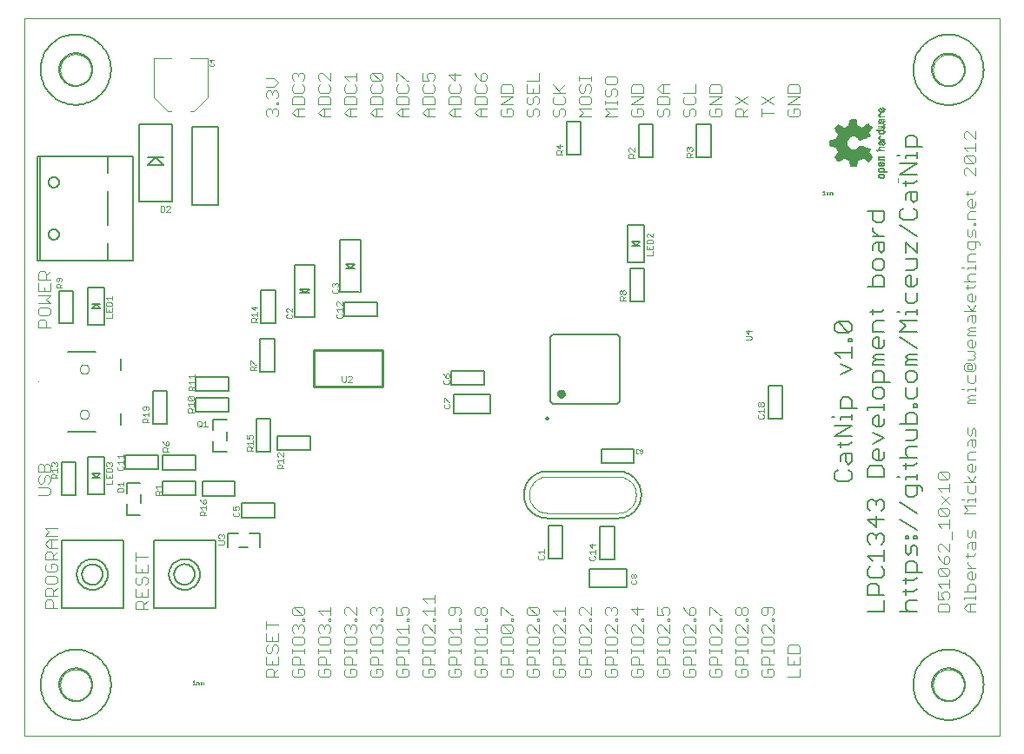
<source format=gto>
G75*
G70*
%OFA0B0*%
%FSLAX24Y24*%
%IPPOS*%
%LPD*%
%AMOC8*
5,1,8,0,0,1.08239X$1,22.5*
%
%ADD10C,0.0000*%
%ADD11C,0.0040*%
%ADD12C,0.0060*%
%ADD13C,0.0080*%
%ADD14C,0.0079*%
%ADD15C,0.0157*%
%ADD16C,0.0020*%
%ADD17C,0.0050*%
%ADD18C,0.0100*%
%ADD19C,0.0010*%
%ADD20R,0.0001X0.0012*%
%ADD21R,0.0001X0.0015*%
%ADD22R,0.0001X0.0018*%
%ADD23R,0.0001X0.0021*%
%ADD24R,0.0002X0.0026*%
%ADD25R,0.0001X0.0030*%
%ADD26R,0.0001X0.0036*%
%ADD27R,0.0001X0.0039*%
%ADD28R,0.0001X0.0041*%
%ADD29R,0.0001X0.0042*%
%ADD30R,0.0001X0.0044*%
%ADD31R,0.0001X0.0045*%
%ADD32R,0.0002X0.0045*%
%ADD33R,0.0001X0.0007*%
%ADD34R,0.0001X0.0001*%
%ADD35R,0.0001X0.0006*%
%ADD36R,0.0001X0.0004*%
%ADD37R,0.0001X0.0006*%
%ADD38R,0.0001X0.0002*%
%ADD39R,0.0001X0.0003*%
%ADD40R,0.0001X0.0005*%
%ADD41R,0.0001X0.0049*%
%ADD42R,0.0001X0.0046*%
%ADD43R,0.0001X0.0003*%
%ADD44R,0.0001X0.0048*%
%ADD45R,0.0002X0.0022*%
%ADD46R,0.0002X0.0019*%
%ADD47R,0.0002X0.0025*%
%ADD48R,0.0002X0.0006*%
%ADD49R,0.0002X0.0009*%
%ADD50R,0.0002X0.0055*%
%ADD51R,0.0002X0.0048*%
%ADD52R,0.0002X0.0054*%
%ADD53R,0.0002X0.0056*%
%ADD54R,0.0001X0.0032*%
%ADD55R,0.0001X0.0031*%
%ADD56R,0.0001X0.0010*%
%ADD57R,0.0001X0.0059*%
%ADD58R,0.0001X0.0060*%
%ADD59R,0.0001X0.0051*%
%ADD60R,0.0001X0.0051*%
%ADD61R,0.0001X0.0014*%
%ADD62R,0.0001X0.0038*%
%ADD63R,0.0001X0.0013*%
%ADD64R,0.0001X0.0063*%
%ADD65R,0.0001X0.0016*%
%ADD66R,0.0001X0.0066*%
%ADD67R,0.0001X0.0056*%
%ADD68R,0.0001X0.0063*%
%ADD69R,0.0001X0.0066*%
%ADD70R,0.0001X0.0011*%
%ADD71R,0.0001X0.0012*%
%ADD72R,0.0001X0.0018*%
%ADD73R,0.0001X0.0065*%
%ADD74R,0.0001X0.0019*%
%ADD75R,0.0001X0.0071*%
%ADD76R,0.0001X0.0068*%
%ADD77R,0.0001X0.0062*%
%ADD78R,0.0001X0.0061*%
%ADD79R,0.0001X0.0023*%
%ADD80R,0.0001X0.0079*%
%ADD81R,0.0001X0.0064*%
%ADD82R,0.0001X0.0021*%
%ADD83R,0.0001X0.0076*%
%ADD84R,0.0001X0.0074*%
%ADD85R,0.0001X0.0123*%
%ADD86R,0.0001X0.0072*%
%ADD87R,0.0001X0.0024*%
%ADD88R,0.0001X0.0026*%
%ADD89R,0.0001X0.0025*%
%ADD90R,0.0001X0.0075*%
%ADD91R,0.0001X0.0086*%
%ADD92R,0.0001X0.0027*%
%ADD93R,0.0001X0.0081*%
%ADD94R,0.0001X0.0126*%
%ADD95R,0.0001X0.0029*%
%ADD96R,0.0001X0.0028*%
%ADD97R,0.0001X0.0033*%
%ADD98R,0.0001X0.0090*%
%ADD99R,0.0001X0.0157*%
%ADD100R,0.0001X0.0078*%
%ADD101R,0.0001X0.0091*%
%ADD102R,0.0001X0.0085*%
%ADD103R,0.0001X0.0129*%
%ADD104R,0.0001X0.0033*%
%ADD105R,0.0001X0.0081*%
%ADD106R,0.0001X0.0034*%
%ADD107R,0.0001X0.0094*%
%ADD108R,0.0001X0.0160*%
%ADD109R,0.0001X0.0088*%
%ADD110R,0.0001X0.0131*%
%ADD111R,0.0001X0.0089*%
%ADD112R,0.0001X0.0035*%
%ADD113R,0.0001X0.0083*%
%ADD114R,0.0001X0.0098*%
%ADD115R,0.0001X0.0164*%
%ADD116R,0.0001X0.0092*%
%ADD117R,0.0001X0.0132*%
%ADD118R,0.0001X0.0037*%
%ADD119R,0.0001X0.0084*%
%ADD120R,0.0001X0.0036*%
%ADD121R,0.0001X0.0101*%
%ADD122R,0.0001X0.0166*%
%ADD123R,0.0001X0.0099*%
%ADD124R,0.0002X0.0096*%
%ADD125R,0.0002X0.0134*%
%ADD126R,0.0002X0.0041*%
%ADD127R,0.0002X0.0031*%
%ADD128R,0.0002X0.0030*%
%ADD129R,0.0002X0.0084*%
%ADD130R,0.0002X0.0036*%
%ADD131R,0.0002X0.0033*%
%ADD132R,0.0002X0.0104*%
%ADD133R,0.0002X0.0170*%
%ADD134R,0.0001X0.0102*%
%ADD135R,0.0001X0.0136*%
%ADD136R,0.0001X0.0108*%
%ADD137R,0.0001X0.0173*%
%ADD138R,0.0001X0.0106*%
%ADD139R,0.0001X0.0141*%
%ADD140R,0.0001X0.0087*%
%ADD141R,0.0001X0.0111*%
%ADD142R,0.0001X0.0176*%
%ADD143R,0.0001X0.0109*%
%ADD144R,0.0001X0.0112*%
%ADD145R,0.0001X0.0142*%
%ADD146R,0.0001X0.0114*%
%ADD147R,0.0001X0.0177*%
%ADD148R,0.0001X0.0115*%
%ADD149R,0.0001X0.0144*%
%ADD150R,0.0001X0.0048*%
%ADD151R,0.0001X0.0117*%
%ADD152R,0.0001X0.0179*%
%ADD153R,0.0001X0.0118*%
%ADD154R,0.0001X0.0146*%
%ADD155R,0.0001X0.0120*%
%ADD156R,0.0001X0.0180*%
%ADD157R,0.0001X0.0119*%
%ADD158R,0.0001X0.0122*%
%ADD159R,0.0001X0.0181*%
%ADD160R,0.0001X0.0125*%
%ADD161R,0.0001X0.0147*%
%ADD162R,0.0001X0.0121*%
%ADD163R,0.0001X0.0126*%
%ADD164R,0.0001X0.0149*%
%ADD165R,0.0001X0.0093*%
%ADD166R,0.0001X0.0129*%
%ADD167R,0.0001X0.0184*%
%ADD168R,0.0001X0.0151*%
%ADD169R,0.0001X0.0128*%
%ADD170R,0.0001X0.0093*%
%ADD171R,0.0001X0.0187*%
%ADD172R,0.0002X0.0132*%
%ADD173R,0.0002X0.0153*%
%ADD174R,0.0002X0.0131*%
%ADD175R,0.0002X0.0046*%
%ADD176R,0.0002X0.0048*%
%ADD177R,0.0002X0.0094*%
%ADD178R,0.0002X0.0034*%
%ADD179R,0.0002X0.0189*%
%ADD180R,0.0002X0.0091*%
%ADD181R,0.0001X0.0134*%
%ADD182R,0.0001X0.0154*%
%ADD183R,0.0001X0.0057*%
%ADD184R,0.0001X0.0027*%
%ADD185R,0.0001X0.0190*%
%ADD186R,0.0001X0.0054*%
%ADD187R,0.0001X0.0053*%
%ADD188R,0.0001X0.0054*%
%ADD189R,0.0001X0.0139*%
%ADD190R,0.0001X0.0156*%
%ADD191R,0.0001X0.0052*%
%ADD192R,0.0001X0.0043*%
%ADD193R,0.0001X0.0039*%
%ADD194R,0.0001X0.0040*%
%ADD195R,0.0001X0.0147*%
%ADD196R,0.0001X0.0159*%
%ADD197R,0.0001X0.0145*%
%ADD198R,0.0001X0.0042*%
%ADD199R,0.0001X0.0047*%
%ADD200R,0.0001X0.0150*%
%ADD201R,0.0001X0.0161*%
%ADD202R,0.0001X0.0162*%
%ADD203R,0.0002X0.0153*%
%ADD204R,0.0002X0.0164*%
%ADD205R,0.0002X0.0151*%
%ADD206R,0.0002X0.0042*%
%ADD207R,0.0002X0.0038*%
%ADD208R,0.0002X0.0040*%
%ADD209R,0.0001X0.0069*%
%ADD210R,0.0001X0.0067*%
%ADD211R,0.0001X0.0069*%
%ADD212R,0.0002X0.0054*%
%ADD213R,0.0002X0.0051*%
%ADD214R,0.0002X0.0052*%
%ADD215R,0.0002X0.0035*%
%ADD216R,0.0002X0.0036*%
%ADD217R,0.0002X0.0032*%
%ADD218R,0.0002X0.0037*%
%ADD219R,0.0002X0.0039*%
%ADD220R,0.0002X0.0059*%
%ADD221R,0.0002X0.0042*%
%ADD222R,0.0002X0.0060*%
%ADD223R,0.0002X0.0061*%
%ADD224R,0.0002X0.0012*%
%ADD225R,0.0001X0.0008*%
%ADD226R,0.0001X0.0070*%
%ADD227R,0.0001X0.0072*%
%ADD228R,0.0001X0.0078*%
%ADD229R,0.0001X0.0082*%
%ADD230R,0.0001X0.0024*%
%ADD231R,0.0002X0.0089*%
%ADD232R,0.0002X0.0018*%
%ADD233R,0.0002X0.0079*%
%ADD234R,0.0002X0.0076*%
%ADD235R,0.0001X0.0096*%
%ADD236R,0.0001X0.0097*%
%ADD237R,0.0001X0.0087*%
%ADD238R,0.0001X0.0105*%
%ADD239R,0.0001X0.0108*%
%ADD240R,0.0001X0.0110*%
%ADD241R,0.0001X0.0113*%
%ADD242R,0.0001X0.0116*%
%ADD243R,0.0001X0.0117*%
%ADD244R,0.0002X0.0124*%
%ADD245R,0.0002X0.0114*%
%ADD246R,0.0002X0.0112*%
%ADD247R,0.0002X0.0129*%
%ADD248R,0.0001X0.0127*%
%ADD249R,0.0001X0.0084*%
%ADD250R,0.0001X0.0103*%
%ADD251R,0.0001X0.0096*%
%ADD252R,0.0001X0.0153*%
%ADD253R,0.0002X0.0156*%
%ADD254R,0.0002X0.0080*%
%ADD255R,0.0002X0.0081*%
%ADD256R,0.0001X0.0165*%
%ADD257R,0.0001X0.0055*%
%ADD258R,0.0001X0.0100*%
%ADD259R,0.0001X0.0009*%
%ADD260R,0.0001X0.0022*%
%ADD261R,0.0002X0.0044*%
%ADD262R,0.0002X0.0029*%
%ADD263R,0.0002X0.0057*%
%ADD264R,0.0002X0.0033*%
%ADD265R,0.0002X0.0049*%
%ADD266R,0.0002X0.0039*%
%ADD267R,0.0002X0.0053*%
%ADD268R,0.0002X0.0043*%
%ADD269R,0.0001X0.0058*%
%ADD270R,0.0001X0.0124*%
%ADD271R,0.0001X0.0144*%
%ADD272R,0.0001X0.0152*%
%ADD273R,0.0001X0.0155*%
%ADD274R,0.0001X0.0123*%
%ADD275R,0.0001X0.0153*%
%ADD276R,0.0002X0.0150*%
%ADD277R,0.0002X0.0139*%
%ADD278R,0.0002X0.0119*%
%ADD279R,0.0002X0.0120*%
%ADD280R,0.0002X0.0141*%
%ADD281R,0.0002X0.0118*%
%ADD282R,0.0001X0.0138*%
%ADD283R,0.0001X0.0114*%
%ADD284R,0.0001X0.0133*%
%ADD285R,0.0001X0.0132*%
%ADD286R,0.0001X0.0130*%
%ADD287R,0.0001X0.0104*%
%ADD288R,0.0001X0.0099*%
%ADD289R,0.0001X0.0135*%
%ADD290R,0.0001X0.0095*%
%ADD291R,0.0002X0.0126*%
%ADD292R,0.0002X0.0128*%
%ADD293R,0.0002X0.0082*%
%ADD294R,0.0002X0.0121*%
%ADD295R,0.0002X0.0024*%
%ADD296R,0.0002X0.0024*%
%ADD297R,0.0002X0.0081*%
%ADD298R,0.0001X0.0020*%
%ADD299R,0.0001X0.0017*%
%ADD300R,0.0001X0.0057*%
%ADD301R,0.0002X0.0090*%
%ADD302R,0.0002X0.0006*%
%ADD303R,0.0001X0.0050*%
%ADD304R,0.0002X0.0075*%
%ADD305R,0.0002X0.0158*%
%ADD306R,0.0002X0.0109*%
%ADD307R,0.0001X0.0168*%
%ADD308R,0.0001X0.0171*%
%ADD309R,0.0001X0.0172*%
%ADD310R,0.0001X0.0175*%
%ADD311R,0.0001X0.0186*%
%ADD312R,0.0001X0.0191*%
%ADD313R,0.0001X0.0194*%
%ADD314R,0.0002X0.0196*%
%ADD315R,0.0002X0.0149*%
%ADD316R,0.0001X0.0199*%
%ADD317R,0.0001X0.0204*%
%ADD318R,0.0001X0.0207*%
%ADD319R,0.0001X0.0158*%
%ADD320R,0.0001X0.0211*%
%ADD321R,0.0001X0.0216*%
%ADD322R,0.0001X0.0219*%
%ADD323R,0.0001X0.0169*%
%ADD324R,0.0001X0.0222*%
%ADD325R,0.0001X0.0224*%
%ADD326R,0.0001X0.0228*%
%ADD327R,0.0002X0.0234*%
%ADD328R,0.0002X0.0183*%
%ADD329R,0.0001X0.0239*%
%ADD330R,0.0001X0.0189*%
%ADD331R,0.0001X0.0241*%
%ADD332R,0.0001X0.0192*%
%ADD333R,0.0001X0.0243*%
%ADD334R,0.0001X0.0246*%
%ADD335R,0.0001X0.0196*%
%ADD336R,0.0001X0.0250*%
%ADD337R,0.0001X0.0201*%
%ADD338R,0.0001X0.0254*%
%ADD339R,0.0001X0.0258*%
%ADD340R,0.0001X0.0209*%
%ADD341R,0.0001X0.0263*%
%ADD342R,0.0001X0.0213*%
%ADD343R,0.0001X0.0267*%
%ADD344R,0.0002X0.0270*%
%ADD345R,0.0002X0.0066*%
%ADD346R,0.0002X0.0219*%
%ADD347R,0.0001X0.0271*%
%ADD348R,0.0001X0.0220*%
%ADD349R,0.0001X0.0274*%
%ADD350R,0.0001X0.0223*%
%ADD351R,0.0001X0.0278*%
%ADD352R,0.0001X0.0282*%
%ADD353R,0.0001X0.0231*%
%ADD354R,0.0001X0.0288*%
%ADD355R,0.0001X0.0236*%
%ADD356R,0.0001X0.0289*%
%ADD357R,0.0001X0.0292*%
%ADD358R,0.0001X0.0297*%
%ADD359R,0.0001X0.0300*%
%ADD360R,0.0002X0.0305*%
%ADD361R,0.0002X0.0101*%
%ADD362R,0.0002X0.0078*%
%ADD363R,0.0002X0.0251*%
%ADD364R,0.0001X0.0309*%
%ADD365R,0.0001X0.0255*%
%ADD366R,0.0001X0.0314*%
%ADD367R,0.0001X0.0316*%
%ADD368R,0.0001X0.0262*%
%ADD369R,0.0001X0.0319*%
%ADD370R,0.0001X0.0266*%
%ADD371R,0.0001X0.0321*%
%ADD372R,0.0001X0.0324*%
%ADD373R,0.0001X0.0270*%
%ADD374R,0.0001X0.0329*%
%ADD375R,0.0001X0.0275*%
%ADD376R,0.0001X0.0333*%
%ADD377R,0.0001X0.0279*%
%ADD378R,0.0001X0.0336*%
%ADD379R,0.0001X0.0284*%
%ADD380R,0.0002X0.0339*%
%ADD381R,0.0002X0.0286*%
%ADD382R,0.0001X0.0342*%
%ADD383R,0.0001X0.0491*%
%ADD384R,0.0001X0.0492*%
%ADD385R,0.0001X0.0294*%
%ADD386R,0.0001X0.0495*%
%ADD387R,0.0001X0.0299*%
%ADD388R,0.0001X0.0496*%
%ADD389R,0.0001X0.0301*%
%ADD390R,0.0001X0.0498*%
%ADD391R,0.0001X0.0304*%
%ADD392R,0.0001X0.0501*%
%ADD393R,0.0001X0.0308*%
%ADD394R,0.0001X0.0311*%
%ADD395R,0.0001X0.0504*%
%ADD396R,0.0002X0.0504*%
%ADD397R,0.0002X0.0318*%
%ADD398R,0.0001X0.0507*%
%ADD399R,0.0001X0.0323*%
%ADD400R,0.0001X0.0326*%
%ADD401R,0.0001X0.0508*%
%ADD402R,0.0001X0.0330*%
%ADD403R,0.0001X0.0510*%
%ADD404R,0.0001X0.0494*%
%ADD405R,0.0001X0.0512*%
%ADD406R,0.0001X0.0500*%
%ADD407R,0.0001X0.0513*%
%ADD408R,0.0001X0.0501*%
%ADD409R,0.0002X0.0513*%
%ADD410R,0.0002X0.0501*%
%ADD411R,0.0001X0.0503*%
%ADD412R,0.0001X0.0504*%
%ADD413R,0.0001X0.0506*%
%ADD414R,0.0001X0.0513*%
%ADD415R,0.0001X0.0509*%
%ADD416R,0.0001X0.0511*%
%ADD417R,0.0001X0.0514*%
%ADD418R,0.0001X0.0516*%
%ADD419R,0.0002X0.0513*%
%ADD420R,0.0002X0.0519*%
%ADD421R,0.0001X0.0519*%
%ADD422R,0.0001X0.0520*%
%ADD423R,0.0001X0.0522*%
%ADD424R,0.0001X0.0507*%
%ADD425R,0.0002X0.0509*%
%ADD426R,0.0002X0.0520*%
%ADD427R,0.0001X0.0522*%
%ADD428R,0.0001X0.0505*%
%ADD429R,0.0001X0.0502*%
%ADD430R,0.0001X0.0521*%
%ADD431R,0.0002X0.0503*%
%ADD432R,0.0002X0.0519*%
%ADD433R,0.0001X0.0519*%
%ADD434R,0.0001X0.0499*%
%ADD435R,0.0001X0.0517*%
%ADD436R,0.0002X0.0495*%
%ADD437R,0.0002X0.0514*%
%ADD438R,0.0001X0.0515*%
%ADD439R,0.0001X0.0492*%
%ADD440R,0.0001X0.0490*%
%ADD441R,0.0002X0.0490*%
%ADD442R,0.0002X0.0511*%
%ADD443R,0.0001X0.0489*%
%ADD444R,0.0001X0.0489*%
%ADD445R,0.0001X0.0488*%
%ADD446R,0.0001X0.0485*%
%ADD447R,0.0001X0.0483*%
%ADD448R,0.0002X0.0483*%
%ADD449R,0.0002X0.0507*%
%ADD450R,0.0001X0.0483*%
%ADD451R,0.0001X0.0481*%
%ADD452R,0.0001X0.0480*%
%ADD453R,0.0002X0.0480*%
%ADD454R,0.0002X0.0501*%
%ADD455R,0.0001X0.0479*%
%ADD456R,0.0001X0.0477*%
%ADD457R,0.0001X0.0477*%
%ADD458R,0.0001X0.0475*%
%ADD459R,0.0001X0.0474*%
%ADD460R,0.0001X0.0472*%
%ADD461R,0.0002X0.0472*%
%ADD462R,0.0002X0.0498*%
%ADD463R,0.0001X0.0471*%
%ADD464R,0.0001X0.0473*%
%ADD465R,0.0001X0.0471*%
%ADD466R,0.0001X0.0470*%
%ADD467R,0.0001X0.0468*%
%ADD468R,0.0001X0.0469*%
%ADD469R,0.0002X0.0468*%
%ADD470R,0.0002X0.0491*%
%ADD471R,0.0001X0.0466*%
%ADD472R,0.0001X0.0465*%
%ADD473R,0.0001X0.0464*%
%ADD474R,0.0001X0.0462*%
%ADD475R,0.0002X0.0462*%
%ADD476R,0.0002X0.0489*%
%ADD477R,0.0001X0.0461*%
%ADD478R,0.0001X0.0460*%
%ADD479R,0.0001X0.0459*%
%ADD480R,0.0001X0.0484*%
%ADD481R,0.0001X0.0457*%
%ADD482R,0.0001X0.0459*%
%ADD483R,0.0002X0.0458*%
%ADD484R,0.0002X0.0484*%
%ADD485R,0.0001X0.0456*%
%ADD486R,0.0001X0.0455*%
%ADD487R,0.0001X0.0453*%
%ADD488R,0.0001X0.0451*%
%ADD489R,0.0001X0.0453*%
%ADD490R,0.0001X0.0450*%
%ADD491R,0.0002X0.0451*%
%ADD492R,0.0001X0.0478*%
%ADD493R,0.0001X0.0449*%
%ADD494R,0.0001X0.0476*%
%ADD495R,0.0001X0.0447*%
%ADD496R,0.0001X0.0474*%
%ADD497R,0.0002X0.0449*%
%ADD498R,0.0002X0.0476*%
%ADD499R,0.0001X0.0454*%
%ADD500R,0.0002X0.0469*%
%ADD501R,0.0001X0.0468*%
%ADD502R,0.0001X0.0467*%
%ADD503R,0.0002X0.0473*%
%ADD504R,0.0002X0.0468*%
%ADD505R,0.0002X0.0486*%
%ADD506R,0.0002X0.0474*%
%ADD507R,0.0001X0.0487*%
%ADD508R,0.0001X0.0497*%
%ADD509R,0.0001X0.0486*%
%ADD510R,0.0002X0.0500*%
%ADD511R,0.0002X0.0487*%
%ADD512R,0.0001X0.0498*%
%ADD513R,0.0002X0.0524*%
%ADD514R,0.0001X0.0524*%
%ADD515R,0.0001X0.0525*%
%ADD516R,0.0001X0.0528*%
%ADD517R,0.0001X0.0529*%
%ADD518R,0.0001X0.0533*%
%ADD519R,0.0001X0.0534*%
%ADD520R,0.0001X0.0523*%
%ADD521R,0.0001X0.0536*%
%ADD522R,0.0002X0.0537*%
%ADD523R,0.0002X0.0527*%
%ADD524R,0.0001X0.0537*%
%ADD525R,0.0001X0.0528*%
%ADD526R,0.0001X0.0539*%
%ADD527R,0.0001X0.0530*%
%ADD528R,0.0001X0.0540*%
%ADD529R,0.0001X0.0541*%
%ADD530R,0.0001X0.0531*%
%ADD531R,0.0001X0.0543*%
%ADD532R,0.0001X0.0544*%
%ADD533R,0.0002X0.0546*%
%ADD534R,0.0002X0.0536*%
%ADD535R,0.0001X0.0547*%
%ADD536R,0.0001X0.0551*%
%ADD537R,0.0001X0.0552*%
%ADD538R,0.0001X0.0554*%
%ADD539R,0.0001X0.0555*%
%ADD540R,0.0002X0.0555*%
%ADD541R,0.0002X0.0547*%
%ADD542R,0.0001X0.0549*%
%ADD543R,0.0001X0.0548*%
%ADD544R,0.0001X0.0538*%
%ADD545R,0.0001X0.0537*%
%ADD546R,0.0002X0.0533*%
%ADD547R,0.0001X0.0531*%
%ADD548R,0.0001X0.0526*%
%ADD549R,0.0001X0.0518*%
%ADD550R,0.0002X0.0498*%
%ADD551R,0.0002X0.0496*%
%ADD552R,0.0001X0.0486*%
%ADD553R,0.0002X0.0485*%
%ADD554R,0.0001X0.0482*%
%ADD555R,0.0002X0.0477*%
%ADD556R,0.0002X0.0530*%
%ADD557R,0.0002X0.0464*%
%ADD558R,0.0001X0.0561*%
%ADD559R,0.0001X0.0570*%
%ADD560R,0.0001X0.0576*%
%ADD561R,0.0001X0.0581*%
%ADD562R,0.0001X0.0585*%
%ADD563R,0.0001X0.0589*%
%ADD564R,0.0002X0.0600*%
%ADD565R,0.0001X0.0614*%
%ADD566R,0.0001X0.0623*%
%ADD567R,0.0001X0.0630*%
%ADD568R,0.0001X0.0633*%
%ADD569R,0.0001X0.0638*%
%ADD570R,0.0001X0.0645*%
%ADD571R,0.0001X0.0657*%
%ADD572R,0.0001X0.0556*%
%ADD573R,0.0001X0.0669*%
%ADD574R,0.0001X0.0674*%
%ADD575R,0.0001X0.0579*%
%ADD576R,0.0002X0.0676*%
%ADD577R,0.0002X0.0585*%
%ADD578R,0.0001X0.0678*%
%ADD579R,0.0001X0.0590*%
%ADD580R,0.0001X0.0679*%
%ADD581R,0.0001X0.0596*%
%ADD582R,0.0001X0.0681*%
%ADD583R,0.0001X0.0606*%
%ADD584R,0.0001X0.0620*%
%ADD585R,0.0001X0.0682*%
%ADD586R,0.0001X0.0633*%
%ADD587R,0.0001X0.0684*%
%ADD588R,0.0001X0.0639*%
%ADD589R,0.0001X0.0649*%
%ADD590R,0.0001X0.0684*%
%ADD591R,0.0001X0.0655*%
%ADD592R,0.0002X0.0683*%
%ADD593R,0.0002X0.0664*%
%ADD594R,0.0001X0.0683*%
%ADD595R,0.0001X0.0670*%
%ADD596R,0.0001X0.0671*%
%ADD597R,0.0001X0.0681*%
%ADD598R,0.0001X0.0672*%
%ADD599R,0.0001X0.0680*%
%ADD600R,0.0001X0.0675*%
%ADD601R,0.0001X0.0676*%
%ADD602R,0.0002X0.0680*%
%ADD603R,0.0002X0.0678*%
%ADD604R,0.0001X0.0678*%
%ADD605R,0.0002X0.0675*%
%ADD606R,0.0002X0.0672*%
%ADD607R,0.0001X0.0672*%
%ADD608R,0.0002X0.0671*%
%ADD609R,0.0002X0.0670*%
%ADD610R,0.0001X0.0669*%
%ADD611R,0.0001X0.0667*%
%ADD612R,0.0002X0.0669*%
%ADD613R,0.0002X0.0667*%
%ADD614R,0.0001X0.0668*%
%ADD615R,0.0001X0.0666*%
%ADD616R,0.0002X0.0668*%
%ADD617R,0.0002X0.0666*%
%ADD618R,0.0001X0.0666*%
%ADD619R,0.0001X0.0664*%
%ADD620R,0.0001X0.0663*%
%ADD621R,0.0002X0.0666*%
%ADD622R,0.0002X0.0663*%
%ADD623R,0.0001X0.0665*%
%ADD624R,0.0002X0.0674*%
%ADD625R,0.0001X0.0677*%
%ADD626R,0.0002X0.0678*%
%ADD627R,0.0002X0.0682*%
%ADD628R,0.0001X0.0686*%
%ADD629R,0.0002X0.0686*%
%ADD630R,0.0001X0.0687*%
%ADD631R,0.0001X0.0689*%
%ADD632R,0.0001X0.0653*%
%ADD633R,0.0001X0.0641*%
%ADD634R,0.0001X0.0626*%
%ADD635R,0.0001X0.0616*%
%ADD636R,0.0001X0.0687*%
%ADD637R,0.0001X0.0612*%
%ADD638R,0.0001X0.0688*%
%ADD639R,0.0001X0.0606*%
%ADD640R,0.0001X0.0601*%
%ADD641R,0.0002X0.0591*%
%ADD642R,0.0001X0.0567*%
%ADD643R,0.0001X0.0560*%
%ADD644R,0.0001X0.0659*%
%ADD645R,0.0001X0.0516*%
%ADD646R,0.0001X0.0639*%
%ADD647R,0.0002X0.0502*%
%ADD648R,0.0002X0.0633*%
%ADD649R,0.0001X0.0608*%
%ADD650R,0.0001X0.0582*%
%ADD651R,0.0001X0.0577*%
%ADD652R,0.0002X0.0569*%
%ADD653R,0.0001X0.0546*%
%ADD654R,0.0002X0.0486*%
%ADD655R,0.0001X0.0493*%
%ADD656R,0.0002X0.0516*%
%ADD657R,0.0001X0.0532*%
%ADD658R,0.0002X0.0534*%
%ADD659R,0.0002X0.0535*%
%ADD660R,0.0001X0.0543*%
%ADD661R,0.0001X0.0553*%
%ADD662R,0.0001X0.0559*%
%ADD663R,0.0001X0.0564*%
%ADD664R,0.0001X0.0564*%
%ADD665R,0.0001X0.0567*%
%ADD666R,0.0001X0.0569*%
%ADD667R,0.0002X0.0570*%
%ADD668R,0.0002X0.0571*%
%ADD669R,0.0001X0.0571*%
%ADD670R,0.0001X0.0573*%
%ADD671R,0.0001X0.0574*%
%ADD672R,0.0001X0.0576*%
%ADD673R,0.0001X0.0600*%
%ADD674R,0.0001X0.0611*%
%ADD675R,0.0001X0.0618*%
%ADD676R,0.0001X0.0621*%
%ADD677R,0.0001X0.1269*%
%ADD678R,0.0001X0.1267*%
%ADD679R,0.0001X0.1266*%
%ADD680R,0.0002X0.1266*%
%ADD681R,0.0001X0.1264*%
%ADD682R,0.0001X0.1261*%
%ADD683R,0.0001X0.1260*%
%ADD684R,0.0001X0.1259*%
%ADD685R,0.0001X0.1256*%
%ADD686R,0.0001X0.1254*%
%ADD687R,0.0001X0.1253*%
%ADD688R,0.0001X0.1251*%
%ADD689R,0.0002X0.1251*%
%ADD690R,0.0001X0.1248*%
%ADD691R,0.0001X0.1245*%
%ADD692R,0.0001X0.1244*%
%ADD693R,0.0001X0.1242*%
%ADD694R,0.0001X0.1239*%
%ADD695R,0.0001X0.1237*%
%ADD696R,0.0002X0.1236*%
%ADD697R,0.0001X0.1233*%
%ADD698R,0.0001X0.1230*%
%ADD699R,0.0001X0.1229*%
%ADD700R,0.0001X0.1227*%
%ADD701R,0.0001X0.1226*%
%ADD702R,0.0001X0.1224*%
%ADD703R,0.0002X0.1223*%
%ADD704R,0.0001X0.1219*%
%ADD705R,0.0001X0.1216*%
%ADD706R,0.0001X0.1215*%
%ADD707R,0.0001X0.1214*%
%ADD708R,0.0001X0.1212*%
%ADD709R,0.0001X0.1209*%
%ADD710R,0.0002X0.1207*%
%ADD711R,0.0001X0.1206*%
%ADD712R,0.0001X0.1204*%
%ADD713R,0.0001X0.1201*%
%ADD714R,0.0001X0.1200*%
%ADD715R,0.0001X0.1199*%
%ADD716R,0.0001X0.1196*%
%ADD717R,0.0001X0.1194*%
%ADD718R,0.0001X0.1193*%
%ADD719R,0.0001X0.1191*%
%ADD720R,0.0002X0.1191*%
%ADD721R,0.0001X0.1188*%
%ADD722R,0.0001X0.1185*%
%ADD723R,0.0001X0.1184*%
%ADD724R,0.0001X0.1181*%
%ADD725R,0.0001X0.1177*%
%ADD726R,0.0001X0.1176*%
%ADD727R,0.0001X0.1174*%
%ADD728R,0.0001X0.1173*%
%ADD729R,0.0002X0.1170*%
%ADD730R,0.0001X0.1170*%
%ADD731R,0.0001X0.1169*%
%ADD732R,0.0001X0.1166*%
%ADD733R,0.0001X0.1164*%
%ADD734R,0.0001X0.1163*%
%ADD735R,0.0002X0.1163*%
%ADD736R,0.0001X0.1167*%
%ADD737R,0.0001X0.1171*%
%ADD738R,0.0001X0.1179*%
%ADD739R,0.0001X0.1182*%
%ADD740R,0.0002X0.1182*%
%ADD741R,0.0001X0.1188*%
%ADD742R,0.0001X0.1190*%
%ADD743R,0.0001X0.1197*%
%ADD744R,0.0002X0.1204*%
%ADD745R,0.0001X0.1207*%
%ADD746R,0.0001X0.1210*%
%ADD747R,0.0001X0.1213*%
%ADD748R,0.0001X0.1217*%
%ADD749R,0.0001X0.1218*%
%ADD750R,0.0001X0.1220*%
%ADD751R,0.0001X0.1221*%
%ADD752R,0.0001X0.1223*%
%ADD753R,0.0002X0.1226*%
%ADD754R,0.0001X0.1236*%
%ADD755R,0.0001X0.1239*%
%ADD756R,0.0001X0.1240*%
%ADD757R,0.0001X0.1243*%
%ADD758R,0.0002X0.1248*%
%ADD759R,0.0001X0.1248*%
%ADD760R,0.0001X0.1251*%
%ADD761R,0.0001X0.1257*%
%ADD762R,0.0001X0.1263*%
%ADD763R,0.0002X0.1267*%
%ADD764R,0.0001X0.1270*%
%ADD765R,0.0001X0.1274*%
%ADD766R,0.0001X0.1275*%
%ADD767R,0.0001X0.1278*%
%ADD768R,0.0001X0.1280*%
%ADD769R,0.0001X0.1281*%
%ADD770R,0.0001X0.1284*%
%ADD771R,0.0001X0.1286*%
%ADD772R,0.0001X0.1289*%
%ADD773R,0.0002X0.1290*%
%ADD774R,0.0001X0.1291*%
%ADD775R,0.0001X0.1294*%
%ADD776R,0.0001X0.1296*%
%ADD777R,0.0001X0.1299*%
%ADD778R,0.0001X0.1300*%
%ADD779R,0.0001X0.1302*%
%ADD780R,0.0001X0.1304*%
%ADD781R,0.0001X0.1306*%
%ADD782R,0.0001X0.1308*%
%ADD783R,0.0002X0.1311*%
%ADD784R,0.0001X0.1313*%
%ADD785R,0.0001X0.1316*%
%ADD786R,0.0001X0.1317*%
%ADD787R,0.0001X0.1320*%
%ADD788R,0.0001X0.1323*%
%ADD789R,0.0001X0.1326*%
%ADD790R,0.0001X0.1329*%
%ADD791R,0.0002X0.1332*%
%ADD792R,0.0001X0.1335*%
%ADD793R,0.0001X0.1336*%
%ADD794R,0.0001X0.1340*%
%ADD795R,0.0001X0.1343*%
%ADD796R,0.0001X0.1346*%
%ADD797R,0.0001X0.1347*%
%ADD798R,0.0001X0.1350*%
%ADD799R,0.0002X0.1353*%
%ADD800R,0.0001X0.1356*%
%ADD801R,0.0001X0.1357*%
%ADD802R,0.0001X0.1360*%
%ADD803R,0.0001X0.1364*%
%ADD804R,0.0001X0.1365*%
%ADD805R,0.0001X0.1368*%
%ADD806R,0.0001X0.1369*%
%ADD807R,0.0001X0.1373*%
%ADD808R,0.0002X0.1374*%
%ADD809R,0.0001X0.1377*%
%ADD810R,0.0001X0.1379*%
%ADD811R,0.0001X0.1380*%
%ADD812R,0.0001X0.1383*%
%ADD813R,0.0001X0.1386*%
%ADD814R,0.0001X0.1387*%
%ADD815R,0.0001X0.1391*%
%ADD816R,0.0001X0.1394*%
%ADD817R,0.0002X0.1395*%
%ADD818R,0.0001X0.1398*%
%ADD819R,0.0001X0.1401*%
%ADD820R,0.0001X0.1403*%
%ADD821R,0.0001X0.1406*%
%ADD822R,0.0001X0.1407*%
%ADD823R,0.0001X0.1409*%
%ADD824R,0.0001X0.1411*%
%ADD825R,0.0001X0.1414*%
%ADD826R,0.0002X0.1416*%
%ADD827R,0.0001X0.1419*%
%ADD828R,0.0001X0.1421*%
%ADD829R,0.0001X0.1422*%
%ADD830R,0.0001X0.1424*%
%ADD831R,0.0001X0.1426*%
%ADD832R,0.0001X0.1428*%
%ADD833R,0.0002X0.1429*%
%ADD834R,0.0001X0.1429*%
%ADD835R,0.0001X0.1425*%
%ADD836R,0.0002X0.1421*%
%ADD837R,0.0001X0.1418*%
%ADD838R,0.0001X0.1416*%
%ADD839R,0.0001X0.1413*%
%ADD840R,0.0001X0.1410*%
%ADD841R,0.0001X0.1404*%
%ADD842R,0.0001X0.1401*%
%ADD843R,0.0001X0.0346*%
%ADD844R,0.0001X0.1044*%
%ADD845R,0.0002X0.0342*%
%ADD846R,0.0002X0.1040*%
%ADD847R,0.0001X0.0337*%
%ADD848R,0.0001X0.1034*%
%ADD849R,0.0001X0.0357*%
%ADD850R,0.0001X0.0660*%
%ADD851R,0.0001X0.0353*%
%ADD852R,0.0001X0.0327*%
%ADD853R,0.0001X0.0349*%
%ADD854R,0.0001X0.0321*%
%ADD855R,0.0001X0.0648*%
%ADD856R,0.0001X0.0344*%
%ADD857R,0.0001X0.0317*%
%ADD858R,0.0001X0.0339*%
%ADD859R,0.0001X0.0312*%
%ADD860R,0.0001X0.0631*%
%ADD861R,0.0001X0.0334*%
%ADD862R,0.0001X0.0309*%
%ADD863R,0.0002X0.0307*%
%ADD864R,0.0002X0.0623*%
%ADD865R,0.0002X0.0327*%
%ADD866R,0.0001X0.0618*%
%ADD867R,0.0001X0.0297*%
%ADD868R,0.0001X0.0607*%
%ADD869R,0.0001X0.0320*%
%ADD870R,0.0001X0.0293*%
%ADD871R,0.0001X0.0599*%
%ADD872R,0.0001X0.0313*%
%ADD873R,0.0001X0.0285*%
%ADD874R,0.0001X0.0584*%
%ADD875R,0.0001X0.0303*%
%ADD876R,0.0001X0.0281*%
%ADD877R,0.0002X0.0273*%
%ADD878R,0.0002X0.0563*%
%ADD879R,0.0002X0.0293*%
%ADD880R,0.0001X0.0264*%
%ADD881R,0.0001X0.0259*%
%ADD882R,0.0001X0.0256*%
%ADD883R,0.0001X0.0276*%
%ADD884R,0.0001X0.0252*%
%ADD885R,0.0001X0.0273*%
%ADD886R,0.0001X0.0248*%
%ADD887R,0.0001X0.0269*%
%ADD888R,0.0001X0.0245*%
%ADD889R,0.0001X0.0240*%
%ADD890R,0.0002X0.0237*%
%ADD891R,0.0002X0.0256*%
%ADD892R,0.0001X0.0234*%
%ADD893R,0.0001X0.0232*%
%ADD894R,0.0001X0.0251*%
%ADD895R,0.0001X0.0228*%
%ADD896R,0.0001X0.0246*%
%ADD897R,0.0001X0.0456*%
%ADD898R,0.0001X0.0219*%
%ADD899R,0.0001X0.0444*%
%ADD900R,0.0001X0.0237*%
%ADD901R,0.0001X0.0214*%
%ADD902R,0.0001X0.0436*%
%ADD903R,0.0001X0.0432*%
%ADD904R,0.0001X0.0231*%
%ADD905R,0.0001X0.0210*%
%ADD906R,0.0001X0.0426*%
%ADD907R,0.0001X0.0420*%
%ADD908R,0.0001X0.0226*%
%ADD909R,0.0002X0.0204*%
%ADD910R,0.0002X0.0409*%
%ADD911R,0.0002X0.0222*%
%ADD912R,0.0001X0.0391*%
%ADD913R,0.0001X0.0217*%
%ADD914R,0.0001X0.0376*%
%ADD915R,0.0001X0.0368*%
%ADD916R,0.0001X0.0189*%
%ADD917R,0.0001X0.0361*%
%ADD918R,0.0001X0.0206*%
%ADD919R,0.0001X0.0186*%
%ADD920R,0.0001X0.0356*%
%ADD921R,0.0001X0.0345*%
%ADD922R,0.0001X0.0331*%
%ADD923R,0.0001X0.0168*%
%ADD924R,0.0002X0.0165*%
%ADD925R,0.0001X0.0162*%
%ADD926R,0.0001X0.0324*%
%ADD927R,0.0001X0.0174*%
%ADD928R,0.0001X0.0167*%
%ADD929R,0.0001X0.0163*%
%ADD930R,0.0001X0.0141*%
%ADD931R,0.0001X0.0140*%
%ADD932R,0.0001X0.0137*%
%ADD933R,0.0002X0.0129*%
%ADD934R,0.0002X0.0321*%
%ADD935R,0.0002X0.0146*%
%ADD936R,0.0001X0.0111*%
%ADD937R,0.0001X0.0318*%
%ADD938R,0.0001X0.0315*%
%ADD939R,0.0002X0.0315*%
%ADD940R,0.0002X0.0105*%
%ADD941R,0.0002X0.0311*%
%ADD942R,0.0002X0.0066*%
%ADD943R,0.0001X0.0307*%
%ADD944R,0.0001X0.0306*%
%ADD945R,0.0002X0.0300*%
%ADD946R,0.0001X0.0296*%
%ADD947R,0.0002X0.0294*%
%ADD948R,0.0001X0.0294*%
%ADD949R,0.0001X0.0291*%
%ADD950R,0.0002X0.0291*%
%ADD951R,0.0001X0.0286*%
%ADD952R,0.0002X0.0281*%
%ADD953R,0.0001X0.0277*%
%ADD954R,0.0001X0.0276*%
%ADD955R,0.0002X0.0266*%
%ADD956R,0.0001X0.0264*%
%ADD957R,0.0001X0.0261*%
%ADD958R,0.0002X0.0259*%
%ADD959R,0.0002X0.0254*%
%ADD960R,0.0002X0.0248*%
%ADD961R,0.0002X0.0218*%
D10*
X000151Y000151D02*
X037553Y000151D01*
X037553Y027710D01*
X000151Y027710D01*
X000151Y000151D01*
X001529Y002120D02*
X001531Y002168D01*
X001537Y002216D01*
X001547Y002263D01*
X001560Y002309D01*
X001578Y002354D01*
X001598Y002398D01*
X001623Y002440D01*
X001651Y002479D01*
X001681Y002516D01*
X001715Y002550D01*
X001752Y002582D01*
X001790Y002611D01*
X001831Y002636D01*
X001874Y002658D01*
X001919Y002676D01*
X001965Y002690D01*
X002012Y002701D01*
X002060Y002708D01*
X002108Y002711D01*
X002156Y002710D01*
X002204Y002705D01*
X002252Y002696D01*
X002298Y002684D01*
X002343Y002667D01*
X002387Y002647D01*
X002429Y002624D01*
X002469Y002597D01*
X002507Y002567D01*
X002542Y002534D01*
X002574Y002498D01*
X002604Y002460D01*
X002630Y002419D01*
X002652Y002376D01*
X002672Y002332D01*
X002687Y002287D01*
X002699Y002240D01*
X002707Y002192D01*
X002711Y002144D01*
X002711Y002096D01*
X002707Y002048D01*
X002699Y002000D01*
X002687Y001953D01*
X002672Y001908D01*
X002652Y001864D01*
X002630Y001821D01*
X002604Y001780D01*
X002574Y001742D01*
X002542Y001706D01*
X002507Y001673D01*
X002469Y001643D01*
X002429Y001616D01*
X002387Y001593D01*
X002343Y001573D01*
X002298Y001556D01*
X002252Y001544D01*
X002204Y001535D01*
X002156Y001530D01*
X002108Y001529D01*
X002060Y001532D01*
X002012Y001539D01*
X001965Y001550D01*
X001919Y001564D01*
X001874Y001582D01*
X001831Y001604D01*
X001790Y001629D01*
X001752Y001658D01*
X001715Y001690D01*
X001681Y001724D01*
X001651Y001761D01*
X001623Y001800D01*
X001598Y001842D01*
X001578Y001886D01*
X001560Y001931D01*
X001547Y001977D01*
X001537Y002024D01*
X001531Y002072D01*
X001529Y002120D01*
X002269Y012498D02*
X002271Y012524D01*
X002277Y012550D01*
X002287Y012575D01*
X002300Y012598D01*
X002316Y012618D01*
X002336Y012636D01*
X002358Y012651D01*
X002381Y012663D01*
X002407Y012671D01*
X002433Y012675D01*
X002459Y012675D01*
X002485Y012671D01*
X002511Y012663D01*
X002535Y012651D01*
X002556Y012636D01*
X002576Y012618D01*
X002592Y012598D01*
X002605Y012575D01*
X002615Y012550D01*
X002621Y012524D01*
X002623Y012498D01*
X002621Y012472D01*
X002615Y012446D01*
X002605Y012421D01*
X002592Y012398D01*
X002576Y012378D01*
X002556Y012360D01*
X002534Y012345D01*
X002511Y012333D01*
X002485Y012325D01*
X002459Y012321D01*
X002433Y012321D01*
X002407Y012325D01*
X002381Y012333D01*
X002357Y012345D01*
X002336Y012360D01*
X002316Y012378D01*
X002300Y012398D01*
X002287Y012421D01*
X002277Y012446D01*
X002271Y012472D01*
X002269Y012498D01*
X002269Y014230D02*
X002271Y014256D01*
X002277Y014282D01*
X002287Y014307D01*
X002300Y014330D01*
X002316Y014350D01*
X002336Y014368D01*
X002358Y014383D01*
X002381Y014395D01*
X002407Y014403D01*
X002433Y014407D01*
X002459Y014407D01*
X002485Y014403D01*
X002511Y014395D01*
X002535Y014383D01*
X002556Y014368D01*
X002576Y014350D01*
X002592Y014330D01*
X002605Y014307D01*
X002615Y014282D01*
X002621Y014256D01*
X002623Y014230D01*
X002621Y014204D01*
X002615Y014178D01*
X002605Y014153D01*
X002592Y014130D01*
X002576Y014110D01*
X002556Y014092D01*
X002534Y014077D01*
X002511Y014065D01*
X002485Y014057D01*
X002459Y014053D01*
X002433Y014053D01*
X002407Y014057D01*
X002381Y014065D01*
X002357Y014077D01*
X002336Y014092D01*
X002316Y014110D01*
X002300Y014130D01*
X002287Y014153D01*
X002277Y014178D01*
X002271Y014204D01*
X002269Y014230D01*
X001529Y025726D02*
X001531Y025774D01*
X001537Y025822D01*
X001547Y025869D01*
X001560Y025915D01*
X001578Y025960D01*
X001598Y026004D01*
X001623Y026046D01*
X001651Y026085D01*
X001681Y026122D01*
X001715Y026156D01*
X001752Y026188D01*
X001790Y026217D01*
X001831Y026242D01*
X001874Y026264D01*
X001919Y026282D01*
X001965Y026296D01*
X002012Y026307D01*
X002060Y026314D01*
X002108Y026317D01*
X002156Y026316D01*
X002204Y026311D01*
X002252Y026302D01*
X002298Y026290D01*
X002343Y026273D01*
X002387Y026253D01*
X002429Y026230D01*
X002469Y026203D01*
X002507Y026173D01*
X002542Y026140D01*
X002574Y026104D01*
X002604Y026066D01*
X002630Y026025D01*
X002652Y025982D01*
X002672Y025938D01*
X002687Y025893D01*
X002699Y025846D01*
X002707Y025798D01*
X002711Y025750D01*
X002711Y025702D01*
X002707Y025654D01*
X002699Y025606D01*
X002687Y025559D01*
X002672Y025514D01*
X002652Y025470D01*
X002630Y025427D01*
X002604Y025386D01*
X002574Y025348D01*
X002542Y025312D01*
X002507Y025279D01*
X002469Y025249D01*
X002429Y025222D01*
X002387Y025199D01*
X002343Y025179D01*
X002298Y025162D01*
X002252Y025150D01*
X002204Y025141D01*
X002156Y025136D01*
X002108Y025135D01*
X002060Y025138D01*
X002012Y025145D01*
X001965Y025156D01*
X001919Y025170D01*
X001874Y025188D01*
X001831Y025210D01*
X001790Y025235D01*
X001752Y025264D01*
X001715Y025296D01*
X001681Y025330D01*
X001651Y025367D01*
X001623Y025406D01*
X001598Y025448D01*
X001578Y025492D01*
X001560Y025537D01*
X001547Y025583D01*
X001537Y025630D01*
X001531Y025678D01*
X001529Y025726D01*
X033656Y021561D02*
X033659Y021561D01*
X033659Y021560D01*
X033658Y021560D01*
X033658Y021561D01*
X033659Y021561D01*
X033659Y021563D01*
X033658Y021563D01*
X033657Y021563D01*
X033657Y021561D01*
X033657Y021559D02*
X033657Y021559D01*
X033657Y021558D01*
X033657Y021557D01*
X033657Y021555D01*
X033658Y021555D01*
X033659Y021555D01*
X033659Y021557D01*
X033657Y021557D01*
X033658Y021557D01*
X033659Y021558D01*
X033659Y021559D01*
X033658Y021559D01*
X033657Y021559D01*
X033659Y021557D02*
X033660Y021556D01*
X033660Y021556D01*
X033658Y021554D02*
X033657Y021554D01*
X033657Y021554D01*
X033657Y021552D01*
X033658Y021552D01*
X033659Y021552D01*
X033659Y021554D01*
X033658Y021554D01*
X033657Y021555D02*
X033657Y021555D01*
X033657Y021552D02*
X033657Y021552D01*
X033659Y021551D02*
X033659Y021549D01*
X033656Y021549D01*
X033659Y021549D01*
X033658Y021548D01*
X033659Y021547D01*
X033656Y021547D01*
X033656Y021546D02*
X033659Y021546D01*
X033657Y021544D02*
X033657Y021546D01*
X033659Y021544D02*
X033656Y021544D01*
X033656Y021543D02*
X033656Y021543D01*
X033656Y021542D01*
X033656Y021541D01*
X033657Y021541D01*
X033657Y021542D01*
X033657Y021543D01*
X033658Y021543D01*
X033659Y021543D01*
X033659Y021542D01*
X033658Y021541D01*
X033658Y021540D02*
X033656Y021540D01*
X033656Y021540D01*
X033656Y021539D01*
X033656Y021538D01*
X033659Y021536D01*
X033659Y021534D02*
X033659Y021533D01*
X033658Y021533D01*
X033657Y021533D01*
X033657Y021533D01*
X033657Y021534D01*
X033657Y021535D01*
X033658Y021535D01*
X033658Y021533D01*
X033659Y021532D02*
X033659Y021531D01*
X033659Y021530D02*
X033657Y021530D01*
X033657Y021529D01*
X033657Y021528D01*
X033659Y021528D01*
X033659Y021526D01*
X033658Y021526D01*
X033658Y021526D01*
X033658Y021528D01*
X033659Y021529D01*
X033659Y021530D01*
X033660Y021530D01*
X033660Y021529D01*
X033658Y021528D02*
X033657Y021528D01*
X033657Y021527D01*
X033657Y021526D01*
X033656Y021525D02*
X033656Y021523D01*
X033659Y021523D01*
X033659Y021525D01*
X033657Y021523D02*
X033657Y021524D01*
X033656Y021522D02*
X033659Y021520D01*
X033659Y021518D01*
X033658Y021518D01*
X033658Y021520D01*
X033657Y021520D02*
X033659Y021520D01*
X033657Y021519D02*
X033657Y021520D01*
X033657Y021519D02*
X033657Y021518D01*
X033658Y021518D02*
X033658Y021518D01*
X033659Y021517D02*
X033659Y021516D01*
X033657Y021516D01*
X033657Y021516D01*
X033657Y021515D02*
X033657Y021514D01*
X033657Y021513D01*
X033658Y021513D01*
X033659Y021514D01*
X033659Y021515D01*
X033656Y021515D01*
X033655Y021516D02*
X033656Y021516D01*
X033656Y021513D02*
X033656Y021512D01*
X033656Y021511D01*
X033655Y021511D01*
X033655Y021511D01*
X033655Y021510D01*
X033655Y021510D01*
X033655Y021510D01*
X033656Y021510D01*
X033655Y021510D01*
X033656Y021510D02*
X033659Y021510D01*
X033658Y021510D02*
X033657Y021510D01*
X033657Y021511D01*
X033657Y021512D01*
X033657Y021512D01*
X033658Y021512D01*
X033658Y021510D01*
X033659Y021511D01*
X033659Y021512D01*
X033657Y021511D02*
X033655Y021511D01*
X033655Y021512D01*
X033655Y021513D01*
X033656Y021513D01*
X033656Y021510D02*
X033657Y021509D01*
X033656Y021508D01*
X033656Y021509D01*
X033655Y021509D01*
X033655Y021508D01*
X033656Y021508D02*
X033659Y021508D01*
X033656Y021508D02*
X033654Y021508D01*
X033655Y021509D02*
X033655Y021509D01*
X033656Y021509D02*
X033656Y021509D01*
X033656Y021507D02*
X033656Y021507D01*
X033656Y021507D01*
X033656Y021507D01*
X033656Y021507D01*
X033659Y021505D01*
X033657Y021504D02*
X033656Y021505D01*
X033656Y021505D01*
X033655Y021505D01*
X033655Y021505D01*
X033655Y021504D01*
X033655Y021503D01*
X033655Y021502D01*
X033655Y021501D01*
X033656Y021501D01*
X033656Y021500D01*
X033654Y021500D01*
X033654Y021499D02*
X033656Y021499D01*
X033656Y021499D01*
X033659Y021499D01*
X033659Y021498D01*
X033658Y021497D01*
X033657Y021497D01*
X033657Y021498D01*
X033657Y021499D01*
X033657Y021500D02*
X033657Y021500D01*
X033658Y021500D01*
X033659Y021500D01*
X033659Y021501D01*
X033658Y021502D02*
X033658Y021500D01*
X033657Y021500D02*
X033657Y021501D01*
X033657Y021502D01*
X033658Y021502D01*
X033658Y021503D02*
X033657Y021504D01*
X033657Y021504D01*
X033657Y021504D01*
X033656Y021505D02*
X033655Y021505D01*
X033655Y021506D01*
X033655Y021506D01*
X033656Y021506D01*
X033656Y021506D01*
X033656Y021505D01*
X033656Y021504D01*
X033656Y021503D01*
X033655Y021503D01*
X033656Y021503D01*
X033656Y021502D01*
X033656Y021501D01*
X033656Y021502D02*
X033656Y021502D01*
X033657Y021503D02*
X033659Y021503D01*
X033655Y021502D02*
X033655Y021502D01*
X033656Y021499D02*
X033656Y021498D01*
X033654Y021498D01*
X033654Y021497D02*
X033656Y021497D01*
X033655Y021496D02*
X033655Y021497D01*
X033656Y021496D02*
X033654Y021496D01*
X033655Y021496D02*
X033654Y021495D01*
X033654Y021495D01*
X033655Y021494D01*
X033655Y021495D01*
X033656Y021496D01*
X033656Y021495D01*
X033656Y021495D01*
X033656Y021494D01*
X033655Y021494D01*
X033655Y021494D01*
X033654Y021493D01*
X033655Y021492D01*
X033656Y021492D01*
X033656Y021493D01*
X033656Y021493D01*
X033656Y021494D01*
X033657Y021494D02*
X033657Y021496D01*
X033657Y021496D01*
X033659Y021496D01*
X033659Y021494D02*
X033657Y021494D01*
X033657Y021493D01*
X033657Y021492D01*
X033658Y021492D01*
X033659Y021492D01*
X033659Y021493D01*
X033658Y021494D01*
X033657Y021494D01*
X033657Y021492D02*
X033657Y021492D01*
X033656Y021491D02*
X033654Y021492D01*
X033654Y021493D02*
X033654Y021493D01*
X033655Y021495D02*
X033655Y021495D01*
X033656Y021496D02*
X033656Y021496D01*
X033659Y021491D02*
X033656Y021491D01*
X033656Y021490D02*
X033656Y021489D01*
X033655Y021489D01*
X033655Y021490D01*
X033656Y021490D01*
X033656Y021489D01*
X033656Y021489D01*
X033659Y021489D01*
X033658Y021490D01*
X033659Y021491D01*
X033658Y021488D02*
X033659Y021488D01*
X033658Y021488D02*
X033656Y021488D01*
X033654Y021488D01*
X033654Y021488D01*
X033655Y021487D02*
X033655Y021486D01*
X033655Y021486D01*
X033656Y021486D01*
X033656Y021486D01*
X033655Y021486D01*
X033655Y021485D02*
X033656Y021485D01*
X033656Y021484D01*
X033656Y021484D01*
X033656Y021484D01*
X033656Y021485D01*
X033657Y021485D01*
X033657Y021484D01*
X033657Y021483D01*
X033656Y021482D02*
X033656Y021484D01*
X033656Y021483D01*
X033659Y021483D01*
X033659Y021484D01*
X033658Y021485D01*
X033658Y021485D01*
X033657Y021484D01*
X033657Y021485D02*
X033657Y021486D01*
X033659Y021486D01*
X033659Y021485D01*
X033657Y021486D02*
X033657Y021487D01*
X033656Y021487D01*
X033656Y021486D01*
X033656Y021485D02*
X033656Y021484D01*
X033655Y021484D02*
X033655Y021485D01*
X033655Y021485D01*
X033654Y021484D02*
X033654Y021482D01*
X033656Y021482D01*
X033659Y021482D01*
X033656Y021480D01*
X033656Y021479D01*
X033656Y021479D01*
X033659Y021477D01*
X033658Y021477D02*
X033658Y021476D01*
X033658Y021475D01*
X033657Y021475D01*
X033657Y021477D01*
X033656Y021477D02*
X033656Y021476D01*
X033656Y021476D01*
X033655Y021476D01*
X033655Y021477D01*
X033655Y021478D01*
X033656Y021478D01*
X033656Y021477D01*
X033654Y021477D01*
X033654Y021478D02*
X033654Y021478D01*
X033655Y021479D02*
X033655Y021480D01*
X033656Y021480D01*
X033659Y021480D01*
X033656Y021480D02*
X033654Y021482D01*
X033655Y021482D02*
X033655Y021483D01*
X033655Y021480D02*
X033655Y021480D01*
X033656Y021479D02*
X033656Y021480D01*
X033656Y021479D02*
X033656Y021479D01*
X033655Y021476D02*
X033655Y021476D01*
X033655Y021475D02*
X033656Y021475D01*
X033656Y021474D01*
X033656Y021474D01*
X033655Y021474D01*
X033655Y021475D01*
X033655Y021475D01*
X033656Y021475D02*
X033656Y021474D01*
X033656Y021473D02*
X033654Y021473D01*
X033655Y021473D01*
X033654Y021472D01*
X033656Y021472D01*
X033657Y021472D02*
X033657Y021472D01*
X033659Y021472D01*
X033658Y021473D02*
X033659Y021474D01*
X033659Y021475D02*
X033659Y021476D01*
X033658Y021477D01*
X033657Y021475D02*
X033657Y021475D01*
X033657Y021474D02*
X033657Y021473D01*
X033656Y021473D02*
X033658Y021473D01*
X033657Y021472D02*
X033657Y021470D01*
X033659Y021470D01*
X033659Y021469D02*
X033659Y021468D01*
X033658Y021467D01*
X033658Y021469D01*
X033657Y021469D01*
X033657Y021469D01*
X033657Y021468D01*
X033657Y021467D01*
X033658Y021467D01*
X033657Y021467D02*
X033659Y021467D01*
X033659Y021466D02*
X033657Y021466D01*
X033657Y021467D01*
X033656Y021467D02*
X033656Y021467D01*
X033655Y021467D01*
X033655Y021468D01*
X033655Y021468D01*
X033656Y021468D01*
X033656Y021467D01*
X033656Y021468D01*
X033656Y021469D02*
X033655Y021469D01*
X033655Y021470D01*
X033656Y021469D02*
X033655Y021469D01*
X033656Y021470D02*
X033654Y021471D01*
X033655Y021474D02*
X033655Y021474D01*
X033655Y021467D02*
X033655Y021467D01*
X033655Y021466D02*
X033655Y021465D01*
X033655Y021465D01*
X033656Y021465D01*
X033656Y021465D01*
X033656Y021466D01*
X033654Y021466D01*
X033655Y021465D02*
X033656Y021465D01*
X033657Y021465D02*
X033657Y021466D01*
X033657Y021466D01*
X033657Y021465D02*
X033657Y021465D01*
X033659Y021465D01*
X033659Y021464D02*
X033657Y021464D01*
X033656Y021463D02*
X033655Y021463D01*
X033655Y021464D01*
X033655Y021465D01*
X033655Y021463D02*
X033655Y021462D01*
X033655Y021461D01*
X033656Y021461D01*
X033654Y021461D01*
X033655Y021462D02*
X033655Y021462D01*
X033656Y021463D02*
X033655Y021463D01*
X033656Y021462D02*
X033656Y021463D01*
X033656Y021462D02*
X033656Y021462D01*
X033656Y021461D01*
X033656Y021460D01*
X033656Y021460D01*
X033654Y021460D01*
X033655Y021459D02*
X033655Y021458D01*
X033656Y021458D01*
X033656Y021457D01*
X033656Y021456D01*
X033656Y021455D01*
X033654Y021455D01*
X033654Y021456D01*
X033655Y021457D01*
X033655Y021458D01*
X033655Y021459D02*
X033656Y021459D01*
X033656Y021459D01*
X033657Y021460D02*
X033657Y021459D01*
X033658Y021459D01*
X033659Y021460D01*
X033659Y021461D01*
X033658Y021462D02*
X033659Y021462D01*
X033659Y021464D01*
X033657Y021462D02*
X033658Y021462D01*
X033657Y021461D02*
X033657Y021460D01*
X033657Y021458D02*
X033657Y021458D01*
X033657Y021457D01*
X033657Y021456D01*
X033658Y021456D01*
X033656Y021456D01*
X033656Y021455D01*
X033654Y021454D01*
X033656Y021454D01*
X033656Y021455D01*
X033654Y021455D01*
X033655Y021455D02*
X033655Y021456D01*
X033656Y021457D01*
X033656Y021457D01*
X033655Y021457D02*
X033655Y021456D01*
X033655Y021457D02*
X033655Y021457D01*
X033654Y021458D02*
X033654Y021458D01*
X033657Y021458D02*
X033658Y021458D01*
X033659Y021458D01*
X033659Y021457D01*
X033658Y021456D01*
X033659Y021455D01*
X033659Y021454D01*
X033656Y021454D01*
X033656Y021453D02*
X033659Y021451D01*
X033659Y021450D02*
X033660Y021450D01*
X033660Y021449D01*
X033659Y021449D02*
X033659Y021450D01*
X033657Y021450D01*
X033656Y021450D02*
X033656Y021451D01*
X033656Y021451D01*
X033656Y021451D01*
X033656Y021450D01*
X033655Y021450D01*
X033655Y021450D01*
X033655Y021451D01*
X033656Y021452D02*
X033654Y021453D01*
X033655Y021449D02*
X033655Y021449D01*
X033656Y021449D01*
X033656Y021449D01*
X033655Y021448D02*
X033656Y021448D01*
X033657Y021448D02*
X033658Y021448D01*
X033659Y021449D01*
X033658Y021448D02*
X033658Y021446D01*
X033657Y021446D01*
X033657Y021447D01*
X033657Y021448D01*
X033658Y021448D01*
X033659Y021447D02*
X033659Y021446D01*
X033658Y021446D01*
X033657Y021446D02*
X033657Y021446D01*
X033656Y021446D02*
X033656Y021446D01*
X033656Y021445D01*
X033655Y021445D01*
X033655Y021446D01*
X033655Y021446D01*
X033655Y021446D01*
X033656Y021446D01*
X033656Y021445D01*
X033655Y021445D01*
X033655Y021444D01*
X033655Y021444D01*
X033656Y021444D01*
X033659Y021444D01*
X033659Y021445D01*
X033659Y021443D02*
X033659Y021442D01*
X033658Y021441D01*
X033657Y021441D01*
X033657Y021442D01*
X033657Y021443D01*
X033656Y021443D02*
X033655Y021443D01*
X033655Y021444D01*
X033655Y021444D01*
X033656Y021443D02*
X033655Y021443D01*
X033656Y021443D02*
X033659Y021443D01*
X033659Y021440D02*
X033659Y021439D01*
X033658Y021438D01*
X033658Y021439D01*
X033658Y021440D01*
X033657Y021440D02*
X033659Y021440D01*
X033657Y021440D02*
X033657Y021440D01*
X033657Y021439D01*
X033656Y021439D02*
X033656Y021439D01*
X033656Y021438D01*
X033656Y021438D01*
X033655Y021438D01*
X033655Y021438D01*
X033655Y021439D01*
X033655Y021439D01*
X033656Y021439D01*
X033656Y021440D02*
X033656Y021440D01*
X033656Y021441D01*
X033656Y021442D02*
X033656Y021442D01*
X033656Y021443D01*
X033656Y021444D02*
X033656Y021444D01*
X033655Y021442D02*
X033656Y021442D01*
X033655Y021441D02*
X033655Y021440D01*
X033655Y021440D01*
X033656Y021440D01*
X033656Y021437D02*
X033655Y021437D01*
X033654Y021437D01*
X033654Y021436D01*
X033656Y021436D01*
X033656Y021437D01*
X033656Y021437D01*
X033657Y021437D02*
X033657Y021438D01*
X033659Y021438D01*
X033659Y021436D02*
X033656Y021436D01*
X033657Y021436D02*
X033657Y021437D01*
X033657Y021436D02*
X033657Y021436D01*
X033657Y021435D02*
X033658Y021435D01*
X033658Y021433D01*
X033657Y021433D01*
X033657Y021433D01*
X033657Y021434D01*
X033657Y021435D01*
X033657Y021434D02*
X033657Y021433D01*
X033656Y021434D02*
X033657Y021434D01*
X033656Y021434D02*
X033655Y021434D01*
X033656Y021433D02*
X033656Y021434D01*
X033654Y021436D01*
X033655Y021433D02*
X033656Y021433D01*
X033656Y021433D01*
X033656Y021432D02*
X033656Y021431D01*
X033656Y021431D01*
X033656Y021432D01*
X033655Y021432D01*
X033655Y021432D01*
X033655Y021431D01*
X033655Y021431D01*
X033656Y021431D01*
X033657Y021431D02*
X033657Y021430D01*
X033658Y021430D01*
X033659Y021431D01*
X033659Y021432D01*
X033657Y021432D01*
X033657Y021431D01*
X033656Y021430D02*
X033656Y021430D01*
X033654Y021430D01*
X033654Y021430D01*
X033654Y021429D02*
X033656Y021429D01*
X033656Y021428D01*
X033656Y021428D01*
X033655Y021428D01*
X033655Y021429D01*
X033655Y021428D02*
X033655Y021428D01*
X033655Y021427D02*
X033656Y021427D01*
X033656Y021426D01*
X033656Y021426D01*
X033656Y021426D01*
X033656Y021427D01*
X033657Y021427D02*
X033657Y021426D01*
X033657Y021425D01*
X033658Y021425D01*
X033659Y021426D01*
X033659Y021427D01*
X033658Y021427D01*
X033657Y021427D01*
X033657Y021427D01*
X033657Y021428D02*
X033659Y021428D01*
X033658Y021428D02*
X033657Y021429D01*
X033657Y021429D01*
X033655Y021427D02*
X033655Y021427D01*
X033655Y021426D01*
X033655Y021425D02*
X033656Y021425D01*
X033655Y021425D02*
X033655Y021425D01*
X033655Y021424D01*
X033655Y021424D01*
X033656Y021424D01*
X033654Y021424D01*
X033655Y021423D02*
X033655Y021424D01*
X033656Y021424D02*
X033656Y021422D01*
X033655Y021422D01*
X033655Y021421D01*
X033655Y021420D01*
X033655Y021420D01*
X033656Y021419D01*
X033655Y021419D01*
X033655Y021418D02*
X033655Y021418D01*
X033655Y021417D01*
X033656Y021417D01*
X033656Y021417D01*
X033656Y021418D01*
X033656Y021418D01*
X033655Y021418D01*
X033655Y021417D02*
X033655Y021417D01*
X033656Y021417D01*
X033656Y021415D01*
X033656Y021414D01*
X033656Y021414D01*
X033655Y021414D01*
X033655Y021414D01*
X033655Y021415D01*
X033656Y021415D01*
X033655Y021415D01*
X033655Y021416D01*
X033655Y021416D01*
X033655Y021417D01*
X033656Y021416D02*
X033656Y021416D01*
X033656Y021415D01*
X033657Y021415D01*
X033657Y021416D01*
X033658Y021416D02*
X033658Y021415D01*
X033657Y021414D01*
X033657Y021415D01*
X033657Y021414D01*
X033657Y021413D01*
X033658Y021412D01*
X033659Y021412D02*
X033657Y021412D01*
X033657Y021411D02*
X033658Y021411D01*
X033658Y021409D01*
X033657Y021409D01*
X033657Y021410D01*
X033657Y021411D01*
X033657Y021411D01*
X033656Y021411D02*
X033656Y021411D01*
X033656Y021410D01*
X033655Y021410D01*
X033655Y021410D01*
X033655Y021411D01*
X033656Y021411D02*
X033656Y021410D01*
X033656Y021411D02*
X033656Y021411D01*
X033656Y021412D02*
X033654Y021413D01*
X033655Y021409D02*
X033655Y021409D01*
X033656Y021408D01*
X033656Y021407D01*
X033656Y021407D01*
X033656Y021408D01*
X033655Y021408D01*
X033655Y021408D01*
X033655Y021407D01*
X033655Y021407D01*
X033656Y021407D01*
X033657Y021407D02*
X033657Y021409D01*
X033656Y021408D02*
X033655Y021408D01*
X033655Y021406D02*
X033655Y021405D01*
X033655Y021405D01*
X033656Y021405D01*
X033656Y021406D01*
X033656Y021406D01*
X033656Y021406D01*
X033658Y021406D01*
X033659Y021405D01*
X033659Y021404D01*
X033658Y021404D01*
X033656Y021404D01*
X033656Y021404D01*
X033656Y021403D01*
X033656Y021403D01*
X033654Y021403D01*
X033654Y021402D02*
X033656Y021401D01*
X033656Y021403D02*
X033659Y021401D01*
X033656Y021404D02*
X033654Y021404D01*
X033656Y021406D02*
X033656Y021405D01*
X033657Y021407D02*
X033657Y021407D01*
X033658Y021407D01*
X033658Y021408D01*
X033658Y021409D01*
X033659Y021410D01*
X033659Y021411D01*
X033658Y021409D02*
X033659Y021408D01*
X033659Y021407D01*
X033659Y021414D02*
X033659Y021416D01*
X033658Y021416D01*
X033658Y021416D01*
X033659Y021417D02*
X033656Y021419D01*
X033657Y021420D02*
X033658Y021420D01*
X033659Y021420D01*
X033659Y021422D01*
X033657Y021422D01*
X033657Y021420D01*
X033657Y021420D01*
X033657Y021421D02*
X033657Y021421D01*
X033656Y021422D01*
X033656Y021423D01*
X033656Y021423D01*
X033657Y021423D02*
X033657Y021424D01*
X033657Y021424D01*
X033658Y021424D01*
X033658Y021422D01*
X033657Y021422D01*
X033657Y021423D01*
X033658Y021422D02*
X033659Y021423D01*
X033659Y021424D01*
X033659Y021422D02*
X033660Y021421D01*
X033660Y021421D01*
X033656Y021422D02*
X033655Y021422D01*
X033655Y021423D01*
X033655Y021423D01*
X033656Y021422D02*
X033656Y021421D01*
X033656Y021420D01*
X033655Y021420D01*
X033660Y021431D02*
X033660Y021432D01*
X033659Y021432D01*
X033659Y021433D02*
X033658Y021433D01*
X033659Y021434D02*
X033659Y021433D01*
X033656Y021447D02*
X033655Y021447D01*
X033655Y021448D01*
X033655Y021448D01*
X033656Y021487D02*
X033655Y021487D01*
X033656Y021488D02*
X033656Y021488D01*
X033657Y021487D02*
X033657Y021488D01*
X033655Y021489D02*
X033655Y021489D01*
X033655Y021490D02*
X033655Y021490D01*
X033656Y021531D02*
X033656Y021532D01*
X033659Y021532D01*
X033658Y021538D02*
X033659Y021539D01*
X033659Y021540D01*
X033658Y021540D01*
X033656Y021538D02*
X033658Y021538D01*
X033658Y021543D02*
X033658Y021543D01*
X033657Y021563D02*
X033657Y021563D01*
X033657Y021564D02*
X033657Y021565D01*
X033657Y021566D01*
X033659Y021566D01*
X033659Y021565D02*
X033657Y021565D01*
X033657Y021565D01*
X033657Y021566D02*
X033657Y021566D01*
X033657Y021567D02*
X033657Y021568D01*
X033657Y021569D01*
X033658Y021569D01*
X033659Y021568D01*
X033659Y021567D01*
X033660Y021567D02*
X033657Y021567D01*
X033659Y021564D02*
X033657Y021564D01*
X034993Y025714D02*
X034995Y025762D01*
X035001Y025810D01*
X035011Y025857D01*
X035024Y025903D01*
X035042Y025948D01*
X035062Y025992D01*
X035087Y026034D01*
X035115Y026073D01*
X035145Y026110D01*
X035179Y026144D01*
X035216Y026176D01*
X035254Y026205D01*
X035295Y026230D01*
X035338Y026252D01*
X035383Y026270D01*
X035429Y026284D01*
X035476Y026295D01*
X035524Y026302D01*
X035572Y026305D01*
X035620Y026304D01*
X035668Y026299D01*
X035716Y026290D01*
X035762Y026278D01*
X035807Y026261D01*
X035851Y026241D01*
X035893Y026218D01*
X035933Y026191D01*
X035971Y026161D01*
X036006Y026128D01*
X036038Y026092D01*
X036068Y026054D01*
X036094Y026013D01*
X036116Y025970D01*
X036136Y025926D01*
X036151Y025881D01*
X036163Y025834D01*
X036171Y025786D01*
X036175Y025738D01*
X036175Y025690D01*
X036171Y025642D01*
X036163Y025594D01*
X036151Y025547D01*
X036136Y025502D01*
X036116Y025458D01*
X036094Y025415D01*
X036068Y025374D01*
X036038Y025336D01*
X036006Y025300D01*
X035971Y025267D01*
X035933Y025237D01*
X035893Y025210D01*
X035851Y025187D01*
X035807Y025167D01*
X035762Y025150D01*
X035716Y025138D01*
X035668Y025129D01*
X035620Y025124D01*
X035572Y025123D01*
X035524Y025126D01*
X035476Y025133D01*
X035429Y025144D01*
X035383Y025158D01*
X035338Y025176D01*
X035295Y025198D01*
X035254Y025223D01*
X035216Y025252D01*
X035179Y025284D01*
X035145Y025318D01*
X035115Y025355D01*
X035087Y025394D01*
X035062Y025436D01*
X035042Y025480D01*
X035024Y025525D01*
X035011Y025571D01*
X035001Y025618D01*
X034995Y025666D01*
X034993Y025714D01*
X034993Y002120D02*
X034995Y002168D01*
X035001Y002216D01*
X035011Y002263D01*
X035024Y002309D01*
X035042Y002354D01*
X035062Y002398D01*
X035087Y002440D01*
X035115Y002479D01*
X035145Y002516D01*
X035179Y002550D01*
X035216Y002582D01*
X035254Y002611D01*
X035295Y002636D01*
X035338Y002658D01*
X035383Y002676D01*
X035429Y002690D01*
X035476Y002701D01*
X035524Y002708D01*
X035572Y002711D01*
X035620Y002710D01*
X035668Y002705D01*
X035716Y002696D01*
X035762Y002684D01*
X035807Y002667D01*
X035851Y002647D01*
X035893Y002624D01*
X035933Y002597D01*
X035971Y002567D01*
X036006Y002534D01*
X036038Y002498D01*
X036068Y002460D01*
X036094Y002419D01*
X036116Y002376D01*
X036136Y002332D01*
X036151Y002287D01*
X036163Y002240D01*
X036171Y002192D01*
X036175Y002144D01*
X036175Y002096D01*
X036171Y002048D01*
X036163Y002000D01*
X036151Y001953D01*
X036136Y001908D01*
X036116Y001864D01*
X036094Y001821D01*
X036068Y001780D01*
X036038Y001742D01*
X036006Y001706D01*
X035971Y001673D01*
X035933Y001643D01*
X035893Y001616D01*
X035851Y001593D01*
X035807Y001573D01*
X035762Y001556D01*
X035716Y001544D01*
X035668Y001535D01*
X035620Y001530D01*
X035572Y001529D01*
X035524Y001532D01*
X035476Y001539D01*
X035429Y001550D01*
X035383Y001564D01*
X035338Y001582D01*
X035295Y001604D01*
X035254Y001629D01*
X035216Y001658D01*
X035179Y001690D01*
X035145Y001724D01*
X035115Y001761D01*
X035087Y001800D01*
X035062Y001842D01*
X035042Y001886D01*
X035024Y001931D01*
X035011Y001977D01*
X035001Y002024D01*
X034995Y002072D01*
X034993Y002120D01*
D11*
X035171Y004921D02*
X035171Y005151D01*
X035248Y005228D01*
X035554Y005228D01*
X035631Y005151D01*
X035631Y004921D01*
X035171Y004921D01*
X035171Y005382D02*
X035401Y005382D01*
X035324Y005535D01*
X035324Y005612D01*
X035401Y005688D01*
X035554Y005688D01*
X035631Y005612D01*
X035631Y005458D01*
X035554Y005382D01*
X035171Y005382D02*
X035171Y005688D01*
X035324Y005842D02*
X035171Y005995D01*
X035631Y005995D01*
X035631Y005842D02*
X035631Y006149D01*
X035554Y006302D02*
X035248Y006609D01*
X035554Y006609D01*
X035631Y006532D01*
X035631Y006379D01*
X035554Y006302D01*
X035248Y006302D01*
X035171Y006379D01*
X035171Y006532D01*
X035248Y006609D01*
X035401Y006763D02*
X035401Y006993D01*
X035478Y007069D01*
X035554Y007069D01*
X035631Y006993D01*
X035631Y006839D01*
X035554Y006763D01*
X035401Y006763D01*
X035248Y006916D01*
X035171Y007069D01*
X035248Y007223D02*
X035171Y007300D01*
X035171Y007453D01*
X035248Y007530D01*
X035324Y007530D01*
X035631Y007223D01*
X035631Y007530D01*
X035708Y007683D02*
X035708Y007990D01*
X035631Y008144D02*
X035631Y008451D01*
X035631Y008297D02*
X035171Y008297D01*
X035324Y008144D01*
X035248Y008604D02*
X035171Y008681D01*
X035171Y008834D01*
X035248Y008911D01*
X035554Y008604D01*
X035631Y008681D01*
X035631Y008834D01*
X035554Y008911D01*
X035248Y008911D01*
X035324Y009064D02*
X035631Y009371D01*
X035631Y009525D02*
X035631Y009832D01*
X035631Y009678D02*
X035171Y009678D01*
X035324Y009525D01*
X035324Y009371D02*
X035631Y009064D01*
X036094Y009218D02*
X036171Y009218D01*
X036324Y009218D02*
X036324Y009141D01*
X036324Y009218D02*
X036631Y009218D01*
X036631Y009294D02*
X036631Y009141D01*
X036631Y008988D02*
X036171Y008988D01*
X036324Y008834D01*
X036171Y008681D01*
X036631Y008681D01*
X036554Y009448D02*
X036631Y009525D01*
X036631Y009755D01*
X036631Y009908D02*
X036171Y009908D01*
X036324Y009755D02*
X036324Y009525D01*
X036401Y009448D01*
X036554Y009448D01*
X036478Y009908D02*
X036324Y010138D01*
X036401Y010292D02*
X036324Y010369D01*
X036324Y010522D01*
X036401Y010599D01*
X036478Y010599D01*
X036478Y010292D01*
X036554Y010292D02*
X036401Y010292D01*
X036554Y010292D02*
X036631Y010369D01*
X036631Y010522D01*
X036631Y010752D02*
X036324Y010752D01*
X036324Y010982D01*
X036401Y011059D01*
X036631Y011059D01*
X036554Y011213D02*
X036478Y011289D01*
X036478Y011520D01*
X036401Y011520D02*
X036631Y011520D01*
X036631Y011289D01*
X036554Y011213D01*
X036324Y011289D02*
X036324Y011443D01*
X036401Y011520D01*
X036401Y011673D02*
X036324Y011750D01*
X036324Y011980D01*
X036478Y011903D02*
X036478Y011750D01*
X036401Y011673D01*
X036631Y011673D02*
X036631Y011903D01*
X036554Y011980D01*
X036478Y011903D01*
X036631Y012921D02*
X036324Y012921D01*
X036324Y012998D01*
X036401Y013075D01*
X036324Y013151D01*
X036401Y013228D01*
X036631Y013228D01*
X036631Y013075D02*
X036401Y013075D01*
X036324Y013382D02*
X036324Y013458D01*
X036631Y013458D01*
X036631Y013382D02*
X036631Y013535D01*
X036554Y013688D02*
X036631Y013765D01*
X036631Y013995D01*
X036554Y014149D02*
X036631Y014225D01*
X036631Y014379D01*
X036554Y014456D01*
X036478Y014379D02*
X036324Y014379D01*
X036324Y014225D01*
X036478Y014225D01*
X036478Y014379D01*
X036401Y014456D01*
X036248Y014456D01*
X036171Y014379D01*
X036171Y014225D01*
X036248Y014149D01*
X036554Y014149D01*
X036324Y013995D02*
X036324Y013765D01*
X036401Y013688D01*
X036554Y013688D01*
X036171Y013458D02*
X036094Y013458D01*
X036324Y014609D02*
X036554Y014609D01*
X036631Y014686D01*
X036554Y014763D01*
X036631Y014839D01*
X036554Y014916D01*
X036324Y014916D01*
X036401Y015069D02*
X036324Y015146D01*
X036324Y015300D01*
X036401Y015376D01*
X036478Y015376D01*
X036478Y015069D01*
X036554Y015069D02*
X036401Y015069D01*
X036554Y015069D02*
X036631Y015146D01*
X036631Y015300D01*
X036631Y015530D02*
X036324Y015530D01*
X036324Y015607D01*
X036401Y015683D01*
X036324Y015760D01*
X036401Y015837D01*
X036631Y015837D01*
X036631Y015683D02*
X036401Y015683D01*
X036554Y015990D02*
X036478Y016067D01*
X036478Y016297D01*
X036401Y016297D02*
X036631Y016297D01*
X036631Y016067D01*
X036554Y015990D01*
X036324Y016067D02*
X036324Y016220D01*
X036401Y016297D01*
X036478Y016451D02*
X036324Y016681D01*
X036401Y016834D02*
X036324Y016911D01*
X036324Y017064D01*
X036401Y017141D01*
X036478Y017141D01*
X036478Y016834D01*
X036554Y016834D02*
X036401Y016834D01*
X036554Y016834D02*
X036631Y016911D01*
X036631Y017064D01*
X036554Y017371D02*
X036631Y017448D01*
X036554Y017371D02*
X036248Y017371D01*
X036324Y017295D02*
X036324Y017448D01*
X036401Y017601D02*
X036324Y017678D01*
X036324Y017832D01*
X036401Y017908D01*
X036631Y017908D01*
X036631Y018062D02*
X036631Y018215D01*
X036631Y018138D02*
X036324Y018138D01*
X036324Y018062D01*
X036171Y018138D02*
X036094Y018138D01*
X036324Y018369D02*
X036324Y018599D01*
X036401Y018676D01*
X036631Y018676D01*
X036554Y018829D02*
X036631Y018906D01*
X036631Y019136D01*
X036708Y019136D02*
X036324Y019136D01*
X036324Y018906D01*
X036401Y018829D01*
X036554Y018829D01*
X036785Y018982D02*
X036785Y019059D01*
X036708Y019136D01*
X036631Y019289D02*
X036631Y019520D01*
X036554Y019596D01*
X036478Y019520D01*
X036478Y019366D01*
X036401Y019289D01*
X036324Y019366D01*
X036324Y019596D01*
X036554Y019750D02*
X036554Y019826D01*
X036631Y019826D01*
X036631Y019750D01*
X036554Y019750D01*
X036631Y019980D02*
X036324Y019980D01*
X036324Y020210D01*
X036401Y020287D01*
X036631Y020287D01*
X036554Y020440D02*
X036401Y020440D01*
X036324Y020517D01*
X036324Y020670D01*
X036401Y020747D01*
X036478Y020747D01*
X036478Y020440D01*
X036554Y020440D02*
X036631Y020517D01*
X036631Y020670D01*
X036554Y020977D02*
X036631Y021054D01*
X036554Y020977D02*
X036248Y020977D01*
X036324Y020901D02*
X036324Y021054D01*
X036248Y021668D02*
X036171Y021745D01*
X036171Y021898D01*
X036248Y021975D01*
X036324Y021975D01*
X036631Y021668D01*
X036631Y021975D01*
X036554Y022128D02*
X036248Y022435D01*
X036554Y022435D01*
X036631Y022358D01*
X036631Y022205D01*
X036554Y022128D01*
X036248Y022128D01*
X036171Y022205D01*
X036171Y022358D01*
X036248Y022435D01*
X036324Y022589D02*
X036171Y022742D01*
X036631Y022742D01*
X036631Y022589D02*
X036631Y022895D01*
X036631Y023049D02*
X036324Y023356D01*
X036248Y023356D01*
X036171Y023279D01*
X036171Y023126D01*
X036248Y023049D01*
X036631Y023049D02*
X036631Y023356D01*
X036631Y018369D02*
X036324Y018369D01*
X036171Y017601D02*
X036631Y017601D01*
X036631Y016681D02*
X036478Y016451D01*
X036631Y016451D02*
X036171Y016451D01*
X035554Y010292D02*
X035248Y010292D01*
X035554Y009985D01*
X035631Y010062D01*
X035631Y010215D01*
X035554Y010292D01*
X035248Y010292D02*
X035171Y010215D01*
X035171Y010062D01*
X035248Y009985D01*
X035554Y009985D01*
X036478Y009908D02*
X036631Y010138D01*
X035554Y008604D02*
X035248Y008604D01*
X036324Y008067D02*
X036324Y007837D01*
X036401Y007760D01*
X036478Y007837D01*
X036478Y007990D01*
X036554Y008067D01*
X036631Y007990D01*
X036631Y007760D01*
X036631Y007607D02*
X036631Y007376D01*
X036554Y007300D01*
X036478Y007376D01*
X036478Y007607D01*
X036401Y007607D02*
X036631Y007607D01*
X036401Y007607D02*
X036324Y007530D01*
X036324Y007376D01*
X036324Y007146D02*
X036324Y006993D01*
X036248Y007069D02*
X036554Y007069D01*
X036631Y007146D01*
X036324Y006839D02*
X036324Y006763D01*
X036478Y006609D01*
X036631Y006609D02*
X036324Y006609D01*
X036401Y006456D02*
X036478Y006456D01*
X036478Y006149D01*
X036554Y006149D02*
X036401Y006149D01*
X036324Y006225D01*
X036324Y006379D01*
X036401Y006456D01*
X036631Y006379D02*
X036631Y006225D01*
X036554Y006149D01*
X036554Y005995D02*
X036401Y005995D01*
X036324Y005919D01*
X036324Y005688D01*
X036171Y005688D02*
X036631Y005688D01*
X036631Y005919D01*
X036554Y005995D01*
X036631Y005535D02*
X036631Y005382D01*
X036631Y005458D02*
X036171Y005458D01*
X036171Y005382D01*
X036324Y005228D02*
X036171Y005075D01*
X036324Y004921D01*
X036631Y004921D01*
X036401Y004921D02*
X036401Y005228D01*
X036324Y005228D02*
X036631Y005228D01*
X029881Y003572D02*
X029881Y003342D01*
X029421Y003342D01*
X029421Y003572D01*
X029498Y003649D01*
X029804Y003649D01*
X029881Y003572D01*
X029881Y003188D02*
X029881Y002882D01*
X029421Y002882D01*
X029421Y003188D01*
X029651Y003035D02*
X029651Y002882D01*
X029881Y002728D02*
X029881Y002421D01*
X029421Y002421D01*
X028881Y002498D02*
X028881Y002651D01*
X028804Y002728D01*
X028651Y002728D01*
X028651Y002575D01*
X028498Y002728D02*
X028421Y002651D01*
X028421Y002498D01*
X028498Y002421D01*
X028804Y002421D01*
X028881Y002498D01*
X028881Y002882D02*
X028421Y002882D01*
X028421Y003112D01*
X028498Y003188D01*
X028651Y003188D01*
X028728Y003112D01*
X028728Y002882D01*
X028881Y003342D02*
X028881Y003495D01*
X028881Y003419D02*
X028421Y003419D01*
X028421Y003495D02*
X028421Y003342D01*
X028498Y003649D02*
X028804Y003649D01*
X028881Y003725D01*
X028881Y003879D01*
X028804Y003956D01*
X028498Y003956D01*
X028421Y003879D01*
X028421Y003725D01*
X028498Y003649D01*
X028498Y004109D02*
X028421Y004186D01*
X028421Y004339D01*
X028498Y004416D01*
X028574Y004416D01*
X028881Y004109D01*
X028881Y004416D01*
X028881Y004569D02*
X028881Y004646D01*
X028804Y004646D01*
X028804Y004569D01*
X028881Y004569D01*
X028804Y004800D02*
X028881Y004876D01*
X028881Y005030D01*
X028804Y005107D01*
X028498Y005107D01*
X028421Y005030D01*
X028421Y004876D01*
X028498Y004800D01*
X028574Y004800D01*
X028651Y004876D01*
X028651Y005107D01*
X027881Y005030D02*
X027881Y004876D01*
X027804Y004800D01*
X027728Y004800D01*
X027651Y004876D01*
X027651Y005030D01*
X027728Y005107D01*
X027804Y005107D01*
X027881Y005030D01*
X027651Y005030D02*
X027574Y005107D01*
X027498Y005107D01*
X027421Y005030D01*
X027421Y004876D01*
X027498Y004800D01*
X027574Y004800D01*
X027651Y004876D01*
X027804Y004646D02*
X027881Y004646D01*
X027881Y004569D01*
X027804Y004569D01*
X027804Y004646D01*
X027881Y004416D02*
X027881Y004109D01*
X027574Y004416D01*
X027498Y004416D01*
X027421Y004339D01*
X027421Y004186D01*
X027498Y004109D01*
X027498Y003956D02*
X027421Y003879D01*
X027421Y003725D01*
X027498Y003649D01*
X027804Y003649D01*
X027881Y003725D01*
X027881Y003879D01*
X027804Y003956D01*
X027498Y003956D01*
X026881Y003879D02*
X026804Y003956D01*
X026498Y003956D01*
X026421Y003879D01*
X026421Y003725D01*
X026498Y003649D01*
X026804Y003649D01*
X026881Y003725D01*
X026881Y003879D01*
X026881Y004109D02*
X026574Y004416D01*
X026498Y004416D01*
X026421Y004339D01*
X026421Y004186D01*
X026498Y004109D01*
X026881Y004109D02*
X026881Y004416D01*
X026881Y004569D02*
X026881Y004646D01*
X026804Y004646D01*
X026804Y004569D01*
X026881Y004569D01*
X026881Y004800D02*
X026804Y004800D01*
X026498Y005107D01*
X026421Y005107D01*
X026421Y004800D01*
X025881Y004876D02*
X025881Y005030D01*
X025804Y005107D01*
X025728Y005107D01*
X025651Y005030D01*
X025651Y004800D01*
X025804Y004800D01*
X025881Y004876D01*
X025881Y004646D02*
X025881Y004569D01*
X025804Y004569D01*
X025804Y004646D01*
X025881Y004646D01*
X025881Y004416D02*
X025881Y004109D01*
X025574Y004416D01*
X025498Y004416D01*
X025421Y004339D01*
X025421Y004186D01*
X025498Y004109D01*
X025498Y003956D02*
X025421Y003879D01*
X025421Y003725D01*
X025498Y003649D01*
X025804Y003649D01*
X025881Y003725D01*
X025881Y003879D01*
X025804Y003956D01*
X025498Y003956D01*
X025421Y003495D02*
X025421Y003342D01*
X025421Y003419D02*
X025881Y003419D01*
X025881Y003495D02*
X025881Y003342D01*
X025651Y003188D02*
X025728Y003112D01*
X025728Y002882D01*
X025881Y002882D02*
X025421Y002882D01*
X025421Y003112D01*
X025498Y003188D01*
X025651Y003188D01*
X025651Y002728D02*
X025651Y002575D01*
X025651Y002728D02*
X025804Y002728D01*
X025881Y002651D01*
X025881Y002498D01*
X025804Y002421D01*
X025498Y002421D01*
X025421Y002498D01*
X025421Y002651D01*
X025498Y002728D01*
X024881Y002651D02*
X024881Y002498D01*
X024804Y002421D01*
X024498Y002421D01*
X024421Y002498D01*
X024421Y002651D01*
X024498Y002728D01*
X024651Y002728D02*
X024651Y002575D01*
X024651Y002728D02*
X024804Y002728D01*
X024881Y002651D01*
X024881Y002882D02*
X024421Y002882D01*
X024421Y003112D01*
X024498Y003188D01*
X024651Y003188D01*
X024728Y003112D01*
X024728Y002882D01*
X024881Y003342D02*
X024881Y003495D01*
X024881Y003419D02*
X024421Y003419D01*
X024421Y003495D02*
X024421Y003342D01*
X023881Y003342D02*
X023881Y003495D01*
X023881Y003419D02*
X023421Y003419D01*
X023421Y003495D02*
X023421Y003342D01*
X023498Y003188D02*
X023651Y003188D01*
X023728Y003112D01*
X023728Y002882D01*
X023881Y002882D02*
X023421Y002882D01*
X023421Y003112D01*
X023498Y003188D01*
X023498Y002728D02*
X023421Y002651D01*
X023421Y002498D01*
X023498Y002421D01*
X023804Y002421D01*
X023881Y002498D01*
X023881Y002651D01*
X023804Y002728D01*
X023651Y002728D01*
X023651Y002575D01*
X022881Y002498D02*
X022881Y002651D01*
X022804Y002728D01*
X022651Y002728D01*
X022651Y002575D01*
X022498Y002728D02*
X022421Y002651D01*
X022421Y002498D01*
X022498Y002421D01*
X022804Y002421D01*
X022881Y002498D01*
X022881Y002882D02*
X022421Y002882D01*
X022421Y003112D01*
X022498Y003188D01*
X022651Y003188D01*
X022728Y003112D01*
X022728Y002882D01*
X022881Y003342D02*
X022881Y003495D01*
X022881Y003419D02*
X022421Y003419D01*
X022421Y003495D02*
X022421Y003342D01*
X021881Y003342D02*
X021881Y003495D01*
X021881Y003419D02*
X021421Y003419D01*
X021421Y003495D02*
X021421Y003342D01*
X021498Y003188D02*
X021421Y003112D01*
X021421Y002882D01*
X021881Y002882D01*
X021728Y002882D02*
X021728Y003112D01*
X021651Y003188D01*
X021498Y003188D01*
X021498Y002728D02*
X021421Y002651D01*
X021421Y002498D01*
X021498Y002421D01*
X021804Y002421D01*
X021881Y002498D01*
X021881Y002651D01*
X021804Y002728D01*
X021651Y002728D01*
X021651Y002575D01*
X020881Y002498D02*
X020881Y002651D01*
X020804Y002728D01*
X020651Y002728D01*
X020651Y002575D01*
X020498Y002728D02*
X020421Y002651D01*
X020421Y002498D01*
X020498Y002421D01*
X020804Y002421D01*
X020881Y002498D01*
X020881Y002882D02*
X020421Y002882D01*
X020421Y003112D01*
X020498Y003188D01*
X020651Y003188D01*
X020728Y003112D01*
X020728Y002882D01*
X020881Y003342D02*
X020881Y003495D01*
X020881Y003419D02*
X020421Y003419D01*
X020421Y003495D02*
X020421Y003342D01*
X020498Y003649D02*
X020804Y003649D01*
X020881Y003725D01*
X020881Y003879D01*
X020804Y003956D01*
X020498Y003956D01*
X020421Y003879D01*
X020421Y003725D01*
X020498Y003649D01*
X020498Y004109D02*
X020421Y004186D01*
X020421Y004339D01*
X020498Y004416D01*
X020574Y004416D01*
X020881Y004109D01*
X020881Y004416D01*
X020881Y004569D02*
X020881Y004646D01*
X020804Y004646D01*
X020804Y004569D01*
X020881Y004569D01*
X020881Y004800D02*
X020881Y005107D01*
X020881Y004953D02*
X020421Y004953D01*
X020574Y004800D01*
X019881Y004876D02*
X019804Y004800D01*
X019498Y005107D01*
X019804Y005107D01*
X019881Y005030D01*
X019881Y004876D01*
X019804Y004800D02*
X019498Y004800D01*
X019421Y004876D01*
X019421Y005030D01*
X019498Y005107D01*
X018881Y004800D02*
X018804Y004800D01*
X018498Y005107D01*
X018421Y005107D01*
X018421Y004800D01*
X018804Y004646D02*
X018881Y004646D01*
X018881Y004569D01*
X018804Y004569D01*
X018804Y004646D01*
X018804Y004416D02*
X018881Y004339D01*
X018881Y004186D01*
X018804Y004109D01*
X018498Y004416D01*
X018804Y004416D01*
X018498Y004416D02*
X018421Y004339D01*
X018421Y004186D01*
X018498Y004109D01*
X018804Y004109D01*
X018804Y003956D02*
X018498Y003956D01*
X018421Y003879D01*
X018421Y003725D01*
X018498Y003649D01*
X018804Y003649D01*
X018881Y003725D01*
X018881Y003879D01*
X018804Y003956D01*
X018881Y003495D02*
X018881Y003342D01*
X018881Y003419D02*
X018421Y003419D01*
X018421Y003495D02*
X018421Y003342D01*
X018498Y003188D02*
X018421Y003112D01*
X018421Y002882D01*
X018881Y002882D01*
X018728Y002882D02*
X018728Y003112D01*
X018651Y003188D01*
X018498Y003188D01*
X018498Y002728D02*
X018421Y002651D01*
X018421Y002498D01*
X018498Y002421D01*
X018804Y002421D01*
X018881Y002498D01*
X018881Y002651D01*
X018804Y002728D01*
X018651Y002728D01*
X018651Y002575D01*
X017881Y002498D02*
X017881Y002651D01*
X017804Y002728D01*
X017651Y002728D01*
X017651Y002575D01*
X017498Y002728D02*
X017421Y002651D01*
X017421Y002498D01*
X017498Y002421D01*
X017804Y002421D01*
X017881Y002498D01*
X017881Y002882D02*
X017421Y002882D01*
X017421Y003112D01*
X017498Y003188D01*
X017651Y003188D01*
X017728Y003112D01*
X017728Y002882D01*
X017881Y003342D02*
X017881Y003495D01*
X017881Y003419D02*
X017421Y003419D01*
X017421Y003495D02*
X017421Y003342D01*
X017498Y003649D02*
X017804Y003649D01*
X017881Y003725D01*
X017881Y003879D01*
X017804Y003956D01*
X017498Y003956D01*
X017421Y003879D01*
X017421Y003725D01*
X017498Y003649D01*
X017574Y004109D02*
X017421Y004263D01*
X017881Y004263D01*
X017881Y004416D02*
X017881Y004109D01*
X017881Y004569D02*
X017881Y004646D01*
X017804Y004646D01*
X017804Y004569D01*
X017881Y004569D01*
X017804Y004800D02*
X017728Y004800D01*
X017651Y004876D01*
X017651Y005030D01*
X017728Y005107D01*
X017804Y005107D01*
X017881Y005030D01*
X017881Y004876D01*
X017804Y004800D01*
X017651Y004876D02*
X017574Y004800D01*
X017498Y004800D01*
X017421Y004876D01*
X017421Y005030D01*
X017498Y005107D01*
X017574Y005107D01*
X017651Y005030D01*
X016881Y005030D02*
X016881Y004876D01*
X016804Y004800D01*
X016804Y004646D02*
X016881Y004646D01*
X016881Y004569D01*
X016804Y004569D01*
X016804Y004646D01*
X016881Y004416D02*
X016881Y004109D01*
X016881Y004263D02*
X016421Y004263D01*
X016574Y004109D01*
X016498Y003956D02*
X016421Y003879D01*
X016421Y003725D01*
X016498Y003649D01*
X016804Y003649D01*
X016881Y003725D01*
X016881Y003879D01*
X016804Y003956D01*
X016498Y003956D01*
X015881Y003879D02*
X015804Y003956D01*
X015498Y003956D01*
X015421Y003879D01*
X015421Y003725D01*
X015498Y003649D01*
X015804Y003649D01*
X015881Y003725D01*
X015881Y003879D01*
X015881Y004109D02*
X015574Y004416D01*
X015498Y004416D01*
X015421Y004339D01*
X015421Y004186D01*
X015498Y004109D01*
X015881Y004109D02*
X015881Y004416D01*
X015881Y004569D02*
X015804Y004569D01*
X015804Y004646D01*
X015881Y004646D01*
X015881Y004569D01*
X015881Y004800D02*
X015881Y005107D01*
X015881Y005260D02*
X015881Y005567D01*
X015881Y005413D02*
X015421Y005413D01*
X015574Y005260D01*
X015421Y004953D02*
X015881Y004953D01*
X015574Y004800D02*
X015421Y004953D01*
X014881Y005030D02*
X014881Y004876D01*
X014804Y004800D01*
X014651Y004800D02*
X014574Y004953D01*
X014574Y005030D01*
X014651Y005107D01*
X014804Y005107D01*
X014881Y005030D01*
X014651Y004800D02*
X014421Y004800D01*
X014421Y005107D01*
X013881Y005030D02*
X013881Y004876D01*
X013804Y004800D01*
X013804Y004646D02*
X013881Y004646D01*
X013881Y004569D01*
X013804Y004569D01*
X013804Y004646D01*
X013804Y004416D02*
X013881Y004339D01*
X013881Y004186D01*
X013804Y004109D01*
X013804Y003956D02*
X013498Y003956D01*
X013421Y003879D01*
X013421Y003725D01*
X013498Y003649D01*
X013804Y003649D01*
X013881Y003725D01*
X013881Y003879D01*
X013804Y003956D01*
X013498Y004109D02*
X013421Y004186D01*
X013421Y004339D01*
X013498Y004416D01*
X013574Y004416D01*
X013651Y004339D01*
X013728Y004416D01*
X013804Y004416D01*
X013651Y004339D02*
X013651Y004263D01*
X013498Y004800D02*
X013421Y004876D01*
X013421Y005030D01*
X013498Y005107D01*
X013574Y005107D01*
X013651Y005030D01*
X013728Y005107D01*
X013804Y005107D01*
X013881Y005030D01*
X013651Y005030D02*
X013651Y004953D01*
X012881Y004800D02*
X012574Y005107D01*
X012498Y005107D01*
X012421Y005030D01*
X012421Y004876D01*
X012498Y004800D01*
X012804Y004646D02*
X012881Y004646D01*
X012881Y004569D01*
X012804Y004569D01*
X012804Y004646D01*
X012881Y004800D02*
X012881Y005107D01*
X012804Y004416D02*
X012881Y004339D01*
X012881Y004186D01*
X012804Y004109D01*
X012804Y003956D02*
X012498Y003956D01*
X012421Y003879D01*
X012421Y003725D01*
X012498Y003649D01*
X012804Y003649D01*
X012881Y003725D01*
X012881Y003879D01*
X012804Y003956D01*
X012498Y004109D02*
X012421Y004186D01*
X012421Y004339D01*
X012498Y004416D01*
X012574Y004416D01*
X012651Y004339D01*
X012728Y004416D01*
X012804Y004416D01*
X012651Y004339D02*
X012651Y004263D01*
X011881Y004339D02*
X011881Y004186D01*
X011804Y004109D01*
X011804Y003956D02*
X011498Y003956D01*
X011421Y003879D01*
X011421Y003725D01*
X011498Y003649D01*
X011804Y003649D01*
X011881Y003725D01*
X011881Y003879D01*
X011804Y003956D01*
X011498Y004109D02*
X011421Y004186D01*
X011421Y004339D01*
X011498Y004416D01*
X011574Y004416D01*
X011651Y004339D01*
X011728Y004416D01*
X011804Y004416D01*
X011881Y004339D01*
X011651Y004339D02*
X011651Y004263D01*
X011804Y004569D02*
X011804Y004646D01*
X011881Y004646D01*
X011881Y004569D01*
X011804Y004569D01*
X011881Y004800D02*
X011881Y005107D01*
X011881Y004953D02*
X011421Y004953D01*
X011574Y004800D01*
X010881Y004876D02*
X010804Y004800D01*
X010498Y005107D01*
X010804Y005107D01*
X010881Y005030D01*
X010881Y004876D01*
X010804Y004800D02*
X010498Y004800D01*
X010421Y004876D01*
X010421Y005030D01*
X010498Y005107D01*
X010804Y004646D02*
X010881Y004646D01*
X010881Y004569D01*
X010804Y004569D01*
X010804Y004646D01*
X010804Y004416D02*
X010881Y004339D01*
X010881Y004186D01*
X010804Y004109D01*
X010804Y003956D02*
X010498Y003956D01*
X010421Y003879D01*
X010421Y003725D01*
X010498Y003649D01*
X010804Y003649D01*
X010881Y003725D01*
X010881Y003879D01*
X010804Y003956D01*
X010498Y004109D02*
X010421Y004186D01*
X010421Y004339D01*
X010498Y004416D01*
X010574Y004416D01*
X010651Y004339D01*
X010728Y004416D01*
X010804Y004416D01*
X010651Y004339D02*
X010651Y004263D01*
X009881Y004416D02*
X009421Y004416D01*
X009421Y004263D02*
X009421Y004569D01*
X009421Y004109D02*
X009421Y003802D01*
X009881Y003802D01*
X009881Y004109D01*
X009651Y003956D02*
X009651Y003802D01*
X009728Y003649D02*
X009804Y003649D01*
X009881Y003572D01*
X009881Y003419D01*
X009804Y003342D01*
X009651Y003419D02*
X009651Y003572D01*
X009728Y003649D01*
X009498Y003649D02*
X009421Y003572D01*
X009421Y003419D01*
X009498Y003342D01*
X009574Y003342D01*
X009651Y003419D01*
X009421Y003188D02*
X009421Y002882D01*
X009881Y002882D01*
X009881Y003188D01*
X009651Y003035D02*
X009651Y002882D01*
X009651Y002728D02*
X009728Y002651D01*
X009728Y002421D01*
X009881Y002421D02*
X009421Y002421D01*
X009421Y002651D01*
X009498Y002728D01*
X009651Y002728D01*
X009728Y002575D02*
X009881Y002728D01*
X010421Y002651D02*
X010421Y002498D01*
X010498Y002421D01*
X010804Y002421D01*
X010881Y002498D01*
X010881Y002651D01*
X010804Y002728D01*
X010651Y002728D01*
X010651Y002575D01*
X010498Y002728D02*
X010421Y002651D01*
X010421Y002882D02*
X010421Y003112D01*
X010498Y003188D01*
X010651Y003188D01*
X010728Y003112D01*
X010728Y002882D01*
X010881Y002882D02*
X010421Y002882D01*
X010421Y003342D02*
X010421Y003495D01*
X010421Y003419D02*
X010881Y003419D01*
X010881Y003495D02*
X010881Y003342D01*
X011421Y003342D02*
X011421Y003495D01*
X011421Y003419D02*
X011881Y003419D01*
X011881Y003495D02*
X011881Y003342D01*
X011651Y003188D02*
X011728Y003112D01*
X011728Y002882D01*
X011881Y002882D02*
X011421Y002882D01*
X011421Y003112D01*
X011498Y003188D01*
X011651Y003188D01*
X011651Y002728D02*
X011651Y002575D01*
X011651Y002728D02*
X011804Y002728D01*
X011881Y002651D01*
X011881Y002498D01*
X011804Y002421D01*
X011498Y002421D01*
X011421Y002498D01*
X011421Y002651D01*
X011498Y002728D01*
X012421Y002651D02*
X012421Y002498D01*
X012498Y002421D01*
X012804Y002421D01*
X012881Y002498D01*
X012881Y002651D01*
X012804Y002728D01*
X012651Y002728D01*
X012651Y002575D01*
X012498Y002728D02*
X012421Y002651D01*
X012421Y002882D02*
X012421Y003112D01*
X012498Y003188D01*
X012651Y003188D01*
X012728Y003112D01*
X012728Y002882D01*
X012881Y002882D02*
X012421Y002882D01*
X012421Y003342D02*
X012421Y003495D01*
X012421Y003419D02*
X012881Y003419D01*
X012881Y003495D02*
X012881Y003342D01*
X013421Y003342D02*
X013421Y003495D01*
X013421Y003419D02*
X013881Y003419D01*
X013881Y003495D02*
X013881Y003342D01*
X013651Y003188D02*
X013728Y003112D01*
X013728Y002882D01*
X013881Y002882D02*
X013421Y002882D01*
X013421Y003112D01*
X013498Y003188D01*
X013651Y003188D01*
X013651Y002728D02*
X013651Y002575D01*
X013651Y002728D02*
X013804Y002728D01*
X013881Y002651D01*
X013881Y002498D01*
X013804Y002421D01*
X013498Y002421D01*
X013421Y002498D01*
X013421Y002651D01*
X013498Y002728D01*
X014421Y002651D02*
X014421Y002498D01*
X014498Y002421D01*
X014804Y002421D01*
X014881Y002498D01*
X014881Y002651D01*
X014804Y002728D01*
X014651Y002728D01*
X014651Y002575D01*
X014498Y002728D02*
X014421Y002651D01*
X014421Y002882D02*
X014421Y003112D01*
X014498Y003188D01*
X014651Y003188D01*
X014728Y003112D01*
X014728Y002882D01*
X014881Y002882D02*
X014421Y002882D01*
X014421Y003342D02*
X014421Y003495D01*
X014421Y003419D02*
X014881Y003419D01*
X014881Y003495D02*
X014881Y003342D01*
X015421Y003342D02*
X015421Y003495D01*
X015421Y003419D02*
X015881Y003419D01*
X015881Y003495D02*
X015881Y003342D01*
X015651Y003188D02*
X015728Y003112D01*
X015728Y002882D01*
X015881Y002882D02*
X015421Y002882D01*
X015421Y003112D01*
X015498Y003188D01*
X015651Y003188D01*
X015651Y002728D02*
X015651Y002575D01*
X015651Y002728D02*
X015804Y002728D01*
X015881Y002651D01*
X015881Y002498D01*
X015804Y002421D01*
X015498Y002421D01*
X015421Y002498D01*
X015421Y002651D01*
X015498Y002728D01*
X016421Y002651D02*
X016421Y002498D01*
X016498Y002421D01*
X016804Y002421D01*
X016881Y002498D01*
X016881Y002651D01*
X016804Y002728D01*
X016651Y002728D01*
X016651Y002575D01*
X016498Y002728D02*
X016421Y002651D01*
X016421Y002882D02*
X016421Y003112D01*
X016498Y003188D01*
X016651Y003188D01*
X016728Y003112D01*
X016728Y002882D01*
X016881Y002882D02*
X016421Y002882D01*
X016421Y003342D02*
X016421Y003495D01*
X016421Y003419D02*
X016881Y003419D01*
X016881Y003495D02*
X016881Y003342D01*
X014881Y003725D02*
X014881Y003879D01*
X014804Y003956D01*
X014498Y003956D01*
X014421Y003879D01*
X014421Y003725D01*
X014498Y003649D01*
X014804Y003649D01*
X014881Y003725D01*
X014881Y004109D02*
X014881Y004416D01*
X014881Y004263D02*
X014421Y004263D01*
X014574Y004109D01*
X014804Y004569D02*
X014804Y004646D01*
X014881Y004646D01*
X014881Y004569D01*
X014804Y004569D01*
X016421Y004876D02*
X016498Y004800D01*
X016574Y004800D01*
X016651Y004876D01*
X016651Y005107D01*
X016804Y005107D02*
X016498Y005107D01*
X016421Y005030D01*
X016421Y004876D01*
X016804Y005107D02*
X016881Y005030D01*
X019421Y004339D02*
X019421Y004186D01*
X019498Y004109D01*
X019498Y003956D02*
X019421Y003879D01*
X019421Y003725D01*
X019498Y003649D01*
X019804Y003649D01*
X019881Y003725D01*
X019881Y003879D01*
X019804Y003956D01*
X019498Y003956D01*
X019421Y004339D02*
X019498Y004416D01*
X019574Y004416D01*
X019881Y004109D01*
X019881Y004416D01*
X019881Y004569D02*
X019881Y004646D01*
X019804Y004646D01*
X019804Y004569D01*
X019881Y004569D01*
X019881Y003495D02*
X019881Y003342D01*
X019881Y003419D02*
X019421Y003419D01*
X019421Y003495D02*
X019421Y003342D01*
X019498Y003188D02*
X019651Y003188D01*
X019728Y003112D01*
X019728Y002882D01*
X019881Y002882D02*
X019421Y002882D01*
X019421Y003112D01*
X019498Y003188D01*
X019498Y002728D02*
X019421Y002651D01*
X019421Y002498D01*
X019498Y002421D01*
X019804Y002421D01*
X019881Y002498D01*
X019881Y002651D01*
X019804Y002728D01*
X019651Y002728D01*
X019651Y002575D01*
X021421Y003725D02*
X021498Y003649D01*
X021804Y003649D01*
X021881Y003725D01*
X021881Y003879D01*
X021804Y003956D01*
X021498Y003956D01*
X021421Y003879D01*
X021421Y003725D01*
X021498Y004109D02*
X021421Y004186D01*
X021421Y004339D01*
X021498Y004416D01*
X021574Y004416D01*
X021881Y004109D01*
X021881Y004416D01*
X021881Y004569D02*
X021804Y004569D01*
X021804Y004646D01*
X021881Y004646D01*
X021881Y004569D01*
X021881Y004800D02*
X021574Y005107D01*
X021498Y005107D01*
X021421Y005030D01*
X021421Y004876D01*
X021498Y004800D01*
X021881Y004800D02*
X021881Y005107D01*
X022421Y005030D02*
X022421Y004876D01*
X022498Y004800D01*
X022651Y004953D02*
X022651Y005030D01*
X022728Y005107D01*
X022804Y005107D01*
X022881Y005030D01*
X022881Y004876D01*
X022804Y004800D01*
X022804Y004646D02*
X022881Y004646D01*
X022881Y004569D01*
X022804Y004569D01*
X022804Y004646D01*
X022881Y004416D02*
X022881Y004109D01*
X022574Y004416D01*
X022498Y004416D01*
X022421Y004339D01*
X022421Y004186D01*
X022498Y004109D01*
X022498Y003956D02*
X022421Y003879D01*
X022421Y003725D01*
X022498Y003649D01*
X022804Y003649D01*
X022881Y003725D01*
X022881Y003879D01*
X022804Y003956D01*
X022498Y003956D01*
X023421Y003879D02*
X023498Y003956D01*
X023804Y003956D01*
X023881Y003879D01*
X023881Y003725D01*
X023804Y003649D01*
X023498Y003649D01*
X023421Y003725D01*
X023421Y003879D01*
X023498Y004109D02*
X023421Y004186D01*
X023421Y004339D01*
X023498Y004416D01*
X023574Y004416D01*
X023881Y004109D01*
X023881Y004416D01*
X023881Y004569D02*
X023881Y004646D01*
X023804Y004646D01*
X023804Y004569D01*
X023881Y004569D01*
X023651Y004800D02*
X023651Y005107D01*
X023421Y005030D02*
X023651Y004800D01*
X023881Y005030D02*
X023421Y005030D01*
X022651Y005030D02*
X022574Y005107D01*
X022498Y005107D01*
X022421Y005030D01*
X024421Y005107D02*
X024421Y004800D01*
X024651Y004800D01*
X024574Y004953D01*
X024574Y005030D01*
X024651Y005107D01*
X024804Y005107D01*
X024881Y005030D01*
X024881Y004876D01*
X024804Y004800D01*
X024804Y004646D02*
X024881Y004646D01*
X024881Y004569D01*
X024804Y004569D01*
X024804Y004646D01*
X024881Y004416D02*
X024881Y004109D01*
X024574Y004416D01*
X024498Y004416D01*
X024421Y004339D01*
X024421Y004186D01*
X024498Y004109D01*
X024498Y003956D02*
X024421Y003879D01*
X024421Y003725D01*
X024498Y003649D01*
X024804Y003649D01*
X024881Y003725D01*
X024881Y003879D01*
X024804Y003956D01*
X024498Y003956D01*
X025498Y004953D02*
X025651Y004800D01*
X025498Y004953D02*
X025421Y005107D01*
X026421Y003495D02*
X026421Y003342D01*
X026421Y003419D02*
X026881Y003419D01*
X026881Y003495D02*
X026881Y003342D01*
X026651Y003188D02*
X026728Y003112D01*
X026728Y002882D01*
X026881Y002882D02*
X026421Y002882D01*
X026421Y003112D01*
X026498Y003188D01*
X026651Y003188D01*
X026651Y002728D02*
X026651Y002575D01*
X026651Y002728D02*
X026804Y002728D01*
X026881Y002651D01*
X026881Y002498D01*
X026804Y002421D01*
X026498Y002421D01*
X026421Y002498D01*
X026421Y002651D01*
X026498Y002728D01*
X027421Y002651D02*
X027421Y002498D01*
X027498Y002421D01*
X027804Y002421D01*
X027881Y002498D01*
X027881Y002651D01*
X027804Y002728D01*
X027651Y002728D01*
X027651Y002575D01*
X027498Y002728D02*
X027421Y002651D01*
X027421Y002882D02*
X027421Y003112D01*
X027498Y003188D01*
X027651Y003188D01*
X027728Y003112D01*
X027728Y002882D01*
X027881Y002882D02*
X027421Y002882D01*
X027421Y003342D02*
X027421Y003495D01*
X027421Y003419D02*
X027881Y003419D01*
X027881Y003495D02*
X027881Y003342D01*
X004873Y005036D02*
X004412Y005036D01*
X004412Y005266D01*
X004489Y005343D01*
X004643Y005343D01*
X004719Y005266D01*
X004719Y005036D01*
X004719Y005189D02*
X004873Y005343D01*
X004873Y005496D02*
X004873Y005803D01*
X004796Y005957D02*
X004873Y006033D01*
X004873Y006187D01*
X004796Y006264D01*
X004719Y006264D01*
X004643Y006187D01*
X004643Y006033D01*
X004566Y005957D01*
X004489Y005957D01*
X004412Y006033D01*
X004412Y006187D01*
X004489Y006264D01*
X004412Y006417D02*
X004873Y006417D01*
X004873Y006724D01*
X004643Y006570D02*
X004643Y006417D01*
X004412Y006417D02*
X004412Y006724D01*
X004412Y006877D02*
X004412Y007184D01*
X004412Y007031D02*
X004873Y007031D01*
X004412Y005803D02*
X004412Y005496D01*
X004873Y005496D01*
X004643Y005496D02*
X004643Y005650D01*
X001401Y005533D02*
X000941Y005533D01*
X000941Y005764D01*
X001017Y005840D01*
X001171Y005840D01*
X001247Y005764D01*
X001247Y005533D01*
X001247Y005687D02*
X001401Y005840D01*
X001324Y005994D02*
X001017Y005994D01*
X000941Y006070D01*
X000941Y006224D01*
X001017Y006301D01*
X001324Y006301D01*
X001401Y006224D01*
X001401Y006070D01*
X001324Y005994D01*
X001324Y006454D02*
X001017Y006454D01*
X000941Y006531D01*
X000941Y006684D01*
X001017Y006761D01*
X001171Y006761D02*
X001171Y006608D01*
X001171Y006761D02*
X001324Y006761D01*
X001401Y006684D01*
X001401Y006531D01*
X001324Y006454D01*
X001247Y006914D02*
X001247Y007145D01*
X001171Y007221D01*
X001017Y007221D01*
X000941Y007145D01*
X000941Y006914D01*
X001401Y006914D01*
X001247Y007068D02*
X001401Y007221D01*
X001401Y007375D02*
X001094Y007375D01*
X000941Y007528D01*
X001094Y007682D01*
X001401Y007682D01*
X001401Y007835D02*
X000941Y007835D01*
X001094Y007989D01*
X000941Y008142D01*
X001401Y008142D01*
X001171Y007682D02*
X001171Y007375D01*
X001171Y005380D02*
X001017Y005380D01*
X000941Y005303D01*
X000941Y005073D01*
X001401Y005073D01*
X001247Y005073D02*
X001247Y005303D01*
X001171Y005380D01*
X001056Y009384D02*
X000672Y009384D01*
X000672Y009691D02*
X001056Y009691D01*
X001133Y009614D01*
X001133Y009460D01*
X001056Y009384D01*
X001056Y009844D02*
X001133Y009921D01*
X001133Y010074D01*
X001056Y010151D01*
X000979Y010151D01*
X000903Y010074D01*
X000903Y009921D01*
X000826Y009844D01*
X000749Y009844D01*
X000672Y009921D01*
X000672Y010074D01*
X000749Y010151D01*
X000672Y010304D02*
X000672Y010535D01*
X000749Y010611D01*
X000826Y010611D01*
X000903Y010535D01*
X000903Y010304D01*
X001133Y010304D02*
X001133Y010535D01*
X001056Y010611D01*
X000979Y010611D01*
X000903Y010535D01*
X001133Y010304D02*
X000672Y010304D01*
X000672Y013773D02*
X000672Y013773D01*
X000672Y015834D02*
X000672Y016064D01*
X000749Y016141D01*
X000903Y016141D01*
X000979Y016064D01*
X000979Y015834D01*
X001133Y015834D02*
X000672Y015834D01*
X000749Y016294D02*
X001056Y016294D01*
X001133Y016371D01*
X001133Y016524D01*
X001056Y016601D01*
X000749Y016601D01*
X000672Y016524D01*
X000672Y016371D01*
X000749Y016294D01*
X000672Y016754D02*
X001133Y016754D01*
X000979Y016908D01*
X001133Y017061D01*
X000672Y017061D01*
X000672Y017215D02*
X001133Y017215D01*
X001133Y017522D01*
X001133Y017675D02*
X000672Y017675D01*
X000672Y017905D01*
X000749Y017982D01*
X000903Y017982D01*
X000979Y017905D01*
X000979Y017675D01*
X000979Y017829D02*
X001133Y017982D01*
X000672Y017522D02*
X000672Y017215D01*
X000903Y017215D02*
X000903Y017368D01*
X009421Y023998D02*
X009498Y023921D01*
X009421Y023998D02*
X009421Y024151D01*
X009498Y024228D01*
X009574Y024228D01*
X009651Y024151D01*
X009728Y024228D01*
X009804Y024228D01*
X009881Y024151D01*
X009881Y023998D01*
X009804Y023921D01*
X009651Y024075D02*
X009651Y024151D01*
X009804Y024382D02*
X009804Y024458D01*
X009881Y024458D01*
X009881Y024382D01*
X009804Y024382D01*
X009804Y024612D02*
X009881Y024688D01*
X009881Y024842D01*
X009804Y024919D01*
X009728Y024919D01*
X009651Y024842D01*
X009651Y024765D01*
X009651Y024842D02*
X009574Y024919D01*
X009498Y024919D01*
X009421Y024842D01*
X009421Y024688D01*
X009498Y024612D01*
X009421Y025072D02*
X009728Y025072D01*
X009881Y025225D01*
X009728Y025379D01*
X009421Y025379D01*
X010421Y025379D02*
X010498Y025302D01*
X010421Y025379D02*
X010421Y025532D01*
X010498Y025609D01*
X010574Y025609D01*
X010651Y025532D01*
X010728Y025609D01*
X010804Y025609D01*
X010881Y025532D01*
X010881Y025379D01*
X010804Y025302D01*
X010804Y025149D02*
X010881Y025072D01*
X010881Y024919D01*
X010804Y024842D01*
X010498Y024842D01*
X010421Y024919D01*
X010421Y025072D01*
X010498Y025149D01*
X010651Y025456D02*
X010651Y025532D01*
X011421Y025532D02*
X011421Y025379D01*
X011498Y025302D01*
X011498Y025149D02*
X011421Y025072D01*
X011421Y024919D01*
X011498Y024842D01*
X011804Y024842D01*
X011881Y024919D01*
X011881Y025072D01*
X011804Y025149D01*
X011881Y025302D02*
X011574Y025609D01*
X011498Y025609D01*
X011421Y025532D01*
X011881Y025609D02*
X011881Y025302D01*
X012421Y025456D02*
X012881Y025456D01*
X012881Y025609D02*
X012881Y025302D01*
X012804Y025149D02*
X012881Y025072D01*
X012881Y024919D01*
X012804Y024842D01*
X012498Y024842D01*
X012421Y024919D01*
X012421Y025072D01*
X012498Y025149D01*
X012574Y025302D02*
X012421Y025456D01*
X012498Y024688D02*
X012421Y024612D01*
X012421Y024382D01*
X012881Y024382D01*
X012881Y024612D01*
X012804Y024688D01*
X012498Y024688D01*
X012574Y024228D02*
X012421Y024075D01*
X012574Y023921D01*
X012881Y023921D01*
X012651Y023921D02*
X012651Y024228D01*
X012574Y024228D02*
X012881Y024228D01*
X013421Y024075D02*
X013574Y024228D01*
X013881Y024228D01*
X013881Y024382D02*
X013421Y024382D01*
X013421Y024612D01*
X013498Y024688D01*
X013804Y024688D01*
X013881Y024612D01*
X013881Y024382D01*
X013651Y024228D02*
X013651Y023921D01*
X013574Y023921D02*
X013421Y024075D01*
X013574Y023921D02*
X013881Y023921D01*
X014421Y024075D02*
X014574Y023921D01*
X014881Y023921D01*
X014651Y023921D02*
X014651Y024228D01*
X014574Y024228D02*
X014881Y024228D01*
X014881Y024382D02*
X014421Y024382D01*
X014421Y024612D01*
X014498Y024688D01*
X014804Y024688D01*
X014881Y024612D01*
X014881Y024382D01*
X014574Y024228D02*
X014421Y024075D01*
X015421Y024075D02*
X015574Y024228D01*
X015881Y024228D01*
X015881Y024382D02*
X015881Y024612D01*
X015804Y024688D01*
X015498Y024688D01*
X015421Y024612D01*
X015421Y024382D01*
X015881Y024382D01*
X015651Y024228D02*
X015651Y023921D01*
X015574Y023921D02*
X015421Y024075D01*
X015574Y023921D02*
X015881Y023921D01*
X016421Y024075D02*
X016574Y024228D01*
X016881Y024228D01*
X016881Y024382D02*
X016421Y024382D01*
X016421Y024612D01*
X016498Y024688D01*
X016804Y024688D01*
X016881Y024612D01*
X016881Y024382D01*
X016651Y024228D02*
X016651Y023921D01*
X016574Y023921D02*
X016881Y023921D01*
X016574Y023921D02*
X016421Y024075D01*
X016498Y024842D02*
X016804Y024842D01*
X016881Y024919D01*
X016881Y025072D01*
X016804Y025149D01*
X016651Y025302D02*
X016651Y025609D01*
X016881Y025532D02*
X016421Y025532D01*
X016651Y025302D01*
X016498Y025149D02*
X016421Y025072D01*
X016421Y024919D01*
X016498Y024842D01*
X015881Y024919D02*
X015881Y025072D01*
X015804Y025149D01*
X015804Y025302D02*
X015881Y025379D01*
X015881Y025532D01*
X015804Y025609D01*
X015651Y025609D01*
X015574Y025532D01*
X015574Y025456D01*
X015651Y025302D01*
X015421Y025302D01*
X015421Y025609D01*
X015498Y025149D02*
X015421Y025072D01*
X015421Y024919D01*
X015498Y024842D01*
X015804Y024842D01*
X015881Y024919D01*
X014881Y024919D02*
X014881Y025072D01*
X014804Y025149D01*
X014804Y025302D02*
X014881Y025302D01*
X014804Y025302D02*
X014498Y025609D01*
X014421Y025609D01*
X014421Y025302D01*
X014498Y025149D02*
X014421Y025072D01*
X014421Y024919D01*
X014498Y024842D01*
X014804Y024842D01*
X014881Y024919D01*
X013881Y024919D02*
X013881Y025072D01*
X013804Y025149D01*
X013804Y025302D02*
X013498Y025609D01*
X013804Y025609D01*
X013881Y025532D01*
X013881Y025379D01*
X013804Y025302D01*
X013498Y025302D01*
X013421Y025379D01*
X013421Y025532D01*
X013498Y025609D01*
X013498Y025149D02*
X013421Y025072D01*
X013421Y024919D01*
X013498Y024842D01*
X013804Y024842D01*
X013881Y024919D01*
X011881Y024612D02*
X011881Y024382D01*
X011421Y024382D01*
X011421Y024612D01*
X011498Y024688D01*
X011804Y024688D01*
X011881Y024612D01*
X011881Y024228D02*
X011574Y024228D01*
X011421Y024075D01*
X011574Y023921D01*
X011881Y023921D01*
X011651Y023921D02*
X011651Y024228D01*
X010881Y024228D02*
X010574Y024228D01*
X010421Y024075D01*
X010574Y023921D01*
X010881Y023921D01*
X010651Y023921D02*
X010651Y024228D01*
X010421Y024382D02*
X010421Y024612D01*
X010498Y024688D01*
X010804Y024688D01*
X010881Y024612D01*
X010881Y024382D01*
X010421Y024382D01*
X007175Y024659D02*
X006643Y024128D01*
X006525Y024128D01*
X005777Y024128D02*
X005659Y024128D01*
X005128Y024659D01*
X005128Y026175D01*
X005777Y026175D01*
X006525Y026175D02*
X007175Y026175D01*
X007175Y024659D01*
X017421Y024612D02*
X017421Y024382D01*
X017881Y024382D01*
X017881Y024612D01*
X017804Y024688D01*
X017498Y024688D01*
X017421Y024612D01*
X017498Y024842D02*
X017804Y024842D01*
X017881Y024919D01*
X017881Y025072D01*
X017804Y025149D01*
X017804Y025302D02*
X017881Y025379D01*
X017881Y025532D01*
X017804Y025609D01*
X017728Y025609D01*
X017651Y025532D01*
X017651Y025302D01*
X017804Y025302D01*
X017651Y025302D02*
X017498Y025456D01*
X017421Y025609D01*
X017498Y025149D02*
X017421Y025072D01*
X017421Y024919D01*
X017498Y024842D01*
X018421Y024842D02*
X018421Y025072D01*
X018498Y025149D01*
X018804Y025149D01*
X018881Y025072D01*
X018881Y024842D01*
X018421Y024842D01*
X018421Y024688D02*
X018881Y024688D01*
X018421Y024382D01*
X018881Y024382D01*
X018804Y024228D02*
X018651Y024228D01*
X018651Y024075D01*
X018498Y024228D02*
X018421Y024151D01*
X018421Y023998D01*
X018498Y023921D01*
X018804Y023921D01*
X018881Y023998D01*
X018881Y024151D01*
X018804Y024228D01*
X019421Y024151D02*
X019421Y023998D01*
X019498Y023921D01*
X019574Y023921D01*
X019651Y023998D01*
X019651Y024151D01*
X019728Y024228D01*
X019804Y024228D01*
X019881Y024151D01*
X019881Y023998D01*
X019804Y023921D01*
X019498Y024228D02*
X019421Y024151D01*
X019498Y024382D02*
X019574Y024382D01*
X019651Y024458D01*
X019651Y024612D01*
X019728Y024688D01*
X019804Y024688D01*
X019881Y024612D01*
X019881Y024458D01*
X019804Y024382D01*
X019498Y024382D02*
X019421Y024458D01*
X019421Y024612D01*
X019498Y024688D01*
X019421Y024842D02*
X019881Y024842D01*
X019881Y025149D01*
X019881Y025302D02*
X019881Y025609D01*
X019881Y025302D02*
X019421Y025302D01*
X019421Y025149D02*
X019421Y024842D01*
X019651Y024842D02*
X019651Y024995D01*
X020421Y024842D02*
X020881Y024842D01*
X020728Y024842D02*
X020421Y025149D01*
X020651Y024919D02*
X020881Y025149D01*
X021421Y025072D02*
X021421Y024919D01*
X021498Y024842D01*
X021574Y024842D01*
X021651Y024919D01*
X021651Y025072D01*
X021728Y025149D01*
X021804Y025149D01*
X021881Y025072D01*
X021881Y024919D01*
X021804Y024842D01*
X021804Y024688D02*
X021498Y024688D01*
X021421Y024612D01*
X021421Y024458D01*
X021498Y024382D01*
X021804Y024382D01*
X021881Y024458D01*
X021881Y024612D01*
X021804Y024688D01*
X021421Y025072D02*
X021498Y025149D01*
X021421Y025302D02*
X021421Y025456D01*
X021421Y025379D02*
X021881Y025379D01*
X021881Y025302D02*
X021881Y025456D01*
X022421Y025379D02*
X022421Y025225D01*
X022498Y025149D01*
X022804Y025149D01*
X022881Y025225D01*
X022881Y025379D01*
X022804Y025456D01*
X022498Y025456D01*
X022421Y025379D01*
X022498Y024995D02*
X022421Y024919D01*
X022421Y024765D01*
X022498Y024688D01*
X022574Y024688D01*
X022651Y024765D01*
X022651Y024919D01*
X022728Y024995D01*
X022804Y024995D01*
X022881Y024919D01*
X022881Y024765D01*
X022804Y024688D01*
X022881Y024535D02*
X022881Y024382D01*
X022881Y024458D02*
X022421Y024458D01*
X022421Y024382D02*
X022421Y024535D01*
X022421Y024228D02*
X022881Y024228D01*
X022881Y023921D02*
X022421Y023921D01*
X022574Y024075D01*
X022421Y024228D01*
X021881Y024228D02*
X021421Y024228D01*
X021574Y024075D01*
X021421Y023921D01*
X021881Y023921D01*
X020881Y023998D02*
X020804Y023921D01*
X020881Y023998D02*
X020881Y024151D01*
X020804Y024228D01*
X020728Y024228D01*
X020651Y024151D01*
X020651Y023998D01*
X020574Y023921D01*
X020498Y023921D01*
X020421Y023998D01*
X020421Y024151D01*
X020498Y024228D01*
X020498Y024382D02*
X020804Y024382D01*
X020881Y024458D01*
X020881Y024612D01*
X020804Y024688D01*
X020498Y024688D02*
X020421Y024612D01*
X020421Y024458D01*
X020498Y024382D01*
X017881Y024228D02*
X017574Y024228D01*
X017421Y024075D01*
X017574Y023921D01*
X017881Y023921D01*
X017651Y023921D02*
X017651Y024228D01*
X023421Y024151D02*
X023421Y023998D01*
X023498Y023921D01*
X023804Y023921D01*
X023881Y023998D01*
X023881Y024151D01*
X023804Y024228D01*
X023651Y024228D01*
X023651Y024075D01*
X023498Y024228D02*
X023421Y024151D01*
X023421Y024382D02*
X023881Y024688D01*
X023421Y024688D01*
X023421Y024842D02*
X023421Y025072D01*
X023498Y025149D01*
X023804Y025149D01*
X023881Y025072D01*
X023881Y024842D01*
X023421Y024842D01*
X023421Y024382D02*
X023881Y024382D01*
X024421Y024382D02*
X024421Y024612D01*
X024498Y024688D01*
X024804Y024688D01*
X024881Y024612D01*
X024881Y024382D01*
X024421Y024382D01*
X024498Y024228D02*
X024421Y024151D01*
X024421Y023998D01*
X024498Y023921D01*
X024574Y023921D01*
X024651Y023998D01*
X024651Y024151D01*
X024728Y024228D01*
X024804Y024228D01*
X024881Y024151D01*
X024881Y023998D01*
X024804Y023921D01*
X025421Y023998D02*
X025498Y023921D01*
X025574Y023921D01*
X025651Y023998D01*
X025651Y024151D01*
X025728Y024228D01*
X025804Y024228D01*
X025881Y024151D01*
X025881Y023998D01*
X025804Y023921D01*
X025421Y023998D02*
X025421Y024151D01*
X025498Y024228D01*
X025498Y024382D02*
X025804Y024382D01*
X025881Y024458D01*
X025881Y024612D01*
X025804Y024688D01*
X025881Y024842D02*
X025421Y024842D01*
X025498Y024688D02*
X025421Y024612D01*
X025421Y024458D01*
X025498Y024382D01*
X025881Y024842D02*
X025881Y025149D01*
X026421Y025072D02*
X026421Y024842D01*
X026881Y024842D01*
X026881Y025072D01*
X026804Y025149D01*
X026498Y025149D01*
X026421Y025072D01*
X026421Y024688D02*
X026881Y024688D01*
X026421Y024382D01*
X026881Y024382D01*
X026804Y024228D02*
X026651Y024228D01*
X026651Y024075D01*
X026498Y024228D02*
X026421Y024151D01*
X026421Y023998D01*
X026498Y023921D01*
X026804Y023921D01*
X026881Y023998D01*
X026881Y024151D01*
X026804Y024228D01*
X027421Y024151D02*
X027421Y023921D01*
X027881Y023921D01*
X027728Y023921D02*
X027728Y024151D01*
X027651Y024228D01*
X027498Y024228D01*
X027421Y024151D01*
X027421Y024382D02*
X027881Y024688D01*
X027881Y024382D02*
X027421Y024688D01*
X027881Y024228D02*
X027728Y024075D01*
X028421Y024075D02*
X028881Y024075D01*
X028881Y024382D02*
X028421Y024688D01*
X028421Y024382D02*
X028881Y024688D01*
X029421Y024688D02*
X029881Y024688D01*
X029421Y024382D01*
X029881Y024382D01*
X029804Y024228D02*
X029651Y024228D01*
X029651Y024075D01*
X029498Y024228D02*
X029421Y024151D01*
X029421Y023998D01*
X029498Y023921D01*
X029804Y023921D01*
X029881Y023998D01*
X029881Y024151D01*
X029804Y024228D01*
X029881Y024842D02*
X029421Y024842D01*
X029421Y025072D01*
X029498Y025149D01*
X029804Y025149D01*
X029881Y025072D01*
X029881Y024842D01*
X028421Y024228D02*
X028421Y023921D01*
X024881Y024842D02*
X024574Y024842D01*
X024421Y024995D01*
X024574Y025149D01*
X024881Y025149D01*
X024651Y025149D02*
X024651Y024842D01*
D12*
X032481Y020290D02*
X033121Y020290D01*
X033121Y019969D01*
X033014Y019863D01*
X032801Y019863D01*
X032694Y019969D01*
X032694Y020290D01*
X032694Y019646D02*
X032694Y019539D01*
X032908Y019326D01*
X033121Y019326D02*
X032694Y019326D01*
X032801Y019108D02*
X032694Y019001D01*
X032694Y018788D01*
X032908Y018788D02*
X032908Y019108D01*
X032801Y019108D02*
X033121Y019108D01*
X033121Y018788D01*
X033014Y018681D01*
X032908Y018788D01*
X033014Y018464D02*
X032801Y018464D01*
X032694Y018357D01*
X032694Y018143D01*
X032801Y018037D01*
X033014Y018037D01*
X033121Y018143D01*
X033121Y018357D01*
X033014Y018464D01*
X033014Y017819D02*
X032801Y017819D01*
X032694Y017712D01*
X032694Y017392D01*
X032481Y017392D02*
X033121Y017392D01*
X033121Y017712D01*
X033014Y017819D01*
X033944Y017712D02*
X033944Y017499D01*
X034051Y017392D01*
X034264Y017392D01*
X034371Y017499D01*
X034371Y017712D01*
X034158Y017819D02*
X034158Y017392D01*
X034371Y017174D02*
X034371Y016854D01*
X034264Y016747D01*
X034051Y016747D01*
X033944Y016854D01*
X033944Y017174D01*
X033944Y017712D02*
X034051Y017819D01*
X034158Y017819D01*
X034264Y018037D02*
X034371Y018143D01*
X034371Y018464D01*
X033944Y018464D01*
X033944Y018681D02*
X033944Y019108D01*
X034371Y018681D01*
X034371Y019108D01*
X034371Y019326D02*
X033731Y019753D01*
X033837Y019970D02*
X034264Y019970D01*
X034371Y020077D01*
X034371Y020290D01*
X034264Y020397D01*
X034264Y020615D02*
X034158Y020721D01*
X034158Y021042D01*
X034051Y021042D02*
X034371Y021042D01*
X034371Y020721D01*
X034264Y020615D01*
X033944Y020721D02*
X033944Y020935D01*
X034051Y021042D01*
X033944Y021259D02*
X033944Y021473D01*
X033837Y021366D02*
X034264Y021366D01*
X034371Y021473D01*
X034371Y021689D02*
X033731Y021689D01*
X034371Y022116D01*
X033731Y022116D01*
X033944Y022333D02*
X033944Y022440D01*
X034371Y022440D01*
X034371Y022333D02*
X034371Y022547D01*
X034371Y022763D02*
X034371Y023083D01*
X034264Y023190D01*
X034051Y023190D01*
X033944Y023083D01*
X033944Y022763D01*
X034585Y022763D01*
X033731Y022440D02*
X033624Y022440D01*
X033837Y020397D02*
X033731Y020290D01*
X033731Y020077D01*
X033837Y019970D01*
X033944Y018037D02*
X034264Y018037D01*
X034371Y016531D02*
X034371Y016318D01*
X034371Y016425D02*
X033944Y016425D01*
X033944Y016318D01*
X033731Y016425D02*
X033624Y016425D01*
X033731Y016100D02*
X034371Y016100D01*
X034371Y015673D02*
X033731Y015673D01*
X033944Y015887D01*
X033731Y016100D01*
X033121Y016100D02*
X032801Y016100D01*
X032694Y015994D01*
X032694Y015673D01*
X033121Y015673D01*
X032908Y015456D02*
X032908Y015029D01*
X033014Y015029D02*
X032801Y015029D01*
X032694Y015136D01*
X032694Y015349D01*
X032801Y015456D01*
X032908Y015456D01*
X033121Y015349D02*
X033121Y015136D01*
X033014Y015029D01*
X033121Y014811D02*
X032801Y014811D01*
X032694Y014704D01*
X032801Y014598D01*
X033121Y014598D01*
X033121Y014384D02*
X032694Y014384D01*
X032694Y014491D01*
X032801Y014598D01*
X032801Y014167D02*
X032694Y014060D01*
X032694Y013740D01*
X033335Y013740D01*
X033121Y013740D02*
X033121Y014060D01*
X033014Y014167D01*
X032801Y014167D01*
X032801Y013522D02*
X032694Y013415D01*
X032694Y013202D01*
X032801Y013095D01*
X033014Y013095D01*
X033121Y013202D01*
X033121Y013415D01*
X033014Y013522D01*
X032801Y013522D01*
X033121Y012879D02*
X033121Y012666D01*
X033121Y012772D02*
X032481Y012772D01*
X032481Y012666D01*
X032801Y012448D02*
X032694Y012341D01*
X032694Y012128D01*
X032801Y012021D01*
X033014Y012021D01*
X033121Y012128D01*
X033121Y012341D01*
X032908Y012448D02*
X032908Y012021D01*
X032694Y011803D02*
X033121Y011590D01*
X032694Y011376D01*
X032801Y011159D02*
X032694Y011052D01*
X032694Y010839D01*
X032801Y010732D01*
X033014Y010732D01*
X033121Y010839D01*
X033121Y011052D01*
X032908Y011159D02*
X032908Y010732D01*
X033014Y010514D02*
X032587Y010514D01*
X032481Y010408D01*
X032481Y010087D01*
X033121Y010087D01*
X033121Y010408D01*
X033014Y010514D01*
X033624Y010087D02*
X033731Y010087D01*
X033944Y010087D02*
X033944Y009980D01*
X033944Y010087D02*
X034371Y010087D01*
X034371Y010193D02*
X034371Y009980D01*
X034371Y009762D02*
X034371Y009442D01*
X034264Y009335D01*
X034051Y009335D01*
X033944Y009442D01*
X033944Y009762D01*
X034478Y009762D01*
X034585Y009656D01*
X034585Y009549D01*
X034371Y008691D02*
X033731Y009118D01*
X033121Y009119D02*
X033121Y008905D01*
X033014Y008798D01*
X032801Y009012D02*
X032801Y009119D01*
X032908Y009225D01*
X033014Y009225D01*
X033121Y009119D01*
X032801Y009119D02*
X032694Y009225D01*
X032587Y009225D01*
X032481Y009119D01*
X032481Y008905D01*
X032587Y008798D01*
X032801Y008581D02*
X032801Y008154D01*
X032481Y008474D01*
X033121Y008474D01*
X033014Y007936D02*
X033121Y007830D01*
X033121Y007616D01*
X033014Y007509D01*
X033121Y007292D02*
X033121Y006865D01*
X033121Y007078D02*
X032481Y007078D01*
X032694Y006865D01*
X032587Y006647D02*
X032481Y006540D01*
X032481Y006327D01*
X032587Y006220D01*
X033014Y006220D01*
X033121Y006327D01*
X033121Y006540D01*
X033014Y006647D01*
X032801Y006003D02*
X032587Y006003D01*
X032481Y005896D01*
X032481Y005576D01*
X033121Y005576D01*
X032908Y005576D02*
X032908Y005896D01*
X032801Y006003D01*
X033121Y005358D02*
X033121Y004931D01*
X032481Y004931D01*
X033731Y004931D02*
X034371Y004931D01*
X034051Y004931D02*
X033944Y005038D01*
X033944Y005251D01*
X034051Y005358D01*
X034371Y005358D01*
X034264Y005682D02*
X034371Y005789D01*
X034264Y005682D02*
X033837Y005682D01*
X033944Y005576D02*
X033944Y005789D01*
X033944Y006005D02*
X033944Y006219D01*
X033837Y006112D02*
X034264Y006112D01*
X034371Y006219D01*
X034371Y006435D02*
X034371Y006755D01*
X034264Y006862D01*
X034051Y006862D01*
X033944Y006755D01*
X033944Y006435D01*
X034585Y006435D01*
X034371Y007080D02*
X034371Y007400D01*
X034264Y007507D01*
X034158Y007400D01*
X034158Y007186D01*
X034051Y007080D01*
X033944Y007186D01*
X033944Y007507D01*
X033944Y007724D02*
X034051Y007724D01*
X034051Y007831D01*
X033944Y007831D01*
X033944Y007724D01*
X034264Y007724D02*
X034371Y007724D01*
X034371Y007831D01*
X034264Y007831D01*
X034264Y007724D01*
X034371Y008046D02*
X033731Y008473D01*
X033014Y007936D02*
X032908Y007936D01*
X032801Y007830D01*
X032801Y007723D01*
X032801Y007830D02*
X032694Y007936D01*
X032587Y007936D01*
X032481Y007830D01*
X032481Y007616D01*
X032587Y007509D01*
X031764Y009931D02*
X031337Y009931D01*
X031231Y010038D01*
X031231Y010251D01*
X031337Y010358D01*
X031444Y010682D02*
X031444Y010896D01*
X031551Y011003D01*
X031871Y011003D01*
X031871Y010682D01*
X031764Y010576D01*
X031658Y010682D01*
X031658Y011003D01*
X031444Y011220D02*
X031444Y011434D01*
X031337Y011327D02*
X031764Y011327D01*
X031871Y011434D01*
X031871Y011650D02*
X031231Y011650D01*
X031871Y012077D01*
X031231Y012077D01*
X031444Y012294D02*
X031444Y012401D01*
X031871Y012401D01*
X031871Y012294D02*
X031871Y012508D01*
X031871Y012724D02*
X031871Y013044D01*
X031764Y013151D01*
X031551Y013151D01*
X031444Y013044D01*
X031444Y012724D01*
X032085Y012724D01*
X032801Y012448D02*
X032908Y012448D01*
X033731Y012128D02*
X034371Y012128D01*
X034371Y012449D01*
X034264Y012555D01*
X034051Y012555D01*
X033944Y012449D01*
X033944Y012128D01*
X033944Y011911D02*
X034371Y011911D01*
X034371Y011591D01*
X034264Y011484D01*
X033944Y011484D01*
X034051Y011266D02*
X034371Y011266D01*
X034051Y011266D02*
X033944Y011160D01*
X033944Y010946D01*
X034051Y010839D01*
X033944Y010623D02*
X033944Y010410D01*
X033837Y010516D02*
X034264Y010516D01*
X034371Y010623D01*
X034371Y010839D02*
X033731Y010839D01*
X032908Y011159D02*
X032801Y011159D01*
X031871Y010251D02*
X031764Y010358D01*
X031871Y010251D02*
X031871Y010038D01*
X031764Y009931D01*
X031231Y012401D02*
X031124Y012401D01*
X031444Y014013D02*
X031871Y014227D01*
X031444Y014440D01*
X031444Y014658D02*
X031231Y014871D01*
X031871Y014871D01*
X031871Y014658D02*
X031871Y015085D01*
X031871Y015302D02*
X031871Y015409D01*
X031764Y015409D01*
X031764Y015302D01*
X031871Y015302D01*
X031764Y015624D02*
X031337Y015624D01*
X031231Y015731D01*
X031231Y015945D01*
X031337Y016051D01*
X031764Y015624D01*
X031871Y015731D01*
X031871Y015945D01*
X031764Y016051D01*
X031337Y016051D01*
X032587Y016425D02*
X033014Y016425D01*
X033121Y016531D01*
X032694Y016531D02*
X032694Y016318D01*
X033731Y015456D02*
X034371Y015029D01*
X034371Y014811D02*
X034051Y014811D01*
X033944Y014704D01*
X034051Y014598D01*
X034371Y014598D01*
X034371Y014384D02*
X033944Y014384D01*
X033944Y014491D01*
X034051Y014598D01*
X034051Y014167D02*
X033944Y014060D01*
X033944Y013846D01*
X034051Y013740D01*
X034264Y013740D01*
X034371Y013846D01*
X034371Y014060D01*
X034264Y014167D01*
X034051Y014167D01*
X033944Y013522D02*
X033944Y013202D01*
X034051Y013095D01*
X034264Y013095D01*
X034371Y013202D01*
X034371Y013522D01*
X034371Y012880D02*
X034264Y012880D01*
X034264Y012773D01*
X034371Y012773D01*
X034371Y012880D01*
X022903Y010311D02*
X020203Y010311D01*
X020144Y010309D01*
X020086Y010303D01*
X020027Y010294D01*
X019970Y010280D01*
X019914Y010263D01*
X019859Y010242D01*
X019805Y010218D01*
X019753Y010190D01*
X019703Y010159D01*
X019655Y010125D01*
X019610Y010088D01*
X019567Y010047D01*
X019526Y010004D01*
X019489Y009959D01*
X019455Y009911D01*
X019424Y009861D01*
X019396Y009809D01*
X019372Y009755D01*
X019351Y009700D01*
X019334Y009644D01*
X019320Y009587D01*
X019311Y009528D01*
X019305Y009470D01*
X019303Y009411D01*
X019305Y009352D01*
X019311Y009294D01*
X019320Y009235D01*
X019334Y009178D01*
X019351Y009122D01*
X019372Y009067D01*
X019396Y009013D01*
X019424Y008961D01*
X019455Y008911D01*
X019489Y008863D01*
X019526Y008818D01*
X019567Y008775D01*
X019610Y008734D01*
X019655Y008697D01*
X019703Y008663D01*
X019753Y008632D01*
X019805Y008604D01*
X019859Y008580D01*
X019914Y008559D01*
X019970Y008542D01*
X020027Y008528D01*
X020086Y008519D01*
X020144Y008513D01*
X020203Y008511D01*
X022903Y008511D01*
X022962Y008513D01*
X023020Y008519D01*
X023079Y008528D01*
X023136Y008542D01*
X023192Y008559D01*
X023247Y008580D01*
X023301Y008604D01*
X023353Y008632D01*
X023403Y008663D01*
X023451Y008697D01*
X023496Y008734D01*
X023539Y008775D01*
X023580Y008818D01*
X023617Y008863D01*
X023651Y008911D01*
X023682Y008961D01*
X023710Y009013D01*
X023734Y009067D01*
X023755Y009122D01*
X023772Y009178D01*
X023786Y009235D01*
X023795Y009294D01*
X023801Y009352D01*
X023803Y009411D01*
X023801Y009470D01*
X023795Y009528D01*
X023786Y009587D01*
X023772Y009644D01*
X023755Y009700D01*
X023734Y009755D01*
X023710Y009809D01*
X023682Y009861D01*
X023651Y009911D01*
X023617Y009959D01*
X023580Y010004D01*
X023539Y010047D01*
X023496Y010088D01*
X023451Y010125D01*
X023403Y010159D01*
X023353Y010190D01*
X023301Y010218D01*
X023247Y010242D01*
X023192Y010263D01*
X023136Y010280D01*
X023079Y010294D01*
X023020Y010303D01*
X022962Y010309D01*
X022903Y010311D01*
X034234Y002120D02*
X034236Y002193D01*
X034242Y002266D01*
X034252Y002338D01*
X034266Y002410D01*
X034283Y002481D01*
X034305Y002551D01*
X034330Y002620D01*
X034359Y002687D01*
X034391Y002752D01*
X034427Y002816D01*
X034467Y002878D01*
X034509Y002937D01*
X034555Y002994D01*
X034604Y003048D01*
X034656Y003100D01*
X034710Y003149D01*
X034767Y003195D01*
X034826Y003237D01*
X034888Y003277D01*
X034952Y003313D01*
X035017Y003345D01*
X035084Y003374D01*
X035153Y003399D01*
X035223Y003421D01*
X035294Y003438D01*
X035366Y003452D01*
X035438Y003462D01*
X035511Y003468D01*
X035584Y003470D01*
X035657Y003468D01*
X035730Y003462D01*
X035802Y003452D01*
X035874Y003438D01*
X035945Y003421D01*
X036015Y003399D01*
X036084Y003374D01*
X036151Y003345D01*
X036216Y003313D01*
X036280Y003277D01*
X036342Y003237D01*
X036401Y003195D01*
X036458Y003149D01*
X036512Y003100D01*
X036564Y003048D01*
X036613Y002994D01*
X036659Y002937D01*
X036701Y002878D01*
X036741Y002816D01*
X036777Y002752D01*
X036809Y002687D01*
X036838Y002620D01*
X036863Y002551D01*
X036885Y002481D01*
X036902Y002410D01*
X036916Y002338D01*
X036926Y002266D01*
X036932Y002193D01*
X036934Y002120D01*
X036932Y002047D01*
X036926Y001974D01*
X036916Y001902D01*
X036902Y001830D01*
X036885Y001759D01*
X036863Y001689D01*
X036838Y001620D01*
X036809Y001553D01*
X036777Y001488D01*
X036741Y001424D01*
X036701Y001362D01*
X036659Y001303D01*
X036613Y001246D01*
X036564Y001192D01*
X036512Y001140D01*
X036458Y001091D01*
X036401Y001045D01*
X036342Y001003D01*
X036280Y000963D01*
X036216Y000927D01*
X036151Y000895D01*
X036084Y000866D01*
X036015Y000841D01*
X035945Y000819D01*
X035874Y000802D01*
X035802Y000788D01*
X035730Y000778D01*
X035657Y000772D01*
X035584Y000770D01*
X035511Y000772D01*
X035438Y000778D01*
X035366Y000788D01*
X035294Y000802D01*
X035223Y000819D01*
X035153Y000841D01*
X035084Y000866D01*
X035017Y000895D01*
X034952Y000927D01*
X034888Y000963D01*
X034826Y001003D01*
X034767Y001045D01*
X034710Y001091D01*
X034656Y001140D01*
X034604Y001192D01*
X034555Y001246D01*
X034509Y001303D01*
X034467Y001362D01*
X034427Y001424D01*
X034391Y001488D01*
X034359Y001553D01*
X034330Y001620D01*
X034305Y001689D01*
X034283Y001759D01*
X034266Y001830D01*
X034252Y001902D01*
X034242Y001974D01*
X034236Y002047D01*
X034234Y002120D01*
X009177Y007399D02*
X009177Y007916D01*
X008779Y007916D01*
X008355Y007916D02*
X007938Y007916D01*
X007938Y007399D01*
X008386Y007396D02*
X008724Y007396D01*
X004599Y008634D02*
X004082Y008634D01*
X004082Y009051D01*
X004082Y009475D02*
X004082Y009872D01*
X004599Y009872D01*
X004602Y009419D02*
X004602Y009081D01*
X007393Y011048D02*
X007393Y011465D01*
X007393Y011889D02*
X007393Y012286D01*
X007910Y012286D01*
X007913Y011833D02*
X007913Y011495D01*
X007910Y011048D02*
X007393Y011048D01*
X004301Y018401D02*
X003351Y018401D01*
X003351Y019051D01*
X003351Y018401D02*
X000751Y018401D01*
X000651Y018401D01*
X000651Y022401D01*
X000751Y022401D01*
X003351Y022401D01*
X003351Y021751D01*
X003351Y022401D02*
X004301Y022401D01*
X004301Y018401D01*
X003351Y019751D02*
X003351Y021051D01*
X001081Y021401D02*
X001083Y021429D01*
X001089Y021456D01*
X001098Y021482D01*
X001111Y021507D01*
X001128Y021530D01*
X001147Y021550D01*
X001169Y021567D01*
X001193Y021581D01*
X001219Y021591D01*
X001246Y021598D01*
X001274Y021601D01*
X001302Y021600D01*
X001329Y021595D01*
X001356Y021586D01*
X001381Y021574D01*
X001404Y021559D01*
X001425Y021540D01*
X001443Y021519D01*
X001458Y021495D01*
X001469Y021469D01*
X001477Y021443D01*
X001481Y021415D01*
X001481Y021387D01*
X001477Y021359D01*
X001469Y021333D01*
X001458Y021307D01*
X001443Y021283D01*
X001425Y021262D01*
X001404Y021243D01*
X001381Y021228D01*
X001356Y021216D01*
X001329Y021207D01*
X001302Y021202D01*
X001274Y021201D01*
X001246Y021204D01*
X001219Y021211D01*
X001193Y021221D01*
X001169Y021235D01*
X001147Y021252D01*
X001128Y021272D01*
X001111Y021295D01*
X001098Y021320D01*
X001089Y021346D01*
X001083Y021373D01*
X001081Y021401D01*
X000751Y022401D02*
X000751Y018401D01*
X001081Y019401D02*
X001083Y019429D01*
X001089Y019456D01*
X001098Y019482D01*
X001111Y019507D01*
X001128Y019530D01*
X001147Y019550D01*
X001169Y019567D01*
X001193Y019581D01*
X001219Y019591D01*
X001246Y019598D01*
X001274Y019601D01*
X001302Y019600D01*
X001329Y019595D01*
X001356Y019586D01*
X001381Y019574D01*
X001404Y019559D01*
X001425Y019540D01*
X001443Y019519D01*
X001458Y019495D01*
X001469Y019469D01*
X001477Y019443D01*
X001481Y019415D01*
X001481Y019387D01*
X001477Y019359D01*
X001469Y019333D01*
X001458Y019307D01*
X001443Y019283D01*
X001425Y019262D01*
X001404Y019243D01*
X001381Y019228D01*
X001356Y019216D01*
X001329Y019207D01*
X001302Y019202D01*
X001274Y019201D01*
X001246Y019204D01*
X001219Y019211D01*
X001193Y019221D01*
X001169Y019235D01*
X001147Y019252D01*
X001128Y019272D01*
X001111Y019295D01*
X001098Y019320D01*
X001089Y019346D01*
X001083Y019373D01*
X001081Y019401D01*
X000770Y025726D02*
X000772Y025799D01*
X000778Y025872D01*
X000788Y025944D01*
X000802Y026016D01*
X000819Y026087D01*
X000841Y026157D01*
X000866Y026226D01*
X000895Y026293D01*
X000927Y026358D01*
X000963Y026422D01*
X001003Y026484D01*
X001045Y026543D01*
X001091Y026600D01*
X001140Y026654D01*
X001192Y026706D01*
X001246Y026755D01*
X001303Y026801D01*
X001362Y026843D01*
X001424Y026883D01*
X001488Y026919D01*
X001553Y026951D01*
X001620Y026980D01*
X001689Y027005D01*
X001759Y027027D01*
X001830Y027044D01*
X001902Y027058D01*
X001974Y027068D01*
X002047Y027074D01*
X002120Y027076D01*
X002193Y027074D01*
X002266Y027068D01*
X002338Y027058D01*
X002410Y027044D01*
X002481Y027027D01*
X002551Y027005D01*
X002620Y026980D01*
X002687Y026951D01*
X002752Y026919D01*
X002816Y026883D01*
X002878Y026843D01*
X002937Y026801D01*
X002994Y026755D01*
X003048Y026706D01*
X003100Y026654D01*
X003149Y026600D01*
X003195Y026543D01*
X003237Y026484D01*
X003277Y026422D01*
X003313Y026358D01*
X003345Y026293D01*
X003374Y026226D01*
X003399Y026157D01*
X003421Y026087D01*
X003438Y026016D01*
X003452Y025944D01*
X003462Y025872D01*
X003468Y025799D01*
X003470Y025726D01*
X003468Y025653D01*
X003462Y025580D01*
X003452Y025508D01*
X003438Y025436D01*
X003421Y025365D01*
X003399Y025295D01*
X003374Y025226D01*
X003345Y025159D01*
X003313Y025094D01*
X003277Y025030D01*
X003237Y024968D01*
X003195Y024909D01*
X003149Y024852D01*
X003100Y024798D01*
X003048Y024746D01*
X002994Y024697D01*
X002937Y024651D01*
X002878Y024609D01*
X002816Y024569D01*
X002752Y024533D01*
X002687Y024501D01*
X002620Y024472D01*
X002551Y024447D01*
X002481Y024425D01*
X002410Y024408D01*
X002338Y024394D01*
X002266Y024384D01*
X002193Y024378D01*
X002120Y024376D01*
X002047Y024378D01*
X001974Y024384D01*
X001902Y024394D01*
X001830Y024408D01*
X001759Y024425D01*
X001689Y024447D01*
X001620Y024472D01*
X001553Y024501D01*
X001488Y024533D01*
X001424Y024569D01*
X001362Y024609D01*
X001303Y024651D01*
X001246Y024697D01*
X001192Y024746D01*
X001140Y024798D01*
X001091Y024852D01*
X001045Y024909D01*
X001003Y024968D01*
X000963Y025030D01*
X000927Y025094D01*
X000895Y025159D01*
X000866Y025226D01*
X000841Y025295D01*
X000819Y025365D01*
X000802Y025436D01*
X000788Y025508D01*
X000778Y025580D01*
X000772Y025653D01*
X000770Y025726D01*
X000770Y002120D02*
X000772Y002193D01*
X000778Y002266D01*
X000788Y002338D01*
X000802Y002410D01*
X000819Y002481D01*
X000841Y002551D01*
X000866Y002620D01*
X000895Y002687D01*
X000927Y002752D01*
X000963Y002816D01*
X001003Y002878D01*
X001045Y002937D01*
X001091Y002994D01*
X001140Y003048D01*
X001192Y003100D01*
X001246Y003149D01*
X001303Y003195D01*
X001362Y003237D01*
X001424Y003277D01*
X001488Y003313D01*
X001553Y003345D01*
X001620Y003374D01*
X001689Y003399D01*
X001759Y003421D01*
X001830Y003438D01*
X001902Y003452D01*
X001974Y003462D01*
X002047Y003468D01*
X002120Y003470D01*
X002193Y003468D01*
X002266Y003462D01*
X002338Y003452D01*
X002410Y003438D01*
X002481Y003421D01*
X002551Y003399D01*
X002620Y003374D01*
X002687Y003345D01*
X002752Y003313D01*
X002816Y003277D01*
X002878Y003237D01*
X002937Y003195D01*
X002994Y003149D01*
X003048Y003100D01*
X003100Y003048D01*
X003149Y002994D01*
X003195Y002937D01*
X003237Y002878D01*
X003277Y002816D01*
X003313Y002752D01*
X003345Y002687D01*
X003374Y002620D01*
X003399Y002551D01*
X003421Y002481D01*
X003438Y002410D01*
X003452Y002338D01*
X003462Y002266D01*
X003468Y002193D01*
X003470Y002120D01*
X003468Y002047D01*
X003462Y001974D01*
X003452Y001902D01*
X003438Y001830D01*
X003421Y001759D01*
X003399Y001689D01*
X003374Y001620D01*
X003345Y001553D01*
X003313Y001488D01*
X003277Y001424D01*
X003237Y001362D01*
X003195Y001303D01*
X003149Y001246D01*
X003100Y001192D01*
X003048Y001140D01*
X002994Y001091D01*
X002937Y001045D01*
X002878Y001003D01*
X002816Y000963D01*
X002752Y000927D01*
X002687Y000895D01*
X002620Y000866D01*
X002551Y000841D01*
X002481Y000819D01*
X002410Y000802D01*
X002338Y000788D01*
X002266Y000778D01*
X002193Y000772D01*
X002120Y000770D01*
X002047Y000772D01*
X001974Y000778D01*
X001902Y000788D01*
X001830Y000802D01*
X001759Y000819D01*
X001689Y000841D01*
X001620Y000866D01*
X001553Y000895D01*
X001488Y000927D01*
X001424Y000963D01*
X001362Y001003D01*
X001303Y001045D01*
X001246Y001091D01*
X001192Y001140D01*
X001140Y001192D01*
X001091Y001246D01*
X001045Y001303D01*
X001003Y001362D01*
X000963Y001424D01*
X000927Y001488D01*
X000895Y001553D01*
X000866Y001620D01*
X000841Y001689D01*
X000819Y001759D01*
X000802Y001830D01*
X000788Y001902D01*
X000778Y001974D01*
X000772Y002047D01*
X000770Y002120D01*
X034234Y025714D02*
X034236Y025787D01*
X034242Y025860D01*
X034252Y025932D01*
X034266Y026004D01*
X034283Y026075D01*
X034305Y026145D01*
X034330Y026214D01*
X034359Y026281D01*
X034391Y026346D01*
X034427Y026410D01*
X034467Y026472D01*
X034509Y026531D01*
X034555Y026588D01*
X034604Y026642D01*
X034656Y026694D01*
X034710Y026743D01*
X034767Y026789D01*
X034826Y026831D01*
X034888Y026871D01*
X034952Y026907D01*
X035017Y026939D01*
X035084Y026968D01*
X035153Y026993D01*
X035223Y027015D01*
X035294Y027032D01*
X035366Y027046D01*
X035438Y027056D01*
X035511Y027062D01*
X035584Y027064D01*
X035657Y027062D01*
X035730Y027056D01*
X035802Y027046D01*
X035874Y027032D01*
X035945Y027015D01*
X036015Y026993D01*
X036084Y026968D01*
X036151Y026939D01*
X036216Y026907D01*
X036280Y026871D01*
X036342Y026831D01*
X036401Y026789D01*
X036458Y026743D01*
X036512Y026694D01*
X036564Y026642D01*
X036613Y026588D01*
X036659Y026531D01*
X036701Y026472D01*
X036741Y026410D01*
X036777Y026346D01*
X036809Y026281D01*
X036838Y026214D01*
X036863Y026145D01*
X036885Y026075D01*
X036902Y026004D01*
X036916Y025932D01*
X036926Y025860D01*
X036932Y025787D01*
X036934Y025714D01*
X036932Y025641D01*
X036926Y025568D01*
X036916Y025496D01*
X036902Y025424D01*
X036885Y025353D01*
X036863Y025283D01*
X036838Y025214D01*
X036809Y025147D01*
X036777Y025082D01*
X036741Y025018D01*
X036701Y024956D01*
X036659Y024897D01*
X036613Y024840D01*
X036564Y024786D01*
X036512Y024734D01*
X036458Y024685D01*
X036401Y024639D01*
X036342Y024597D01*
X036280Y024557D01*
X036216Y024521D01*
X036151Y024489D01*
X036084Y024460D01*
X036015Y024435D01*
X035945Y024413D01*
X035874Y024396D01*
X035802Y024382D01*
X035730Y024372D01*
X035657Y024366D01*
X035584Y024364D01*
X035511Y024366D01*
X035438Y024372D01*
X035366Y024382D01*
X035294Y024396D01*
X035223Y024413D01*
X035153Y024435D01*
X035084Y024460D01*
X035017Y024489D01*
X034952Y024521D01*
X034888Y024557D01*
X034826Y024597D01*
X034767Y024639D01*
X034710Y024685D01*
X034656Y024734D01*
X034604Y024786D01*
X034555Y024840D01*
X034509Y024897D01*
X034467Y024956D01*
X034427Y025018D01*
X034391Y025082D01*
X034359Y025147D01*
X034330Y025214D01*
X034305Y025283D01*
X034283Y025353D01*
X034266Y025424D01*
X034252Y025496D01*
X034242Y025568D01*
X034236Y025641D01*
X034234Y025714D01*
D13*
X034954Y025714D02*
X034956Y025764D01*
X034962Y025814D01*
X034972Y025863D01*
X034986Y025911D01*
X035003Y025958D01*
X035024Y026003D01*
X035049Y026047D01*
X035077Y026088D01*
X035109Y026127D01*
X035143Y026164D01*
X035180Y026198D01*
X035220Y026228D01*
X035262Y026255D01*
X035306Y026279D01*
X035352Y026300D01*
X035399Y026316D01*
X035447Y026329D01*
X035497Y026338D01*
X035546Y026343D01*
X035597Y026344D01*
X035647Y026341D01*
X035696Y026334D01*
X035745Y026323D01*
X035793Y026308D01*
X035839Y026290D01*
X035884Y026268D01*
X035927Y026242D01*
X035968Y026213D01*
X036007Y026181D01*
X036043Y026146D01*
X036075Y026108D01*
X036105Y026068D01*
X036132Y026025D01*
X036155Y025981D01*
X036174Y025935D01*
X036190Y025887D01*
X036202Y025838D01*
X036210Y025789D01*
X036214Y025739D01*
X036214Y025689D01*
X036210Y025639D01*
X036202Y025590D01*
X036190Y025541D01*
X036174Y025493D01*
X036155Y025447D01*
X036132Y025403D01*
X036105Y025360D01*
X036075Y025320D01*
X036043Y025282D01*
X036007Y025247D01*
X035968Y025215D01*
X035927Y025186D01*
X035884Y025160D01*
X035839Y025138D01*
X035793Y025120D01*
X035745Y025105D01*
X035696Y025094D01*
X035647Y025087D01*
X035597Y025084D01*
X035546Y025085D01*
X035497Y025090D01*
X035447Y025099D01*
X035399Y025112D01*
X035352Y025128D01*
X035306Y025149D01*
X035262Y025173D01*
X035220Y025200D01*
X035180Y025230D01*
X035143Y025264D01*
X035109Y025301D01*
X035077Y025340D01*
X035049Y025381D01*
X035024Y025425D01*
X035003Y025470D01*
X034986Y025517D01*
X034972Y025565D01*
X034962Y025614D01*
X034956Y025664D01*
X034954Y025714D01*
X022991Y015451D02*
X022873Y015569D01*
X020432Y015569D01*
X020314Y015451D01*
X020314Y013010D01*
X020432Y012892D01*
X022873Y012892D01*
X022991Y013010D01*
X022991Y015451D01*
X034954Y002120D02*
X034956Y002170D01*
X034962Y002220D01*
X034972Y002269D01*
X034986Y002317D01*
X035003Y002364D01*
X035024Y002409D01*
X035049Y002453D01*
X035077Y002494D01*
X035109Y002533D01*
X035143Y002570D01*
X035180Y002604D01*
X035220Y002634D01*
X035262Y002661D01*
X035306Y002685D01*
X035352Y002706D01*
X035399Y002722D01*
X035447Y002735D01*
X035497Y002744D01*
X035546Y002749D01*
X035597Y002750D01*
X035647Y002747D01*
X035696Y002740D01*
X035745Y002729D01*
X035793Y002714D01*
X035839Y002696D01*
X035884Y002674D01*
X035927Y002648D01*
X035968Y002619D01*
X036007Y002587D01*
X036043Y002552D01*
X036075Y002514D01*
X036105Y002474D01*
X036132Y002431D01*
X036155Y002387D01*
X036174Y002341D01*
X036190Y002293D01*
X036202Y002244D01*
X036210Y002195D01*
X036214Y002145D01*
X036214Y002095D01*
X036210Y002045D01*
X036202Y001996D01*
X036190Y001947D01*
X036174Y001899D01*
X036155Y001853D01*
X036132Y001809D01*
X036105Y001766D01*
X036075Y001726D01*
X036043Y001688D01*
X036007Y001653D01*
X035968Y001621D01*
X035927Y001592D01*
X035884Y001566D01*
X035839Y001544D01*
X035793Y001526D01*
X035745Y001511D01*
X035696Y001500D01*
X035647Y001493D01*
X035597Y001490D01*
X035546Y001491D01*
X035497Y001496D01*
X035447Y001505D01*
X035399Y001518D01*
X035352Y001534D01*
X035306Y001555D01*
X035262Y001579D01*
X035220Y001606D01*
X035180Y001636D01*
X035143Y001670D01*
X035109Y001707D01*
X035077Y001746D01*
X035049Y001787D01*
X035024Y001831D01*
X035003Y001876D01*
X034986Y001923D01*
X034972Y001971D01*
X034962Y002020D01*
X034956Y002070D01*
X034954Y002120D01*
X001490Y002120D02*
X001492Y002170D01*
X001498Y002220D01*
X001508Y002269D01*
X001522Y002317D01*
X001539Y002364D01*
X001560Y002409D01*
X001585Y002453D01*
X001613Y002494D01*
X001645Y002533D01*
X001679Y002570D01*
X001716Y002604D01*
X001756Y002634D01*
X001798Y002661D01*
X001842Y002685D01*
X001888Y002706D01*
X001935Y002722D01*
X001983Y002735D01*
X002033Y002744D01*
X002082Y002749D01*
X002133Y002750D01*
X002183Y002747D01*
X002232Y002740D01*
X002281Y002729D01*
X002329Y002714D01*
X002375Y002696D01*
X002420Y002674D01*
X002463Y002648D01*
X002504Y002619D01*
X002543Y002587D01*
X002579Y002552D01*
X002611Y002514D01*
X002641Y002474D01*
X002668Y002431D01*
X002691Y002387D01*
X002710Y002341D01*
X002726Y002293D01*
X002738Y002244D01*
X002746Y002195D01*
X002750Y002145D01*
X002750Y002095D01*
X002746Y002045D01*
X002738Y001996D01*
X002726Y001947D01*
X002710Y001899D01*
X002691Y001853D01*
X002668Y001809D01*
X002641Y001766D01*
X002611Y001726D01*
X002579Y001688D01*
X002543Y001653D01*
X002504Y001621D01*
X002463Y001592D01*
X002420Y001566D01*
X002375Y001544D01*
X002329Y001526D01*
X002281Y001511D01*
X002232Y001500D01*
X002183Y001493D01*
X002133Y001490D01*
X002082Y001491D01*
X002033Y001496D01*
X001983Y001505D01*
X001935Y001518D01*
X001888Y001534D01*
X001842Y001555D01*
X001798Y001579D01*
X001756Y001606D01*
X001716Y001636D01*
X001679Y001670D01*
X001645Y001707D01*
X001613Y001746D01*
X001585Y001787D01*
X001560Y001831D01*
X001539Y001876D01*
X001522Y001923D01*
X001508Y001971D01*
X001498Y002020D01*
X001492Y002070D01*
X001490Y002120D01*
X001490Y025726D02*
X001492Y025776D01*
X001498Y025826D01*
X001508Y025875D01*
X001522Y025923D01*
X001539Y025970D01*
X001560Y026015D01*
X001585Y026059D01*
X001613Y026100D01*
X001645Y026139D01*
X001679Y026176D01*
X001716Y026210D01*
X001756Y026240D01*
X001798Y026267D01*
X001842Y026291D01*
X001888Y026312D01*
X001935Y026328D01*
X001983Y026341D01*
X002033Y026350D01*
X002082Y026355D01*
X002133Y026356D01*
X002183Y026353D01*
X002232Y026346D01*
X002281Y026335D01*
X002329Y026320D01*
X002375Y026302D01*
X002420Y026280D01*
X002463Y026254D01*
X002504Y026225D01*
X002543Y026193D01*
X002579Y026158D01*
X002611Y026120D01*
X002641Y026080D01*
X002668Y026037D01*
X002691Y025993D01*
X002710Y025947D01*
X002726Y025899D01*
X002738Y025850D01*
X002746Y025801D01*
X002750Y025751D01*
X002750Y025701D01*
X002746Y025651D01*
X002738Y025602D01*
X002726Y025553D01*
X002710Y025505D01*
X002691Y025459D01*
X002668Y025415D01*
X002641Y025372D01*
X002611Y025332D01*
X002579Y025294D01*
X002543Y025259D01*
X002504Y025227D01*
X002463Y025198D01*
X002420Y025172D01*
X002375Y025150D01*
X002329Y025132D01*
X002281Y025117D01*
X002232Y025106D01*
X002183Y025099D01*
X002133Y025096D01*
X002082Y025097D01*
X002033Y025102D01*
X001983Y025111D01*
X001935Y025124D01*
X001888Y025140D01*
X001842Y025161D01*
X001798Y025185D01*
X001756Y025212D01*
X001716Y025242D01*
X001679Y025276D01*
X001645Y025313D01*
X001613Y025352D01*
X001585Y025393D01*
X001560Y025437D01*
X001539Y025482D01*
X001522Y025529D01*
X001508Y025577D01*
X001498Y025626D01*
X001492Y025676D01*
X001490Y025726D01*
D14*
X020155Y012341D02*
X020157Y012353D01*
X020162Y012364D01*
X020171Y012373D01*
X020182Y012378D01*
X020194Y012380D01*
X020206Y012378D01*
X020217Y012373D01*
X020226Y012364D01*
X020231Y012353D01*
X020233Y012341D01*
X020231Y012329D01*
X020226Y012318D01*
X020217Y012309D01*
X020206Y012304D01*
X020194Y012302D01*
X020182Y012304D01*
X020171Y012309D01*
X020162Y012318D01*
X020157Y012329D01*
X020155Y012341D01*
D15*
X020649Y013286D02*
X020651Y013304D01*
X020657Y013320D01*
X020666Y013335D01*
X020679Y013348D01*
X020694Y013357D01*
X020710Y013363D01*
X020728Y013365D01*
X020746Y013363D01*
X020762Y013357D01*
X020777Y013348D01*
X020790Y013335D01*
X020799Y013320D01*
X020805Y013304D01*
X020807Y013286D01*
X020805Y013268D01*
X020799Y013252D01*
X020790Y013237D01*
X020777Y013224D01*
X020762Y013215D01*
X020746Y013209D01*
X020728Y013207D01*
X020710Y013209D01*
X020694Y013215D01*
X020679Y013224D01*
X020666Y013237D01*
X020657Y013252D01*
X020651Y013268D01*
X020649Y013286D01*
D16*
X020203Y010111D02*
X022903Y010111D01*
X022954Y010109D01*
X023005Y010104D01*
X023055Y010094D01*
X023105Y010081D01*
X023153Y010065D01*
X023200Y010045D01*
X023246Y010021D01*
X023289Y009995D01*
X023331Y009965D01*
X023370Y009932D01*
X023407Y009897D01*
X023441Y009859D01*
X023472Y009818D01*
X023501Y009776D01*
X023526Y009731D01*
X023547Y009685D01*
X023566Y009637D01*
X023580Y009588D01*
X023591Y009538D01*
X023599Y009488D01*
X023603Y009437D01*
X023603Y009385D01*
X023599Y009334D01*
X023591Y009284D01*
X023580Y009234D01*
X023566Y009185D01*
X023547Y009137D01*
X023526Y009091D01*
X023501Y009046D01*
X023472Y009004D01*
X023441Y008963D01*
X023407Y008925D01*
X023370Y008890D01*
X023331Y008857D01*
X023289Y008827D01*
X023246Y008801D01*
X023200Y008777D01*
X023153Y008757D01*
X023105Y008741D01*
X023055Y008728D01*
X023005Y008718D01*
X022954Y008713D01*
X022903Y008711D01*
X020203Y008711D01*
X020152Y008713D01*
X020101Y008718D01*
X020051Y008728D01*
X020001Y008741D01*
X019953Y008757D01*
X019906Y008777D01*
X019860Y008801D01*
X019817Y008827D01*
X019775Y008857D01*
X019736Y008890D01*
X019699Y008925D01*
X019665Y008963D01*
X019634Y009004D01*
X019605Y009046D01*
X019580Y009091D01*
X019559Y009137D01*
X019540Y009185D01*
X019526Y009234D01*
X019515Y009284D01*
X019507Y009334D01*
X019503Y009385D01*
X019503Y009437D01*
X019507Y009488D01*
X019515Y009538D01*
X019526Y009588D01*
X019540Y009637D01*
X019559Y009685D01*
X019580Y009731D01*
X019605Y009776D01*
X019634Y009818D01*
X019665Y009859D01*
X019699Y009897D01*
X019736Y009932D01*
X019775Y009965D01*
X019817Y009995D01*
X019860Y010021D01*
X019906Y010045D01*
X019953Y010065D01*
X020001Y010081D01*
X020051Y010094D01*
X020101Y010104D01*
X020152Y010109D01*
X020203Y010111D01*
X020071Y007316D02*
X020071Y007162D01*
X020071Y007239D02*
X019841Y007239D01*
X019918Y007162D01*
X019880Y007085D02*
X019841Y007047D01*
X019841Y006970D01*
X019880Y006932D01*
X020033Y006932D01*
X020071Y006970D01*
X020071Y007047D01*
X020033Y007085D01*
X021803Y007023D02*
X021803Y006946D01*
X021842Y006908D01*
X021995Y006908D01*
X022034Y006946D01*
X022034Y007023D01*
X021995Y007061D01*
X022034Y007138D02*
X022034Y007292D01*
X022034Y007215D02*
X021803Y007215D01*
X021880Y007138D01*
X021842Y007061D02*
X021803Y007023D01*
X021918Y007368D02*
X021803Y007483D01*
X022034Y007483D01*
X021918Y007522D02*
X021918Y007368D01*
X023401Y006334D02*
X023439Y006372D01*
X023477Y006372D01*
X023516Y006334D01*
X023516Y006257D01*
X023477Y006219D01*
X023439Y006219D01*
X023401Y006257D01*
X023401Y006334D01*
X023516Y006334D02*
X023554Y006372D01*
X023592Y006372D01*
X023631Y006334D01*
X023631Y006257D01*
X023592Y006219D01*
X023554Y006219D01*
X023516Y006257D01*
X023592Y006142D02*
X023631Y006104D01*
X023631Y006027D01*
X023592Y005989D01*
X023439Y005989D01*
X023401Y006027D01*
X023401Y006104D01*
X023439Y006142D01*
X028308Y012337D02*
X028270Y012376D01*
X028270Y012452D01*
X028308Y012491D01*
X028347Y012567D02*
X028270Y012644D01*
X028500Y012644D01*
X028500Y012567D02*
X028500Y012721D01*
X028462Y012798D02*
X028423Y012798D01*
X028385Y012836D01*
X028385Y012913D01*
X028423Y012951D01*
X028462Y012951D01*
X028500Y012913D01*
X028500Y012836D01*
X028462Y012798D01*
X028385Y012836D02*
X028347Y012798D01*
X028308Y012798D01*
X028270Y012836D01*
X028270Y012913D01*
X028308Y012951D01*
X028347Y012951D01*
X028385Y012913D01*
X028462Y012491D02*
X028500Y012452D01*
X028500Y012376D01*
X028462Y012337D01*
X028308Y012337D01*
X027995Y015346D02*
X027803Y015346D01*
X027803Y015499D02*
X027995Y015499D01*
X028034Y015461D01*
X028034Y015384D01*
X027995Y015346D01*
X027919Y015576D02*
X027919Y015729D01*
X028034Y015691D02*
X027803Y015691D01*
X027919Y015576D01*
X024243Y018594D02*
X024013Y018594D01*
X024243Y018594D02*
X024243Y018747D01*
X024243Y018824D02*
X024243Y018978D01*
X024243Y019054D02*
X024243Y019169D01*
X024204Y019208D01*
X024051Y019208D01*
X024013Y019169D01*
X024013Y019054D01*
X024243Y019054D01*
X024128Y018901D02*
X024128Y018824D01*
X024013Y018824D02*
X024243Y018824D01*
X024013Y018824D02*
X024013Y018978D01*
X024051Y019285D02*
X024013Y019323D01*
X024013Y019400D01*
X024051Y019438D01*
X024089Y019438D01*
X024243Y019285D01*
X024243Y019438D01*
X023163Y017247D02*
X023201Y017209D01*
X023201Y017132D01*
X023163Y017094D01*
X023125Y017094D01*
X023086Y017132D01*
X023086Y017209D01*
X023125Y017247D01*
X023163Y017247D01*
X023086Y017209D02*
X023048Y017247D01*
X023010Y017247D01*
X022971Y017209D01*
X022971Y017132D01*
X023010Y017094D01*
X023048Y017094D01*
X023086Y017132D01*
X023086Y017017D02*
X023125Y016979D01*
X023125Y016864D01*
X023125Y016940D02*
X023201Y017017D01*
X023086Y017017D02*
X023010Y017017D01*
X022971Y016979D01*
X022971Y016864D01*
X023201Y016864D01*
X016441Y014020D02*
X016403Y014058D01*
X016365Y014058D01*
X016326Y014020D01*
X016326Y013905D01*
X016403Y013905D01*
X016441Y013943D01*
X016441Y014020D01*
X016326Y013905D02*
X016250Y013981D01*
X016211Y014058D01*
X016250Y013828D02*
X016211Y013789D01*
X016211Y013713D01*
X016250Y013674D01*
X016403Y013674D01*
X016441Y013713D01*
X016441Y013789D01*
X016403Y013828D01*
X016272Y013122D02*
X016425Y012968D01*
X016463Y012968D01*
X016425Y012892D02*
X016463Y012853D01*
X016463Y012776D01*
X016425Y012738D01*
X016272Y012738D01*
X016233Y012776D01*
X016233Y012853D01*
X016272Y012892D01*
X016233Y012968D02*
X016233Y013122D01*
X016272Y013122D01*
X012713Y013741D02*
X012559Y013741D01*
X012713Y013894D01*
X012713Y013933D01*
X012675Y013971D01*
X012598Y013971D01*
X012559Y013933D01*
X012483Y013971D02*
X012483Y013779D01*
X012444Y013741D01*
X012368Y013741D01*
X012329Y013779D01*
X012329Y013971D01*
X012301Y016207D02*
X012339Y016246D01*
X012339Y016322D01*
X012301Y016361D01*
X012339Y016437D02*
X012339Y016591D01*
X012339Y016668D02*
X012186Y016821D01*
X012147Y016821D01*
X012109Y016783D01*
X012109Y016706D01*
X012147Y016668D01*
X012109Y016514D02*
X012339Y016514D01*
X012339Y016668D02*
X012339Y016821D01*
X012109Y016514D02*
X012186Y016437D01*
X012147Y016361D02*
X012109Y016322D01*
X012109Y016246D01*
X012147Y016207D01*
X012301Y016207D01*
X012140Y017151D02*
X011986Y017151D01*
X011948Y017189D01*
X011948Y017266D01*
X011986Y017304D01*
X011986Y017381D02*
X011948Y017419D01*
X011948Y017496D01*
X011986Y017534D01*
X012025Y017534D01*
X012063Y017496D01*
X012102Y017534D01*
X012140Y017534D01*
X012178Y017496D01*
X012178Y017419D01*
X012140Y017381D01*
X012140Y017304D02*
X012178Y017266D01*
X012178Y017189D01*
X012140Y017151D01*
X012063Y017457D02*
X012063Y017496D01*
X010427Y016573D02*
X010427Y016419D01*
X010274Y016573D01*
X010236Y016573D01*
X010197Y016534D01*
X010197Y016457D01*
X010236Y016419D01*
X010236Y016342D02*
X010197Y016304D01*
X010197Y016227D01*
X010236Y016189D01*
X010389Y016189D01*
X010427Y016227D01*
X010427Y016304D01*
X010389Y016342D01*
X009082Y016338D02*
X008852Y016338D01*
X008928Y016261D01*
X008890Y016184D02*
X008967Y016184D01*
X009005Y016146D01*
X009005Y016031D01*
X009005Y016108D02*
X009082Y016184D01*
X009082Y016261D02*
X009082Y016415D01*
X008967Y016491D02*
X008967Y016645D01*
X009082Y016606D02*
X008852Y016606D01*
X008967Y016491D01*
X008890Y016184D02*
X008852Y016146D01*
X008852Y016031D01*
X009082Y016031D01*
X008844Y014563D02*
X008997Y014410D01*
X009035Y014410D01*
X009035Y014333D02*
X008959Y014256D01*
X008959Y014294D02*
X008959Y014179D01*
X009035Y014179D02*
X008805Y014179D01*
X008805Y014294D01*
X008844Y014333D01*
X008920Y014333D01*
X008959Y014294D01*
X008805Y014410D02*
X008805Y014563D01*
X008844Y014563D01*
X006667Y014038D02*
X006667Y013885D01*
X006667Y013961D02*
X006437Y013961D01*
X006514Y013885D01*
X006667Y013808D02*
X006667Y013655D01*
X006667Y013731D02*
X006437Y013731D01*
X006514Y013655D01*
X006552Y013578D02*
X006591Y013539D01*
X006591Y013424D01*
X006667Y013424D02*
X006437Y013424D01*
X006437Y013539D01*
X006475Y013578D01*
X006552Y013578D01*
X006591Y013501D02*
X006667Y013578D01*
X006606Y013187D02*
X006644Y013148D01*
X006644Y013071D01*
X006606Y013033D01*
X006453Y013187D01*
X006606Y013187D01*
X006453Y013187D02*
X006414Y013148D01*
X006414Y013071D01*
X006453Y013033D01*
X006606Y013033D01*
X006644Y012956D02*
X006644Y012803D01*
X006644Y012880D02*
X006414Y012880D01*
X006491Y012803D01*
X006453Y012726D02*
X006529Y012726D01*
X006568Y012688D01*
X006568Y012573D01*
X006644Y012573D02*
X006414Y012573D01*
X006414Y012688D01*
X006453Y012726D01*
X006568Y012649D02*
X006644Y012726D01*
X006823Y012243D02*
X006785Y012205D01*
X006785Y012051D01*
X006823Y012013D01*
X006900Y012013D01*
X006939Y012051D01*
X006939Y012205D01*
X006900Y012243D01*
X006823Y012243D01*
X006862Y012089D02*
X006939Y012013D01*
X007015Y012013D02*
X007169Y012013D01*
X007092Y012013D02*
X007092Y012243D01*
X007015Y012166D01*
X005681Y011424D02*
X005643Y011462D01*
X005605Y011462D01*
X005566Y011424D01*
X005566Y011309D01*
X005643Y011309D01*
X005681Y011347D01*
X005681Y011424D01*
X005566Y011309D02*
X005490Y011385D01*
X005451Y011462D01*
X005490Y011232D02*
X005566Y011232D01*
X005605Y011193D01*
X005605Y011078D01*
X005681Y011078D02*
X005451Y011078D01*
X005451Y011193D01*
X005490Y011232D01*
X005605Y011155D02*
X005681Y011232D01*
X004924Y012191D02*
X004693Y012191D01*
X004693Y012306D01*
X004732Y012345D01*
X004808Y012345D01*
X004847Y012306D01*
X004847Y012191D01*
X004847Y012268D02*
X004924Y012345D01*
X004924Y012422D02*
X004924Y012575D01*
X004924Y012498D02*
X004693Y012498D01*
X004770Y012422D01*
X004770Y012652D02*
X004808Y012690D01*
X004808Y012805D01*
X004732Y012805D02*
X004693Y012767D01*
X004693Y012690D01*
X004732Y012652D01*
X004770Y012652D01*
X004885Y012652D02*
X004924Y012690D01*
X004924Y012767D01*
X004885Y012805D01*
X004732Y012805D01*
X003947Y010969D02*
X003947Y010816D01*
X003947Y010739D02*
X003947Y010586D01*
X003947Y010663D02*
X003717Y010663D01*
X003794Y010586D01*
X003755Y010509D02*
X003717Y010471D01*
X003717Y010394D01*
X003755Y010356D01*
X003909Y010356D01*
X003947Y010394D01*
X003947Y010471D01*
X003909Y010509D01*
X003794Y010816D02*
X003717Y010893D01*
X003947Y010893D01*
X003516Y010624D02*
X003516Y010547D01*
X003477Y010509D01*
X003477Y010432D02*
X003324Y010432D01*
X003286Y010394D01*
X003286Y010279D01*
X003516Y010279D01*
X003516Y010394D01*
X003477Y010432D01*
X003324Y010509D02*
X003286Y010547D01*
X003286Y010624D01*
X003324Y010663D01*
X003362Y010663D01*
X003401Y010624D01*
X003439Y010663D01*
X003477Y010663D01*
X003516Y010624D01*
X003401Y010624D02*
X003401Y010586D01*
X003516Y010202D02*
X003516Y010049D01*
X003286Y010049D01*
X003286Y010202D01*
X003401Y010125D02*
X003401Y010049D01*
X003516Y009972D02*
X003516Y009819D01*
X003286Y009819D01*
X003729Y009832D02*
X003959Y009832D01*
X003959Y009908D02*
X003959Y009755D01*
X003921Y009678D02*
X003768Y009678D01*
X003729Y009640D01*
X003729Y009525D01*
X003959Y009525D01*
X003959Y009640D01*
X003921Y009678D01*
X003806Y009755D02*
X003729Y009832D01*
X005173Y009717D02*
X005403Y009717D01*
X005403Y009640D02*
X005403Y009794D01*
X005250Y009640D02*
X005173Y009717D01*
X005212Y009564D02*
X005288Y009564D01*
X005327Y009525D01*
X005327Y009410D01*
X005403Y009410D02*
X005173Y009410D01*
X005173Y009525D01*
X005212Y009564D01*
X005327Y009487D02*
X005403Y009564D01*
X006891Y009227D02*
X006929Y009151D01*
X007006Y009074D01*
X007006Y009189D01*
X007044Y009227D01*
X007082Y009227D01*
X007121Y009189D01*
X007121Y009112D01*
X007082Y009074D01*
X007006Y009074D01*
X007121Y008997D02*
X007121Y008844D01*
X007121Y008921D02*
X006891Y008921D01*
X006967Y008844D01*
X006929Y008767D02*
X007006Y008767D01*
X007044Y008729D01*
X007044Y008614D01*
X007044Y008690D02*
X007121Y008767D01*
X007121Y008614D02*
X006891Y008614D01*
X006891Y008729D01*
X006929Y008767D01*
X007633Y007890D02*
X007671Y007890D01*
X007709Y007851D01*
X007748Y007890D01*
X007786Y007890D01*
X007825Y007851D01*
X007825Y007775D01*
X007786Y007736D01*
X007786Y007660D02*
X007594Y007660D01*
X007633Y007736D02*
X007594Y007775D01*
X007594Y007851D01*
X007633Y007890D01*
X007709Y007851D02*
X007709Y007813D01*
X007786Y007660D02*
X007825Y007621D01*
X007825Y007544D01*
X007786Y007506D01*
X007594Y007506D01*
X008193Y008584D02*
X008347Y008584D01*
X008385Y008622D01*
X008385Y008699D01*
X008347Y008737D01*
X008347Y008814D02*
X008385Y008852D01*
X008385Y008929D01*
X008347Y008967D01*
X008270Y008967D01*
X008232Y008929D01*
X008232Y008890D01*
X008270Y008814D01*
X008155Y008814D01*
X008155Y008967D01*
X008193Y008737D02*
X008155Y008699D01*
X008155Y008622D01*
X008193Y008584D01*
X009852Y010414D02*
X009852Y010529D01*
X009891Y010567D01*
X009967Y010567D01*
X010006Y010529D01*
X010006Y010414D01*
X010082Y010414D02*
X009852Y010414D01*
X010006Y010491D02*
X010082Y010567D01*
X010082Y010644D02*
X010082Y010798D01*
X010082Y010874D02*
X009929Y011028D01*
X009891Y011028D01*
X009852Y010989D01*
X009852Y010913D01*
X009891Y010874D01*
X009852Y010721D02*
X010082Y010721D01*
X010082Y010874D02*
X010082Y011028D01*
X009852Y010721D02*
X009929Y010644D01*
X008909Y011098D02*
X008679Y011098D01*
X008679Y011213D01*
X008718Y011251D01*
X008794Y011251D01*
X008833Y011213D01*
X008833Y011098D01*
X008833Y011174D02*
X008909Y011251D01*
X008909Y011328D02*
X008909Y011481D01*
X008909Y011404D02*
X008679Y011404D01*
X008756Y011328D01*
X008794Y011558D02*
X008756Y011635D01*
X008756Y011673D01*
X008794Y011711D01*
X008871Y011711D01*
X008909Y011673D01*
X008909Y011596D01*
X008871Y011558D01*
X008794Y011558D02*
X008679Y011558D01*
X008679Y011711D01*
X003500Y016196D02*
X003270Y016196D01*
X003270Y016426D02*
X003500Y016426D01*
X003500Y016579D01*
X003500Y016656D02*
X003500Y016771D01*
X003462Y016809D01*
X003309Y016809D01*
X003270Y016771D01*
X003270Y016656D01*
X003500Y016656D01*
X003385Y016502D02*
X003385Y016426D01*
X003270Y016426D02*
X003270Y016579D01*
X003347Y016886D02*
X003270Y016963D01*
X003500Y016963D01*
X003500Y017039D02*
X003500Y016886D01*
X003500Y016349D02*
X003500Y016196D01*
X001598Y017349D02*
X001368Y017349D01*
X001368Y017464D01*
X001406Y017503D01*
X001483Y017503D01*
X001521Y017464D01*
X001521Y017349D01*
X001521Y017426D02*
X001598Y017503D01*
X001560Y017579D02*
X001598Y017618D01*
X001598Y017694D01*
X001560Y017733D01*
X001406Y017733D01*
X001368Y017694D01*
X001368Y017618D01*
X001406Y017579D01*
X001445Y017579D01*
X001483Y017618D01*
X001483Y017733D01*
X005368Y020266D02*
X005483Y020266D01*
X005521Y020305D01*
X005521Y020458D01*
X005483Y020497D01*
X005368Y020497D01*
X005368Y020266D01*
X005598Y020266D02*
X005751Y020420D01*
X005751Y020458D01*
X005713Y020497D01*
X005636Y020497D01*
X005598Y020458D01*
X005598Y020266D02*
X005751Y020266D01*
X001376Y010662D02*
X001415Y010623D01*
X001415Y010547D01*
X001376Y010508D01*
X001415Y010432D02*
X001415Y010278D01*
X001415Y010201D02*
X001338Y010125D01*
X001338Y010163D02*
X001338Y010048D01*
X001415Y010048D02*
X001185Y010048D01*
X001185Y010163D01*
X001223Y010201D01*
X001300Y010201D01*
X001338Y010163D01*
X001261Y010278D02*
X001185Y010355D01*
X001415Y010355D01*
X001223Y010508D02*
X001185Y010547D01*
X001185Y010623D01*
X001223Y010662D01*
X001261Y010662D01*
X001300Y010623D01*
X001338Y010662D01*
X001376Y010662D01*
X001300Y010623D02*
X001300Y010585D01*
X020557Y022465D02*
X020557Y022580D01*
X020595Y022618D01*
X020672Y022618D01*
X020711Y022580D01*
X020711Y022465D01*
X020787Y022465D02*
X020557Y022465D01*
X020711Y022541D02*
X020787Y022618D01*
X020672Y022695D02*
X020672Y022848D01*
X020557Y022810D02*
X020672Y022695D01*
X020787Y022810D02*
X020557Y022810D01*
X023320Y022680D02*
X023320Y022604D01*
X023358Y022565D01*
X023358Y022488D02*
X023435Y022488D01*
X023473Y022450D01*
X023473Y022335D01*
X023473Y022412D02*
X023550Y022488D01*
X023550Y022565D02*
X023396Y022719D01*
X023358Y022719D01*
X023320Y022680D01*
X023358Y022488D02*
X023320Y022450D01*
X023320Y022335D01*
X023550Y022335D01*
X023550Y022565D02*
X023550Y022719D01*
X025539Y022711D02*
X025578Y022750D01*
X025616Y022750D01*
X025654Y022711D01*
X025693Y022750D01*
X025731Y022750D01*
X025769Y022711D01*
X025769Y022635D01*
X025731Y022596D01*
X025769Y022519D02*
X025693Y022443D01*
X025693Y022481D02*
X025693Y022366D01*
X025769Y022366D02*
X025539Y022366D01*
X025539Y022481D01*
X025578Y022519D01*
X025654Y022519D01*
X025693Y022481D01*
X025578Y022596D02*
X025539Y022635D01*
X025539Y022711D01*
X025654Y022711D02*
X025654Y022673D01*
D17*
X025919Y022373D02*
X025919Y023633D01*
X026470Y023633D01*
X026470Y022373D01*
X025919Y022373D01*
X024264Y022373D02*
X024264Y023633D01*
X023713Y023633D01*
X023713Y022373D01*
X024264Y022373D01*
X021493Y022470D02*
X020941Y022470D01*
X020941Y023730D01*
X021493Y023730D01*
X021493Y022470D01*
X023285Y019753D02*
X023374Y019753D01*
X023915Y019753D01*
X023915Y018337D01*
X023325Y018337D01*
X023324Y018337D02*
X023285Y018337D01*
X023285Y019753D01*
X023325Y019753D02*
X023374Y019753D01*
X023442Y019124D02*
X023600Y018966D01*
X023757Y019124D01*
X023442Y019124D01*
X023442Y018966D02*
X023600Y018966D01*
X023757Y018966D01*
X023917Y018095D02*
X023366Y018095D01*
X023366Y016835D01*
X023917Y016835D01*
X023917Y018095D01*
X028676Y013580D02*
X029227Y013580D01*
X029227Y012320D01*
X028676Y012320D01*
X028676Y013580D01*
X023531Y011177D02*
X023531Y010626D01*
X022271Y010626D01*
X022271Y011177D01*
X023531Y011177D01*
X022778Y008191D02*
X022227Y008191D01*
X022227Y006931D01*
X022778Y006931D01*
X022778Y008191D01*
X020786Y008230D02*
X020786Y006970D01*
X020235Y006970D01*
X020235Y008230D01*
X020786Y008230D01*
X021827Y006567D02*
X023244Y006567D01*
X023244Y005858D01*
X021827Y005858D01*
X021827Y006567D01*
X018026Y012545D02*
X016608Y012545D01*
X016608Y013254D01*
X018026Y013254D01*
X018026Y012545D01*
X017781Y013626D02*
X017781Y014177D01*
X016521Y014177D01*
X016521Y013626D01*
X017781Y013626D01*
X013687Y016252D02*
X012427Y016252D01*
X012427Y016804D01*
X013687Y016804D01*
X013687Y016252D01*
X013043Y017181D02*
X013004Y017181D01*
X012995Y017181D02*
X012256Y017181D01*
X012256Y019190D01*
X013020Y019190D01*
X013043Y019190D01*
X013043Y017181D01*
X012825Y018110D02*
X012475Y018110D01*
X012475Y018260D02*
X012650Y018110D01*
X012825Y018260D01*
X012475Y018260D01*
X012979Y019190D02*
X013020Y019190D01*
X011293Y018240D02*
X011293Y016231D01*
X011254Y016231D01*
X011245Y016231D02*
X010506Y016231D01*
X010506Y018240D01*
X011270Y018240D01*
X011293Y018240D01*
X011270Y018240D02*
X011229Y018240D01*
X011075Y017310D02*
X010725Y017310D01*
X010900Y017160D01*
X011075Y017310D01*
X011075Y017160D02*
X010725Y017160D01*
X009775Y017265D02*
X009224Y017265D01*
X009224Y016006D01*
X009775Y016006D01*
X009775Y017265D01*
X009743Y015380D02*
X009191Y015380D01*
X009191Y014120D01*
X009743Y014120D01*
X009743Y015380D01*
X007983Y013943D02*
X007983Y013391D01*
X006723Y013391D01*
X006723Y013943D01*
X007983Y013943D01*
X007983Y013143D02*
X007983Y012591D01*
X006723Y012591D01*
X006723Y013143D01*
X007983Y013143D01*
X009046Y012325D02*
X009598Y012325D01*
X009598Y011065D01*
X009046Y011065D01*
X009046Y012325D01*
X009856Y011678D02*
X009856Y011127D01*
X011115Y011127D01*
X011115Y011678D01*
X009856Y011678D01*
X008231Y009927D02*
X008231Y009376D01*
X006971Y009376D01*
X006971Y009927D01*
X008231Y009927D01*
X008473Y009083D02*
X009733Y009083D01*
X009733Y008532D01*
X008473Y008532D01*
X008473Y009083D01*
X007470Y007652D02*
X005107Y007652D01*
X005107Y005054D01*
X007470Y005054D01*
X007470Y007652D01*
X005895Y006353D02*
X005897Y006392D01*
X005903Y006431D01*
X005913Y006469D01*
X005926Y006506D01*
X005943Y006541D01*
X005963Y006575D01*
X005987Y006606D01*
X006014Y006635D01*
X006043Y006661D01*
X006075Y006684D01*
X006109Y006704D01*
X006145Y006720D01*
X006182Y006732D01*
X006221Y006741D01*
X006260Y006746D01*
X006299Y006747D01*
X006338Y006744D01*
X006377Y006737D01*
X006414Y006726D01*
X006451Y006712D01*
X006486Y006694D01*
X006519Y006673D01*
X006550Y006648D01*
X006578Y006621D01*
X006603Y006591D01*
X006625Y006558D01*
X006644Y006524D01*
X006659Y006488D01*
X006671Y006450D01*
X006679Y006412D01*
X006683Y006373D01*
X006683Y006333D01*
X006679Y006294D01*
X006671Y006256D01*
X006659Y006218D01*
X006644Y006182D01*
X006625Y006148D01*
X006603Y006115D01*
X006578Y006085D01*
X006550Y006058D01*
X006519Y006033D01*
X006486Y006012D01*
X006451Y005994D01*
X006414Y005980D01*
X006377Y005969D01*
X006338Y005962D01*
X006299Y005959D01*
X006260Y005960D01*
X006221Y005965D01*
X006182Y005974D01*
X006145Y005986D01*
X006109Y006002D01*
X006075Y006022D01*
X006043Y006045D01*
X006014Y006071D01*
X005987Y006100D01*
X005963Y006131D01*
X005943Y006165D01*
X005926Y006200D01*
X005913Y006237D01*
X005903Y006275D01*
X005897Y006314D01*
X005895Y006353D01*
X005697Y006353D02*
X005699Y006401D01*
X005705Y006449D01*
X005715Y006496D01*
X005728Y006543D01*
X005746Y006588D01*
X005767Y006631D01*
X005791Y006673D01*
X005819Y006713D01*
X005850Y006750D01*
X005883Y006784D01*
X005920Y006816D01*
X005959Y006844D01*
X006000Y006870D01*
X006043Y006892D01*
X006088Y006910D01*
X006134Y006924D01*
X006181Y006935D01*
X006229Y006942D01*
X006277Y006945D01*
X006325Y006944D01*
X006373Y006939D01*
X006421Y006930D01*
X006467Y006917D01*
X006513Y006901D01*
X006557Y006881D01*
X006599Y006857D01*
X006639Y006831D01*
X006677Y006800D01*
X006712Y006767D01*
X006744Y006731D01*
X006774Y006693D01*
X006800Y006652D01*
X006822Y006610D01*
X006842Y006566D01*
X006857Y006520D01*
X006869Y006473D01*
X006877Y006425D01*
X006881Y006377D01*
X006881Y006329D01*
X006877Y006281D01*
X006869Y006233D01*
X006857Y006186D01*
X006842Y006140D01*
X006822Y006096D01*
X006800Y006054D01*
X006774Y006013D01*
X006744Y005975D01*
X006712Y005939D01*
X006677Y005906D01*
X006639Y005875D01*
X006599Y005849D01*
X006557Y005825D01*
X006513Y005805D01*
X006467Y005789D01*
X006421Y005776D01*
X006373Y005767D01*
X006325Y005762D01*
X006277Y005761D01*
X006229Y005764D01*
X006181Y005771D01*
X006134Y005782D01*
X006088Y005796D01*
X006043Y005814D01*
X006000Y005836D01*
X005959Y005862D01*
X005920Y005890D01*
X005883Y005922D01*
X005850Y005956D01*
X005819Y005993D01*
X005791Y006033D01*
X005767Y006075D01*
X005746Y006118D01*
X005728Y006163D01*
X005715Y006210D01*
X005705Y006257D01*
X005699Y006305D01*
X005697Y006353D01*
X003934Y007650D02*
X001572Y007650D01*
X001572Y005052D01*
X003934Y005052D01*
X003934Y007650D01*
X002359Y006351D02*
X002361Y006390D01*
X002367Y006429D01*
X002377Y006467D01*
X002390Y006504D01*
X002407Y006539D01*
X002427Y006573D01*
X002451Y006604D01*
X002478Y006633D01*
X002507Y006659D01*
X002539Y006682D01*
X002573Y006702D01*
X002609Y006718D01*
X002646Y006730D01*
X002685Y006739D01*
X002724Y006744D01*
X002763Y006745D01*
X002802Y006742D01*
X002841Y006735D01*
X002878Y006724D01*
X002915Y006710D01*
X002950Y006692D01*
X002983Y006671D01*
X003014Y006646D01*
X003042Y006619D01*
X003067Y006589D01*
X003089Y006556D01*
X003108Y006522D01*
X003123Y006486D01*
X003135Y006448D01*
X003143Y006410D01*
X003147Y006371D01*
X003147Y006331D01*
X003143Y006292D01*
X003135Y006254D01*
X003123Y006216D01*
X003108Y006180D01*
X003089Y006146D01*
X003067Y006113D01*
X003042Y006083D01*
X003014Y006056D01*
X002983Y006031D01*
X002950Y006010D01*
X002915Y005992D01*
X002878Y005978D01*
X002841Y005967D01*
X002802Y005960D01*
X002763Y005957D01*
X002724Y005958D01*
X002685Y005963D01*
X002646Y005972D01*
X002609Y005984D01*
X002573Y006000D01*
X002539Y006020D01*
X002507Y006043D01*
X002478Y006069D01*
X002451Y006098D01*
X002427Y006129D01*
X002407Y006163D01*
X002390Y006198D01*
X002377Y006235D01*
X002367Y006273D01*
X002361Y006312D01*
X002359Y006351D01*
X002161Y006351D02*
X002163Y006399D01*
X002169Y006447D01*
X002179Y006494D01*
X002192Y006541D01*
X002210Y006586D01*
X002231Y006629D01*
X002255Y006671D01*
X002283Y006711D01*
X002314Y006748D01*
X002347Y006782D01*
X002384Y006814D01*
X002423Y006842D01*
X002464Y006868D01*
X002507Y006890D01*
X002552Y006908D01*
X002598Y006922D01*
X002645Y006933D01*
X002693Y006940D01*
X002741Y006943D01*
X002789Y006942D01*
X002837Y006937D01*
X002885Y006928D01*
X002931Y006915D01*
X002977Y006899D01*
X003021Y006879D01*
X003063Y006855D01*
X003103Y006829D01*
X003141Y006798D01*
X003176Y006765D01*
X003208Y006729D01*
X003238Y006691D01*
X003264Y006650D01*
X003286Y006608D01*
X003306Y006564D01*
X003321Y006518D01*
X003333Y006471D01*
X003341Y006423D01*
X003345Y006375D01*
X003345Y006327D01*
X003341Y006279D01*
X003333Y006231D01*
X003321Y006184D01*
X003306Y006138D01*
X003286Y006094D01*
X003264Y006052D01*
X003238Y006011D01*
X003208Y005973D01*
X003176Y005937D01*
X003141Y005904D01*
X003103Y005873D01*
X003063Y005847D01*
X003021Y005823D01*
X002977Y005803D01*
X002931Y005787D01*
X002885Y005774D01*
X002837Y005765D01*
X002789Y005760D01*
X002741Y005759D01*
X002693Y005762D01*
X002645Y005769D01*
X002598Y005780D01*
X002552Y005794D01*
X002507Y005812D01*
X002464Y005834D01*
X002423Y005860D01*
X002384Y005888D01*
X002347Y005920D01*
X002314Y005954D01*
X002283Y005991D01*
X002255Y006031D01*
X002231Y006073D01*
X002210Y006116D01*
X002192Y006161D01*
X002179Y006208D01*
X002169Y006255D01*
X002163Y006303D01*
X002161Y006351D01*
X002125Y009409D02*
X001574Y009409D01*
X001574Y010669D01*
X002125Y010669D01*
X002125Y009409D01*
X002586Y009443D02*
X002586Y010859D01*
X002676Y010859D01*
X003216Y010859D01*
X003216Y009443D01*
X002627Y009443D01*
X002626Y009443D02*
X002586Y009443D01*
X002744Y010073D02*
X002901Y010073D01*
X002744Y010230D01*
X003059Y010230D01*
X002901Y010073D01*
X003059Y010073D01*
X002676Y010859D02*
X002627Y010859D01*
X002880Y011828D02*
X001817Y011828D01*
X003864Y012104D02*
X003864Y012537D01*
X005077Y012137D02*
X005628Y012137D01*
X005628Y013397D01*
X005077Y013397D01*
X005077Y012137D01*
X005272Y010931D02*
X004012Y010931D01*
X004012Y010380D01*
X005272Y010380D01*
X005272Y010931D01*
X005462Y010920D02*
X005462Y010369D01*
X006722Y010369D01*
X006722Y010920D01*
X005462Y010920D01*
X005462Y009931D02*
X005462Y009380D01*
X006722Y009380D01*
X006722Y009931D01*
X005462Y009931D01*
X003864Y014191D02*
X003864Y014624D01*
X002880Y014899D02*
X001817Y014899D01*
X002028Y015984D02*
X001477Y015984D01*
X001477Y017244D01*
X002028Y017244D01*
X002028Y015984D01*
X002586Y015943D02*
X002586Y017359D01*
X003175Y017359D01*
X003177Y017359D02*
X003216Y017359D01*
X003216Y015943D01*
X003127Y015943D01*
X002586Y015943D01*
X003127Y015943D02*
X003175Y015943D01*
X003059Y016572D02*
X002744Y016572D01*
X002901Y016730D01*
X003059Y016572D01*
X003059Y016730D02*
X002901Y016730D01*
X002744Y016730D01*
X006579Y020536D02*
X007579Y020536D01*
X007579Y023536D01*
X006579Y023536D01*
X006579Y020536D01*
X005815Y020650D02*
X005734Y020650D01*
X004556Y020650D01*
X004556Y023644D01*
X004734Y023644D01*
X005815Y023644D01*
X005815Y020650D01*
X005734Y020650D02*
X005712Y020650D01*
X005485Y022053D02*
X004885Y022053D01*
X005185Y022353D01*
X004885Y022353D01*
X005185Y022353D02*
X005485Y022353D01*
X005185Y022353D02*
X005485Y022053D01*
X004734Y023644D02*
X004637Y023644D01*
D18*
X011234Y014976D02*
X011234Y013558D01*
X011781Y013558D01*
X011824Y013558D01*
X011781Y013558D02*
X013872Y013558D01*
X013872Y014976D01*
X013843Y014976D02*
X012268Y014976D01*
X012238Y014976D02*
X011262Y014976D01*
D19*
X023606Y011131D02*
X023606Y011031D01*
X023631Y011006D01*
X023681Y011006D01*
X023706Y011031D01*
X023754Y011031D02*
X023779Y011006D01*
X023829Y011006D01*
X023854Y011031D01*
X023854Y011131D01*
X023829Y011156D01*
X023779Y011156D01*
X023754Y011131D01*
X023754Y011106D01*
X023779Y011081D01*
X023854Y011081D01*
X023706Y011131D02*
X023681Y011156D01*
X023631Y011156D01*
X023606Y011131D01*
X030756Y020919D02*
X030856Y020919D01*
X030904Y020919D02*
X030904Y021019D01*
X030929Y021019D01*
X030954Y020994D01*
X030979Y021019D01*
X031004Y020994D01*
X031004Y020919D01*
X031051Y020919D02*
X031051Y021019D01*
X031076Y021019D01*
X031101Y020994D01*
X031126Y021019D01*
X031151Y020994D01*
X031151Y020919D01*
X031101Y020919D02*
X031101Y020994D01*
X030954Y020994D02*
X030954Y020919D01*
X030806Y020919D02*
X030806Y021069D01*
X030756Y021019D01*
X007406Y025887D02*
X007406Y025937D01*
X007381Y025962D01*
X007331Y026009D02*
X007331Y026109D01*
X007256Y026084D02*
X007331Y026009D01*
X007281Y025962D02*
X007256Y025937D01*
X007256Y025887D01*
X007281Y025862D01*
X007381Y025862D01*
X007406Y025887D01*
X007406Y026084D02*
X007256Y026084D01*
X006656Y002282D02*
X006656Y002132D01*
X006606Y002132D02*
X006706Y002132D01*
X006754Y002132D02*
X006754Y002232D01*
X006779Y002232D01*
X006804Y002207D01*
X006829Y002232D01*
X006854Y002207D01*
X006854Y002132D01*
X006901Y002132D02*
X006901Y002232D01*
X006926Y002232D01*
X006951Y002207D01*
X006976Y002232D01*
X007001Y002207D01*
X007001Y002132D01*
X006951Y002132D02*
X006951Y002207D01*
X006804Y002207D02*
X006804Y002132D01*
X006656Y002282D02*
X006606Y002232D01*
D20*
X033245Y021784D03*
X033057Y022162D03*
X033162Y022728D03*
X033162Y022941D03*
X033162Y023028D03*
X032606Y023166D03*
X031247Y022356D03*
D21*
X032604Y023166D03*
X032676Y023485D03*
X032850Y023388D03*
X032936Y023455D03*
X032934Y023539D03*
X032934Y023622D03*
X033020Y023671D03*
X033161Y023799D03*
X033161Y023886D03*
X032928Y023959D03*
X032928Y024171D03*
X033161Y023029D03*
X032928Y022890D03*
X033243Y021784D03*
D22*
X033242Y021784D03*
X033018Y022816D03*
X033159Y023031D03*
X032937Y023454D03*
X033018Y023673D03*
X033131Y023751D03*
X033077Y024244D03*
X031241Y023449D03*
D23*
X032601Y023167D03*
X032852Y023386D03*
X033158Y023032D03*
X033158Y022732D03*
X033240Y021786D03*
X033078Y024243D03*
D24*
X033239Y021787D03*
D25*
X033237Y021789D03*
X033063Y022155D03*
X033153Y022609D03*
X033150Y022737D03*
X033152Y022737D03*
X033147Y022737D03*
X033146Y022737D03*
X033144Y022737D03*
X033156Y022948D03*
X033153Y023037D03*
X033008Y023164D03*
X032858Y023382D03*
X032942Y023448D03*
X032942Y023532D03*
X032943Y023614D03*
X033011Y023679D03*
X033012Y023679D03*
X033150Y023806D03*
X033152Y023806D03*
X033153Y023806D03*
X033153Y023893D03*
X033155Y023893D03*
X033081Y024238D03*
X032670Y023485D03*
X032607Y022659D03*
X032859Y022612D03*
X031245Y023448D03*
D26*
X032865Y023379D03*
X032867Y023379D03*
X032868Y023379D03*
X032870Y023379D03*
X032871Y023379D03*
X032873Y023379D03*
X032882Y023379D03*
X032885Y023379D03*
X032891Y023379D03*
X032897Y023379D03*
X032901Y023379D03*
X032903Y023379D03*
X032906Y023379D03*
X032910Y023379D03*
X032915Y023379D03*
X032922Y023379D03*
X032925Y023379D03*
X032927Y023379D03*
X032928Y023379D03*
X032930Y023379D03*
X032931Y023379D03*
X032933Y023379D03*
X032991Y023379D03*
X032993Y023379D03*
X032994Y023379D03*
X032996Y023379D03*
X032997Y023379D03*
X033000Y023379D03*
X033002Y023379D03*
X033003Y023379D03*
X033005Y023379D03*
X033012Y023379D03*
X033021Y023379D03*
X033032Y023379D03*
X033035Y023379D03*
X033039Y023379D03*
X033042Y023379D03*
X033050Y023379D03*
X033060Y023379D03*
X033063Y023379D03*
X033071Y023379D03*
X033072Y023379D03*
X033075Y023379D03*
X033078Y023379D03*
X033083Y023379D03*
X033092Y023379D03*
X033093Y023379D03*
X033095Y023379D03*
X033096Y023379D03*
X033098Y023379D03*
X033099Y023379D03*
X033101Y023379D03*
X033105Y023377D03*
X033108Y023257D03*
X032988Y023257D03*
X032994Y023040D03*
X032996Y023040D03*
X032997Y023040D03*
X033000Y023040D03*
X033002Y023040D03*
X032996Y022950D03*
X032994Y022950D03*
X032993Y022950D03*
X032990Y022828D03*
X032988Y022828D03*
X032990Y022734D03*
X032987Y022732D03*
X032990Y022612D03*
X032991Y022612D03*
X032993Y022612D03*
X032936Y022612D03*
X033095Y022825D03*
X033096Y022825D03*
X033110Y022825D03*
X033111Y022825D03*
X033152Y022242D03*
X033068Y022152D03*
X033236Y021792D03*
X033105Y023529D03*
X033093Y023529D03*
X033092Y023529D03*
X033087Y023529D03*
X033081Y023529D03*
X033078Y023529D03*
X033077Y023529D03*
X033069Y023529D03*
X033063Y023529D03*
X033062Y023529D03*
X033057Y023529D03*
X033056Y023529D03*
X032997Y023682D03*
X032996Y023682D03*
X032988Y023803D03*
X032987Y023803D03*
X032990Y023805D03*
X033011Y023805D03*
X033050Y023805D03*
X033105Y024232D03*
X033005Y024235D03*
X032991Y024232D03*
X032990Y024232D03*
D27*
X033008Y024234D03*
X032978Y024118D03*
X032979Y024117D03*
X032981Y024115D03*
X032979Y024013D03*
X033111Y024114D03*
X032981Y023800D03*
X032979Y023800D03*
X033090Y023682D03*
X033092Y023682D03*
X033114Y023682D03*
X033117Y023683D03*
X033114Y023530D03*
X033113Y023530D03*
X033116Y023530D03*
X033114Y023260D03*
X033113Y023259D03*
X033111Y023259D03*
X033116Y023260D03*
X032981Y023260D03*
X032979Y023260D03*
X032979Y023158D03*
X032982Y022945D03*
X032981Y022944D03*
X033117Y022828D03*
X032985Y022614D03*
X033234Y021793D03*
D28*
X033233Y021794D03*
X033161Y021860D03*
X033161Y021634D03*
X032915Y022085D03*
X032978Y022729D03*
X032979Y022832D03*
X032978Y022834D03*
X032978Y022942D03*
X032979Y022943D03*
X033011Y022949D03*
X032979Y023047D03*
X032978Y023048D03*
X032981Y023159D03*
X032985Y023377D03*
X032937Y023377D03*
X033117Y023371D03*
X033128Y023453D03*
X033165Y023572D03*
X033125Y023609D03*
X032976Y023692D03*
X032979Y023902D03*
X032976Y024119D03*
X032975Y024121D03*
X032930Y024172D03*
X032979Y024229D03*
X033120Y024224D03*
X033084Y024112D03*
X033083Y024112D03*
X033122Y022831D03*
X033123Y022831D03*
X033120Y022829D03*
X033087Y022829D03*
X032603Y022657D03*
D29*
X032930Y022674D03*
X032976Y022728D03*
X032976Y022834D03*
X032975Y022836D03*
X032973Y022837D03*
X032975Y022939D03*
X032976Y022941D03*
X033012Y022948D03*
X033051Y022948D03*
X033083Y022831D03*
X033084Y022831D03*
X033086Y022830D03*
X033125Y022831D03*
X032976Y023049D03*
X032930Y023101D03*
X032976Y023263D03*
X033120Y023263D03*
X033120Y023368D03*
X033165Y023488D03*
X033120Y023685D03*
X033122Y023686D03*
X033123Y023686D03*
X033125Y023688D03*
X033126Y023689D03*
X033087Y023685D03*
X032975Y023692D03*
X032976Y023797D03*
X032978Y023904D03*
X032973Y024009D03*
X032973Y024121D03*
X033042Y024112D03*
X033120Y024120D03*
X033122Y024223D03*
X032978Y024228D03*
X031256Y022356D03*
X033003Y022021D03*
X033005Y022021D03*
X033006Y022021D03*
X033008Y022021D03*
X033009Y022021D03*
X033011Y022021D03*
X033012Y022021D03*
X033015Y022021D03*
X033075Y022149D03*
X033077Y022149D03*
X033078Y022149D03*
X033080Y022149D03*
X033081Y022149D03*
X033231Y021795D03*
D30*
X033230Y021796D03*
X033228Y021796D03*
X033020Y022022D03*
X033018Y022022D03*
X033017Y022022D03*
X033002Y022022D03*
X033000Y022022D03*
X032997Y022022D03*
X033083Y022148D03*
X033084Y022148D03*
X033147Y022246D03*
X033147Y022373D03*
X032915Y022312D03*
X032973Y022726D03*
X032975Y022727D03*
X032972Y022838D03*
X032970Y022840D03*
X032930Y022888D03*
X032973Y022939D03*
X033081Y022832D03*
X033126Y022832D03*
X033128Y022834D03*
X032601Y022655D03*
X032595Y023174D03*
X032667Y023485D03*
X032982Y023375D03*
X032975Y023264D03*
X032975Y023155D03*
X032973Y023153D03*
X032972Y023152D03*
X032970Y023150D03*
X033122Y023368D03*
X033122Y023530D03*
X033086Y023686D03*
X033084Y023687D03*
X033081Y023689D03*
X033080Y023690D03*
X032973Y023693D03*
X032972Y023695D03*
X032930Y023744D03*
X032975Y023797D03*
X032976Y023905D03*
X032972Y024008D03*
X032972Y024122D03*
X032970Y024124D03*
X033081Y024113D03*
X033122Y024122D03*
X033128Y024218D03*
X033126Y024220D03*
X033009Y024232D03*
X032915Y021860D03*
X032915Y021634D03*
D31*
X032990Y021571D03*
X032991Y021571D03*
X032993Y021570D03*
X032994Y021570D03*
X032996Y021570D03*
X032997Y021570D03*
X033000Y021570D03*
X033002Y021570D03*
X033003Y021570D03*
X033005Y021570D03*
X033006Y021570D03*
X033008Y021570D03*
X033009Y021570D03*
X033011Y021570D03*
X033012Y021570D03*
X033015Y021570D03*
X033017Y021570D03*
X033018Y021570D03*
X033020Y021570D03*
X033021Y021570D03*
X033023Y021570D03*
X033024Y021570D03*
X033026Y021570D03*
X033027Y021570D03*
X033030Y021570D03*
X033032Y021570D03*
X033033Y021570D03*
X033035Y021570D03*
X033036Y021570D03*
X033038Y021570D03*
X033039Y021570D03*
X033041Y021570D03*
X033042Y021570D03*
X033045Y021570D03*
X033047Y021570D03*
X033048Y021570D03*
X033050Y021570D03*
X033051Y021570D03*
X033053Y021570D03*
X033054Y021570D03*
X033056Y021570D03*
X033057Y021570D03*
X033060Y021570D03*
X033062Y021570D03*
X033063Y021570D03*
X033065Y021570D03*
X033066Y021570D03*
X033068Y021570D03*
X033069Y021570D03*
X033071Y021570D03*
X033072Y021570D03*
X033075Y021570D03*
X033077Y021570D03*
X033078Y021570D03*
X033080Y021570D03*
X033081Y021570D03*
X033083Y021570D03*
X033084Y021571D03*
X033086Y021571D03*
X033083Y021796D03*
X033084Y021796D03*
X033081Y021796D03*
X033080Y021796D03*
X033078Y021796D03*
X033077Y021796D03*
X033075Y021796D03*
X033072Y021796D03*
X033071Y021796D03*
X033069Y021796D03*
X033068Y021796D03*
X033066Y021796D03*
X033065Y021796D03*
X033063Y021796D03*
X033062Y021796D03*
X033060Y021796D03*
X033057Y021796D03*
X033056Y021796D03*
X033054Y021796D03*
X033053Y021796D03*
X033051Y021796D03*
X033050Y021796D03*
X033048Y021796D03*
X033047Y021796D03*
X033045Y021796D03*
X033042Y021796D03*
X033041Y021796D03*
X033039Y021796D03*
X033038Y021796D03*
X033036Y021796D03*
X033035Y021796D03*
X033033Y021796D03*
X033032Y021796D03*
X033030Y021796D03*
X033027Y021796D03*
X033026Y021796D03*
X033024Y021796D03*
X033023Y021796D03*
X033021Y021796D03*
X033020Y021796D03*
X033018Y021796D03*
X033017Y021796D03*
X033015Y021796D03*
X033012Y021796D03*
X033011Y021796D03*
X033009Y021796D03*
X033008Y021796D03*
X033006Y021796D03*
X033005Y021796D03*
X033003Y021796D03*
X033002Y021796D03*
X033000Y021796D03*
X032997Y021796D03*
X032996Y021796D03*
X032994Y021796D03*
X032993Y021796D03*
X032991Y021796D03*
X032996Y021924D03*
X032997Y021924D03*
X033000Y021924D03*
X033002Y021924D03*
X033003Y021924D03*
X033005Y021924D03*
X033006Y021924D03*
X033008Y021924D03*
X033009Y021924D03*
X033011Y021924D03*
X033012Y021924D03*
X033015Y021924D03*
X033017Y021924D03*
X033018Y021924D03*
X033020Y021924D03*
X033021Y021924D03*
X033023Y021924D03*
X033024Y021924D03*
X033026Y021924D03*
X033027Y021924D03*
X033030Y021924D03*
X033032Y021924D03*
X033033Y021924D03*
X033035Y021924D03*
X033036Y021924D03*
X033038Y021924D03*
X033039Y021924D03*
X033041Y021924D03*
X033042Y021924D03*
X033045Y021924D03*
X033047Y021924D03*
X033048Y021924D03*
X033050Y021924D03*
X033051Y021924D03*
X033053Y021924D03*
X033054Y021924D03*
X033056Y021924D03*
X033057Y021924D03*
X033060Y021924D03*
X033062Y021924D03*
X033063Y021924D03*
X033065Y021924D03*
X033066Y021924D03*
X033068Y021924D03*
X033069Y021924D03*
X033071Y021924D03*
X033072Y021924D03*
X033075Y021924D03*
X033077Y021924D03*
X033078Y021924D03*
X033080Y021924D03*
X033081Y021924D03*
X033021Y022023D03*
X032996Y022023D03*
X032994Y022023D03*
X033086Y022147D03*
X033087Y022147D03*
X033144Y022246D03*
X033146Y022246D03*
X032990Y022248D03*
X033165Y021796D03*
X033167Y021796D03*
X033168Y021796D03*
X033170Y021796D03*
X033171Y021796D03*
X033173Y021796D03*
X033174Y021796D03*
X033176Y021796D03*
X033177Y021796D03*
X033180Y021796D03*
X033182Y021796D03*
X033183Y021796D03*
X033185Y021796D03*
X033186Y021796D03*
X033188Y021796D03*
X033189Y021796D03*
X033191Y021796D03*
X033192Y021796D03*
X033195Y021796D03*
X033197Y021796D03*
X033198Y021796D03*
X033200Y021796D03*
X033201Y021796D03*
X033203Y021796D03*
X033204Y021796D03*
X033206Y021796D03*
X033207Y021796D03*
X033210Y021796D03*
X033212Y021796D03*
X033213Y021796D03*
X033215Y021796D03*
X033216Y021796D03*
X033218Y021796D03*
X033219Y021796D03*
X033221Y021796D03*
X033222Y021796D03*
X033225Y021796D03*
X033227Y021796D03*
X032978Y022617D03*
X032970Y022723D03*
X032972Y022725D03*
X032967Y022843D03*
X032970Y022936D03*
X032972Y022938D03*
X033015Y022947D03*
X032972Y023052D03*
X032970Y023053D03*
X032973Y023265D03*
X032972Y023266D03*
X032930Y023316D03*
X032979Y023374D03*
X032981Y023374D03*
X033125Y023365D03*
X033129Y023455D03*
X033122Y023265D03*
X033083Y023688D03*
X033128Y023691D03*
X033017Y023800D03*
X032973Y023796D03*
X032972Y023794D03*
X032970Y023695D03*
X032973Y023907D03*
X032972Y023908D03*
X032970Y023910D03*
X032930Y023958D03*
X032970Y024007D03*
X033080Y024114D03*
X033123Y024123D03*
X032976Y024226D03*
X032975Y024225D03*
X032970Y024222D03*
X031250Y023448D03*
D32*
X032594Y023175D03*
X032969Y023149D03*
X032969Y022722D03*
X032999Y021924D03*
X033014Y021924D03*
X033029Y021924D03*
X033044Y021924D03*
X033059Y021924D03*
X033074Y021924D03*
X033074Y021796D03*
X033059Y021796D03*
X033044Y021796D03*
X033029Y021796D03*
X033014Y021796D03*
X032999Y021796D03*
X033164Y021796D03*
X033179Y021796D03*
X033194Y021796D03*
X033209Y021796D03*
X033224Y021796D03*
X033074Y021570D03*
X033059Y021570D03*
X033044Y021570D03*
X033029Y021570D03*
X033014Y021570D03*
X032999Y021570D03*
X032969Y023697D03*
X032969Y023911D03*
X032969Y024006D03*
D33*
X032931Y023456D03*
X033167Y022870D03*
X033023Y022814D03*
X032615Y022664D03*
D34*
X033167Y022877D03*
X033167Y023309D03*
X033167Y023315D03*
D35*
X033167Y023580D03*
X033023Y023668D03*
X033129Y023754D03*
X033165Y023797D03*
X033167Y024160D03*
X033129Y022897D03*
X033167Y022884D03*
D36*
X033167Y022891D03*
X033167Y023323D03*
X032678Y023485D03*
X032607Y023167D03*
X033167Y023731D03*
X033167Y024173D03*
X033167Y024181D03*
X032694Y022346D03*
X033056Y022163D03*
D37*
X033161Y022236D03*
X033167Y023481D03*
X032931Y023541D03*
D38*
X033167Y023494D03*
X033167Y024169D03*
D39*
X033167Y023742D03*
X033167Y023736D03*
D40*
X033165Y023027D03*
X033165Y022727D03*
D41*
X033165Y022880D03*
X032973Y022619D03*
X032981Y022373D03*
X032979Y022372D03*
X032978Y022253D03*
X032981Y022252D03*
X032979Y022145D03*
X032981Y022145D03*
X032982Y022145D03*
X032993Y022145D03*
X032994Y022145D03*
X032916Y022085D03*
X032976Y022027D03*
X032978Y022027D03*
X032981Y022025D03*
X032982Y022025D03*
X033078Y022025D03*
X033095Y022025D03*
X033098Y022027D03*
X033099Y022027D03*
X033093Y021922D03*
X033096Y021920D03*
X033098Y021919D03*
X032982Y021922D03*
X032979Y021920D03*
X032978Y021919D03*
X032975Y021917D03*
X032916Y021860D03*
X032979Y021800D03*
X032981Y021799D03*
X032978Y021694D03*
X032976Y021575D03*
X032975Y021575D03*
X033096Y021575D03*
X033098Y021575D03*
X033159Y021634D03*
X033098Y021694D03*
X033095Y021799D03*
X033101Y022144D03*
X033098Y022145D03*
X033128Y023270D03*
X033165Y023315D03*
X032975Y023372D03*
X033131Y023602D03*
X033129Y023693D03*
X033018Y023798D03*
X032967Y023789D03*
X032967Y023914D03*
X032967Y024127D03*
X033012Y024229D03*
X033128Y024127D03*
X031253Y023447D03*
D42*
X031257Y022357D03*
X032666Y023485D03*
X032978Y023374D03*
X032970Y023267D03*
X033123Y023266D03*
X033125Y023267D03*
X033131Y023458D03*
X033123Y023530D03*
X033129Y023605D03*
X033078Y023692D03*
X033165Y023737D03*
X032970Y023794D03*
X033125Y024124D03*
X033126Y024125D03*
X033011Y024230D03*
X032973Y024224D03*
X032972Y024223D03*
X033080Y022834D03*
X032976Y022618D03*
X032987Y022375D03*
X032988Y022375D03*
X032985Y022249D03*
X032987Y022249D03*
X032988Y022249D03*
X032991Y022247D03*
X032993Y022247D03*
X032994Y022247D03*
X032996Y022247D03*
X032997Y022247D03*
X033000Y022247D03*
X033002Y022247D03*
X033003Y022247D03*
X033005Y022247D03*
X033006Y022247D03*
X033008Y022247D03*
X033009Y022247D03*
X033011Y022247D03*
X033012Y022247D03*
X033015Y022247D03*
X033017Y022247D03*
X033018Y022247D03*
X033020Y022247D03*
X033021Y022247D03*
X033023Y022247D03*
X033024Y022247D03*
X033026Y022247D03*
X033027Y022247D03*
X033030Y022247D03*
X033032Y022247D03*
X033033Y022247D03*
X033035Y022247D03*
X033036Y022247D03*
X033038Y022247D03*
X033039Y022247D03*
X033041Y022247D03*
X033042Y022247D03*
X033045Y022247D03*
X033047Y022247D03*
X033048Y022247D03*
X033050Y022247D03*
X033051Y022247D03*
X033053Y022247D03*
X033054Y022247D03*
X033056Y022247D03*
X033057Y022247D03*
X033060Y022247D03*
X033062Y022247D03*
X033063Y022247D03*
X033065Y022247D03*
X033066Y022247D03*
X033068Y022247D03*
X033069Y022247D03*
X033071Y022247D03*
X033072Y022247D03*
X033075Y022247D03*
X033077Y022247D03*
X033078Y022247D03*
X033080Y022247D03*
X033081Y022247D03*
X033083Y022247D03*
X033084Y022247D03*
X033086Y022247D03*
X033087Y022247D03*
X033090Y022247D03*
X033092Y022247D03*
X033093Y022247D03*
X033095Y022247D03*
X033096Y022247D03*
X033098Y022247D03*
X033099Y022247D03*
X033101Y022247D03*
X033102Y022247D03*
X033105Y022247D03*
X033107Y022247D03*
X033108Y022247D03*
X033110Y022247D03*
X033111Y022247D03*
X033113Y022247D03*
X033114Y022247D03*
X033116Y022247D03*
X033117Y022247D03*
X033120Y022247D03*
X033122Y022247D03*
X033123Y022247D03*
X033125Y022247D03*
X033126Y022247D03*
X033128Y022247D03*
X033129Y022247D03*
X033131Y022247D03*
X033132Y022247D03*
X033135Y022247D03*
X033137Y022247D03*
X033138Y022247D03*
X033140Y022247D03*
X033141Y022247D03*
X033143Y022247D03*
X033092Y022147D03*
X033090Y022147D03*
X033087Y022024D03*
X033086Y022024D03*
X033084Y022024D03*
X033083Y022024D03*
X033023Y022024D03*
X032993Y022024D03*
X032991Y022024D03*
X032990Y022024D03*
X032988Y021923D03*
X032987Y021923D03*
X032990Y021923D03*
X032991Y021923D03*
X032993Y021923D03*
X032994Y021923D03*
X033083Y021923D03*
X033084Y021923D03*
X033086Y021923D03*
X033087Y021923D03*
X033086Y021797D03*
X033087Y021797D03*
X033090Y021797D03*
X033161Y021797D03*
X033162Y021797D03*
X033087Y021697D03*
X033086Y021697D03*
X033084Y021697D03*
X033083Y021697D03*
X033081Y021697D03*
X033080Y021697D03*
X033078Y021697D03*
X033077Y021697D03*
X033075Y021697D03*
X033072Y021697D03*
X033071Y021697D03*
X033069Y021697D03*
X033068Y021697D03*
X033066Y021697D03*
X033065Y021697D03*
X033063Y021697D03*
X033062Y021697D03*
X033060Y021697D03*
X033057Y021697D03*
X033056Y021697D03*
X033054Y021697D03*
X033053Y021697D03*
X033051Y021697D03*
X033050Y021697D03*
X033048Y021697D03*
X033047Y021697D03*
X033045Y021697D03*
X033042Y021697D03*
X033041Y021697D03*
X033039Y021697D03*
X033038Y021697D03*
X033036Y021697D03*
X033035Y021697D03*
X033033Y021697D03*
X033032Y021697D03*
X033030Y021697D03*
X033027Y021697D03*
X033026Y021697D03*
X033024Y021697D03*
X033023Y021697D03*
X033021Y021697D03*
X033020Y021697D03*
X033018Y021697D03*
X033017Y021697D03*
X033015Y021697D03*
X033012Y021697D03*
X033011Y021697D03*
X033009Y021697D03*
X033008Y021697D03*
X033006Y021697D03*
X033005Y021697D03*
X033003Y021697D03*
X033002Y021697D03*
X033000Y021697D03*
X032997Y021697D03*
X032996Y021697D03*
X032994Y021697D03*
X032993Y021697D03*
X032991Y021697D03*
X032990Y021697D03*
X032988Y021797D03*
X032987Y021797D03*
X032985Y021797D03*
X032990Y021797D03*
X032987Y021572D03*
X032988Y021572D03*
X032985Y021572D03*
X033087Y021572D03*
X033144Y022375D03*
X033146Y022375D03*
D43*
X033165Y023884D03*
D44*
X032967Y024004D03*
X032967Y024217D03*
X033129Y024216D03*
X033165Y024174D03*
X032967Y023700D03*
X033125Y023529D03*
X033126Y023364D03*
X033128Y023362D03*
X033126Y023268D03*
X032967Y023271D03*
X032976Y023373D03*
X032967Y023146D03*
X032967Y023056D03*
X033078Y022836D03*
X033129Y022836D03*
X032967Y022719D03*
X032975Y022618D03*
X032982Y022374D03*
X032985Y022374D03*
X032979Y022252D03*
X032982Y022251D03*
X032985Y022146D03*
X032987Y022146D03*
X032988Y022146D03*
X032990Y022146D03*
X032991Y022146D03*
X033093Y022146D03*
X033095Y022146D03*
X033096Y022146D03*
X033159Y022086D03*
X033096Y022026D03*
X033093Y022024D03*
X033092Y022024D03*
X033090Y022024D03*
X033081Y022024D03*
X033080Y022024D03*
X032988Y022024D03*
X032987Y022024D03*
X032985Y022024D03*
X032979Y022026D03*
X032985Y021922D03*
X032981Y021921D03*
X033090Y021922D03*
X033092Y021922D03*
X033095Y021921D03*
X033093Y021798D03*
X033092Y021798D03*
X033159Y021798D03*
X033096Y021694D03*
X033095Y021694D03*
X033093Y021694D03*
X033092Y021696D03*
X033090Y021696D03*
X032988Y021696D03*
X032987Y021696D03*
X032985Y021696D03*
X032982Y021694D03*
X032981Y021694D03*
X032979Y021694D03*
X032982Y021798D03*
X032979Y021574D03*
X032978Y021574D03*
X032981Y021574D03*
X032982Y021573D03*
X033090Y021573D03*
X033092Y021574D03*
X033093Y021574D03*
X033095Y021574D03*
X032600Y022654D03*
X032592Y023175D03*
X031251Y023448D03*
D45*
X033014Y023162D03*
X033164Y021634D03*
D46*
X033164Y021860D03*
D47*
X033164Y022085D03*
X031244Y023449D03*
X033014Y024017D03*
D48*
X032849Y022620D03*
X033164Y022599D03*
D49*
X033164Y022728D03*
X033164Y022939D03*
X033164Y023028D03*
X033164Y023797D03*
X033164Y023884D03*
D50*
X033164Y023315D03*
X033164Y022880D03*
X032969Y022622D03*
D51*
X032984Y022374D03*
X032984Y022024D03*
X032984Y021922D03*
X032984Y021798D03*
X032984Y021696D03*
X033089Y021696D03*
X033089Y021573D03*
X032984Y021573D03*
X033089Y022024D03*
X033164Y023488D03*
X033164Y023571D03*
D52*
X033164Y023736D03*
D53*
X033164Y024173D03*
X032969Y022258D03*
X032969Y022031D03*
X033104Y021802D03*
X032969Y021689D03*
D54*
X033162Y021634D03*
X033102Y023614D03*
X033101Y023614D03*
X033099Y023614D03*
X033098Y023614D03*
X033096Y023614D03*
X033095Y023614D03*
X033093Y023614D03*
X033092Y023614D03*
X033090Y023614D03*
X033087Y023614D03*
X033086Y023614D03*
X033084Y023614D03*
X033083Y023614D03*
X033081Y023614D03*
X033080Y023614D03*
X033078Y023614D03*
X033077Y023614D03*
X033075Y023614D03*
X033072Y023614D03*
X033071Y023614D03*
X033069Y023614D03*
X033068Y023614D03*
X033066Y023614D03*
X033065Y023614D03*
X033063Y023614D03*
X033062Y023614D03*
X033060Y023614D03*
X033057Y023614D03*
X033056Y023614D03*
X033054Y023614D03*
X033053Y023614D03*
X033051Y023614D03*
X033050Y023614D03*
X033048Y023614D03*
X033047Y023614D03*
X033045Y023614D03*
X033042Y023614D03*
X033041Y023614D03*
X033039Y023614D03*
X033038Y023614D03*
X033036Y023614D03*
X033035Y023614D03*
X033033Y023614D03*
X033032Y023614D03*
X033030Y023614D03*
X033027Y023614D03*
X033026Y023614D03*
X033024Y023614D03*
X033023Y023614D03*
X033021Y023614D03*
X033020Y023614D03*
X033018Y023614D03*
X033017Y023614D03*
X033015Y023614D03*
X033012Y023614D03*
X033011Y023614D03*
X033009Y023614D03*
X033008Y023614D03*
X033006Y023614D03*
X033005Y023614D03*
X033003Y023614D03*
X033002Y023614D03*
X033000Y023614D03*
X032997Y023614D03*
X032996Y023614D03*
X032994Y023614D03*
X032993Y023614D03*
X032991Y023614D03*
X032990Y023614D03*
X032988Y023614D03*
X032987Y023614D03*
X032985Y023614D03*
X032982Y023614D03*
X032981Y023614D03*
X032979Y023614D03*
X032978Y023614D03*
X032976Y023614D03*
X032975Y023614D03*
X032973Y023614D03*
X032972Y023614D03*
X032970Y023614D03*
X032967Y023614D03*
X032966Y023614D03*
X032964Y023614D03*
X032963Y023614D03*
X032961Y023614D03*
X032960Y023614D03*
X032958Y023614D03*
X032957Y023614D03*
X032955Y023614D03*
X032952Y023614D03*
X032951Y023614D03*
X032949Y023614D03*
X032948Y023614D03*
X032946Y023614D03*
X032945Y023614D03*
D55*
X032943Y023531D03*
X032943Y023447D03*
X032945Y023447D03*
X032946Y023447D03*
X033009Y023680D03*
X033005Y023807D03*
X033003Y023807D03*
X033002Y023807D03*
X033000Y023807D03*
X033057Y023807D03*
X033060Y023807D03*
X033062Y023807D03*
X033063Y023807D03*
X033065Y023807D03*
X033066Y023807D03*
X033068Y023807D03*
X033069Y023807D03*
X033071Y023807D03*
X033072Y023807D03*
X033075Y023807D03*
X033077Y023807D03*
X033078Y023807D03*
X033080Y023807D03*
X033081Y023807D03*
X033083Y023807D03*
X033084Y023807D03*
X033086Y023807D03*
X033087Y023807D03*
X033090Y023807D03*
X033092Y023807D03*
X033093Y023807D03*
X033095Y023807D03*
X033096Y023807D03*
X033098Y023807D03*
X033099Y023807D03*
X033101Y023807D03*
X033102Y023807D03*
X033105Y023807D03*
X033107Y023807D03*
X033108Y023807D03*
X033110Y023807D03*
X033111Y023807D03*
X033113Y023807D03*
X033114Y023807D03*
X033116Y023807D03*
X033117Y023807D03*
X033120Y023807D03*
X033122Y023807D03*
X033123Y023807D03*
X033125Y023807D03*
X033126Y023807D03*
X033128Y023807D03*
X033129Y023807D03*
X033131Y023807D03*
X033132Y023807D03*
X033135Y023807D03*
X033137Y023807D03*
X033138Y023807D03*
X033140Y023807D03*
X033141Y023807D03*
X033143Y023807D03*
X033144Y023807D03*
X033146Y023807D03*
X033147Y023807D03*
X033146Y023894D03*
X033147Y023894D03*
X033144Y023894D03*
X033143Y023894D03*
X033141Y023894D03*
X033140Y023894D03*
X033138Y023894D03*
X033137Y023894D03*
X033135Y023894D03*
X033132Y023894D03*
X033131Y023894D03*
X033129Y023894D03*
X033128Y023894D03*
X033126Y023894D03*
X033125Y023894D03*
X033123Y023894D03*
X033122Y023894D03*
X033120Y023894D03*
X033117Y023894D03*
X033116Y023894D03*
X033114Y023894D03*
X033113Y023894D03*
X033111Y023894D03*
X033110Y023894D03*
X033108Y023894D03*
X033107Y023894D03*
X033105Y023894D03*
X033102Y023894D03*
X033101Y023894D03*
X033099Y023894D03*
X033098Y023894D03*
X033096Y023894D03*
X033095Y023894D03*
X033093Y023894D03*
X033092Y023894D03*
X033090Y023894D03*
X033087Y023894D03*
X033086Y023894D03*
X033084Y023894D03*
X033083Y023894D03*
X033081Y023894D03*
X033080Y023894D03*
X033078Y023894D03*
X033077Y023894D03*
X033075Y023894D03*
X033072Y023894D03*
X033071Y023894D03*
X033069Y023894D03*
X033068Y023894D03*
X033066Y023894D03*
X033065Y023894D03*
X033063Y023894D03*
X033062Y023894D03*
X033060Y023894D03*
X033057Y023894D03*
X033056Y023894D03*
X033054Y023894D03*
X033053Y023894D03*
X033051Y023894D03*
X033050Y023894D03*
X033048Y023894D03*
X033047Y023894D03*
X033045Y023894D03*
X033042Y023894D03*
X033041Y023894D03*
X033039Y023894D03*
X033038Y023894D03*
X033036Y023894D03*
X033035Y023894D03*
X033033Y023894D03*
X033032Y023894D03*
X033030Y023894D03*
X033027Y023894D03*
X033026Y023894D03*
X033024Y023894D03*
X033023Y023894D03*
X033021Y023894D03*
X033020Y023894D03*
X033018Y023894D03*
X033017Y023894D03*
X033015Y023894D03*
X033012Y023894D03*
X033011Y023894D03*
X033009Y023894D03*
X033008Y023894D03*
X033006Y023894D03*
X033005Y023894D03*
X033003Y023894D03*
X032997Y023896D03*
X033009Y024020D03*
X033150Y023894D03*
X033152Y023894D03*
X033084Y024238D03*
X033083Y024238D03*
X033006Y023165D03*
X033005Y023165D03*
X033003Y023165D03*
X033152Y023038D03*
X033012Y022823D03*
X033011Y022823D03*
X033009Y022823D03*
X033002Y022825D03*
X033000Y022825D03*
X033009Y022738D03*
X033011Y022738D03*
X033012Y022738D03*
X033015Y022738D03*
X033017Y022738D03*
X033018Y022738D03*
X033020Y022738D03*
X033021Y022738D03*
X033023Y022738D03*
X033024Y022738D03*
X033026Y022738D03*
X033027Y022738D03*
X033030Y022738D03*
X033032Y022738D03*
X033033Y022738D03*
X033035Y022738D03*
X033036Y022738D03*
X033038Y022738D03*
X033039Y022738D03*
X033041Y022738D03*
X033042Y022738D03*
X033045Y022738D03*
X033047Y022738D03*
X033048Y022738D03*
X033050Y022738D03*
X033051Y022738D03*
X033053Y022738D03*
X033054Y022738D03*
X033056Y022738D03*
X033057Y022738D03*
X033060Y022738D03*
X033062Y022738D03*
X033063Y022738D03*
X033065Y022738D03*
X033066Y022738D03*
X033068Y022738D03*
X033069Y022738D03*
X033071Y022738D03*
X033072Y022738D03*
X033075Y022738D03*
X033077Y022738D03*
X033078Y022738D03*
X033080Y022738D03*
X033081Y022738D03*
X033083Y022738D03*
X033084Y022738D03*
X033086Y022738D03*
X033087Y022738D03*
X033090Y022738D03*
X033092Y022738D03*
X033093Y022738D03*
X033095Y022738D03*
X033096Y022738D03*
X033098Y022738D03*
X033099Y022738D03*
X033101Y022738D03*
X033102Y022738D03*
X033105Y022738D03*
X033107Y022738D03*
X033108Y022738D03*
X033110Y022738D03*
X033111Y022738D03*
X033113Y022738D03*
X033114Y022738D03*
X033116Y022738D03*
X033117Y022738D03*
X033120Y022738D03*
X033122Y022738D03*
X033123Y022738D03*
X033125Y022738D03*
X033126Y022738D03*
X033128Y022738D03*
X033129Y022738D03*
X033131Y022738D03*
X033132Y022738D03*
X033135Y022738D03*
X033137Y022738D03*
X033138Y022738D03*
X033140Y022738D03*
X033141Y022738D03*
X033143Y022738D03*
X033146Y022610D03*
X033147Y022610D03*
X033150Y022610D03*
X033152Y022610D03*
X032861Y022612D03*
X033065Y022154D03*
X033162Y022085D03*
X033162Y021860D03*
D56*
X032693Y022346D03*
X033162Y022600D03*
X032933Y023456D03*
D57*
X032963Y023279D03*
X032963Y023140D03*
X033020Y022940D03*
X032964Y022928D03*
X033162Y022880D03*
X032933Y022675D03*
X032966Y022363D03*
X032964Y022361D03*
X032966Y022261D03*
X032967Y022139D03*
X032966Y022138D03*
X032966Y022034D03*
X033111Y022135D03*
X033113Y022133D03*
X033110Y021911D03*
X033107Y021803D03*
X033110Y021583D03*
X033108Y021581D03*
X032966Y021581D03*
X032678Y022348D03*
X032597Y022649D03*
X032588Y023180D03*
X033072Y023701D03*
X033162Y023737D03*
X033075Y024121D03*
X033131Y024133D03*
X033132Y024209D03*
X032963Y024134D03*
X032933Y024172D03*
D58*
X032961Y024136D03*
X032963Y024210D03*
X033162Y024172D03*
X032963Y023920D03*
X032963Y023781D03*
X032933Y023745D03*
X032961Y023710D03*
X033021Y023793D03*
X033071Y023701D03*
X033159Y023571D03*
X033159Y023488D03*
X033162Y023316D03*
X032967Y023367D03*
X032933Y023316D03*
X032961Y023281D03*
X032963Y022926D03*
X032933Y022888D03*
X033072Y022843D03*
X032963Y022360D03*
X032918Y022311D03*
X032964Y022261D03*
X033072Y022030D03*
X033110Y022033D03*
X033158Y022086D03*
X033111Y021910D03*
X032964Y021910D03*
X032963Y021909D03*
X032918Y021861D03*
X032963Y021811D03*
X032964Y021810D03*
X032964Y021684D03*
X032964Y021583D03*
X033110Y021685D03*
X031262Y022357D03*
X032660Y023484D03*
D59*
X032966Y023274D03*
X033162Y023488D03*
X033077Y023694D03*
X033129Y024129D03*
X032967Y022933D03*
X032972Y022255D03*
X032973Y022255D03*
X032975Y022254D03*
X032976Y022254D03*
D60*
X032916Y022311D03*
X032975Y022369D03*
X032978Y022371D03*
X032978Y022144D03*
X032996Y022144D03*
X033099Y022144D03*
X033102Y022143D03*
X033101Y022027D03*
X033099Y021918D03*
X033101Y021918D03*
X033102Y021916D03*
X033159Y021859D03*
X033158Y021799D03*
X033096Y021799D03*
X033099Y021693D03*
X033099Y021576D03*
X032973Y021576D03*
X032972Y021577D03*
X032976Y021693D03*
X032978Y021801D03*
X032975Y021802D03*
X032973Y021916D03*
X032972Y021916D03*
X032976Y021918D03*
X032975Y022027D03*
X032972Y022620D03*
X032966Y022716D03*
X032966Y022846D03*
X032591Y023176D03*
X032973Y023371D03*
X033162Y023571D03*
X032966Y023703D03*
D61*
X032933Y023540D03*
X032928Y023315D03*
X033017Y023159D03*
X032928Y023101D03*
X033020Y022816D03*
X033161Y022729D03*
X032612Y022664D03*
X033162Y023798D03*
X033162Y023885D03*
X033075Y024245D03*
D62*
X033107Y024232D03*
X033110Y024230D03*
X033111Y024230D03*
X033113Y024230D03*
X033116Y024229D03*
X033107Y024112D03*
X033105Y024112D03*
X033102Y024110D03*
X033101Y024110D03*
X033099Y024110D03*
X033087Y024110D03*
X033039Y024110D03*
X033038Y024110D03*
X032996Y024110D03*
X032994Y024110D03*
X032988Y024112D03*
X032987Y024112D03*
X032991Y024020D03*
X032993Y024020D03*
X032994Y024020D03*
X032988Y024019D03*
X032987Y024019D03*
X032985Y024019D03*
X032985Y023900D03*
X032981Y023689D03*
X033114Y023611D03*
X033116Y023611D03*
X033117Y023611D03*
X033117Y023450D03*
X033120Y023450D03*
X033122Y023450D03*
X033110Y023375D03*
X033111Y023374D03*
X032987Y023161D03*
X032985Y023161D03*
X032985Y023042D03*
X032987Y023042D03*
X032990Y023041D03*
X032991Y023041D03*
X032993Y023041D03*
X032997Y022951D03*
X033008Y022951D03*
X033056Y022951D03*
X033057Y022951D03*
X032982Y022831D03*
X032985Y022732D03*
X032981Y022730D03*
X032604Y022657D03*
X032913Y022312D03*
X033150Y022370D03*
X033161Y022085D03*
X032988Y024232D03*
X032987Y024232D03*
D63*
X032934Y023456D03*
X033161Y022601D03*
D64*
X033069Y022848D03*
X033161Y022879D03*
X033021Y022938D03*
X032961Y022923D03*
X032961Y022264D03*
X032963Y022263D03*
X033113Y022038D03*
X032960Y021813D03*
X033116Y021679D03*
X032960Y021588D03*
X032933Y023958D03*
D65*
X033017Y024014D03*
X033159Y023887D03*
X032936Y023539D03*
X033161Y022942D03*
X033159Y022730D03*
X032850Y022618D03*
X033158Y022237D03*
D66*
X032960Y022266D03*
X032960Y022131D03*
X032960Y021906D03*
X033116Y021906D03*
X033116Y021589D03*
X033068Y022851D03*
X033023Y022936D03*
X032936Y023316D03*
X033161Y023316D03*
X033158Y023571D03*
X033068Y023706D03*
X032934Y023958D03*
X033071Y024124D03*
D67*
X033075Y023698D03*
X032963Y023708D03*
X033161Y023572D03*
X033128Y023530D03*
X033161Y023488D03*
X032661Y023485D03*
X032967Y022364D03*
X032967Y022259D03*
X032970Y022141D03*
X033108Y022139D03*
X033107Y022031D03*
X033105Y022030D03*
X033075Y022028D03*
X033102Y021802D03*
X033105Y021689D03*
X033105Y021580D03*
X032967Y021688D03*
X032967Y021808D03*
D68*
X032961Y021907D03*
X033114Y021907D03*
X033071Y022032D03*
X032963Y022134D03*
X032960Y022357D03*
X032966Y022626D03*
X032595Y022648D03*
X032934Y023316D03*
X032934Y023745D03*
X033023Y023791D03*
X033161Y023736D03*
X031263Y022357D03*
X032961Y021681D03*
X032961Y021586D03*
X033114Y021681D03*
D69*
X032934Y022888D03*
X032585Y023182D03*
X033024Y023790D03*
X033161Y024172D03*
X033020Y024220D03*
X031265Y022357D03*
D70*
X032613Y022664D03*
X032928Y022673D03*
X033021Y022814D03*
X033159Y022235D03*
X033021Y023669D03*
X032928Y023744D03*
D71*
X032933Y023622D03*
X033018Y024012D03*
X033159Y022362D03*
D72*
X033159Y022602D03*
X032610Y022662D03*
X033159Y023800D03*
D73*
X033072Y024124D03*
X033132Y024137D03*
X032934Y023102D03*
X033159Y022879D03*
X033117Y022129D03*
X033116Y022040D03*
X033114Y022039D03*
X032960Y022040D03*
X032960Y021679D03*
X033114Y021587D03*
D74*
X033158Y022364D03*
X033131Y022895D03*
X033159Y022943D03*
X033015Y023161D03*
X032937Y023537D03*
X032603Y023167D03*
D75*
X032964Y023362D03*
X033159Y023317D03*
X033026Y022934D03*
X033158Y022877D03*
X033158Y023734D03*
X032936Y023957D03*
X033021Y024218D03*
X033159Y024172D03*
X032958Y021902D03*
X033114Y021809D03*
D76*
X033117Y021677D03*
X032958Y021817D03*
X033159Y023735D03*
X032936Y024172D03*
D77*
X032961Y023779D03*
X033069Y023704D03*
X032961Y022039D03*
X032918Y021634D03*
X033158Y021634D03*
D78*
X033113Y021682D03*
X033111Y021683D03*
X033111Y021584D03*
X032963Y021584D03*
X032963Y021682D03*
X032961Y021812D03*
X033108Y021805D03*
X033158Y021860D03*
X033113Y021908D03*
X033111Y022036D03*
X033116Y022130D03*
X033114Y022132D03*
X032964Y022136D03*
X032918Y022085D03*
X032963Y022037D03*
X032964Y022036D03*
X032961Y022360D03*
X032961Y022709D03*
X032961Y022853D03*
X033071Y022846D03*
X032963Y023065D03*
X032933Y023102D03*
X032961Y023138D03*
X033132Y023281D03*
X033132Y023353D03*
X033129Y023530D03*
X032961Y023923D03*
X032963Y023996D03*
X032961Y024208D03*
X033018Y024223D03*
X031257Y023447D03*
D79*
X032690Y022346D03*
X032853Y022616D03*
X033158Y022604D03*
X033158Y022945D03*
X033158Y023803D03*
D80*
X033153Y023731D03*
X033158Y023317D03*
X033155Y022874D03*
X033065Y022040D03*
X031269Y022358D03*
D81*
X032676Y022348D03*
X032961Y022133D03*
X033000Y022138D03*
X033069Y022033D03*
X033110Y021806D03*
X033113Y021586D03*
X032934Y022675D03*
X032961Y023068D03*
X032966Y023365D03*
X033158Y023488D03*
X032658Y023483D03*
X032586Y023182D03*
X032961Y023993D03*
X032934Y024172D03*
D82*
X033158Y023889D03*
D83*
X033060Y023719D03*
X033062Y023717D03*
X033156Y023569D03*
X033158Y024172D03*
X033027Y024212D03*
X033060Y022862D03*
X033062Y022861D03*
X032589Y022643D03*
X032670Y022348D03*
X033008Y022132D03*
D84*
X033006Y022133D03*
X032919Y022085D03*
X032919Y021860D03*
X033116Y021811D03*
X033156Y021634D03*
X032919Y021634D03*
X032919Y022310D03*
X032672Y022348D03*
X032937Y023102D03*
X032937Y023315D03*
X032963Y023360D03*
X033156Y023489D03*
X033131Y023530D03*
X032937Y023744D03*
X032937Y024172D03*
X033024Y024215D03*
X033026Y024214D03*
D85*
X033140Y023316D03*
X032940Y022656D03*
X032937Y022311D03*
X032652Y022351D03*
X033156Y021835D03*
X031287Y022360D03*
X031280Y023443D03*
D86*
X031260Y023446D03*
X032655Y023482D03*
X033068Y024127D03*
X033023Y024216D03*
X033156Y022086D03*
X032958Y021675D03*
D87*
X033156Y022239D03*
X032673Y023485D03*
D88*
X032855Y023384D03*
X033015Y023677D03*
X033156Y023804D03*
X033156Y023035D03*
X033156Y022735D03*
X032855Y022615D03*
X032912Y022313D03*
X033156Y022366D03*
D89*
X033156Y022607D03*
X033011Y023164D03*
D90*
X033027Y022932D03*
X033063Y022858D03*
X033156Y022876D03*
X032937Y022888D03*
X032961Y022632D03*
X033066Y022038D03*
X032580Y023185D03*
X033065Y023713D03*
X033063Y023715D03*
X033156Y023731D03*
X032937Y023958D03*
X031262Y023446D03*
X031268Y022357D03*
D91*
X032667Y022349D03*
X032922Y022312D03*
X033060Y022043D03*
X033147Y022868D03*
X033054Y022876D03*
X033156Y023317D03*
X032649Y023482D03*
X033147Y023726D03*
X033156Y024172D03*
X033042Y024181D03*
D92*
X033080Y024240D03*
X033156Y023892D03*
X032940Y023616D03*
X032940Y023533D03*
X032856Y023383D03*
X032672Y023485D03*
X032600Y023169D03*
X032856Y022614D03*
X033155Y022735D03*
X033062Y022156D03*
D93*
X033063Y022041D03*
X033155Y022086D03*
X032921Y022311D03*
X032588Y022641D03*
X032651Y023482D03*
X033030Y023782D03*
X033152Y023730D03*
X031265Y023446D03*
X032921Y021859D03*
X033155Y021634D03*
D94*
X033155Y021837D03*
X032942Y022657D03*
X032958Y023745D03*
X033137Y024172D03*
X031281Y023443D03*
D95*
X031250Y022355D03*
X032688Y022346D03*
X032858Y022613D03*
X033015Y022822D03*
X033153Y022736D03*
X033155Y023036D03*
X032942Y023615D03*
X033155Y023806D03*
X033155Y022367D03*
X033155Y022240D03*
D96*
X033155Y022609D03*
X033009Y023164D03*
X032940Y023449D03*
X033011Y024019D03*
D97*
X033008Y024021D03*
X033006Y024021D03*
X032996Y023896D03*
X032994Y023896D03*
X033000Y023895D03*
X033002Y023895D03*
X033006Y023806D03*
X033008Y023806D03*
X032997Y023806D03*
X032996Y023806D03*
X032994Y023806D03*
X033053Y023806D03*
X033054Y023806D03*
X033056Y023806D03*
X033008Y023680D03*
X033006Y023680D03*
X033003Y023530D03*
X033002Y023530D03*
X033000Y023530D03*
X032997Y023530D03*
X032996Y023530D03*
X032994Y023530D03*
X032993Y023530D03*
X032991Y023530D03*
X032990Y023530D03*
X032988Y023530D03*
X032987Y023530D03*
X032985Y023530D03*
X032982Y023530D03*
X032981Y023530D03*
X032979Y023530D03*
X032978Y023530D03*
X032976Y023530D03*
X032975Y023530D03*
X032973Y023530D03*
X032972Y023530D03*
X032970Y023530D03*
X032967Y023530D03*
X032966Y023530D03*
X032964Y023530D03*
X032963Y023530D03*
X032961Y023530D03*
X032960Y023530D03*
X032958Y023530D03*
X032957Y023530D03*
X032955Y023530D03*
X032952Y023530D03*
X032951Y023530D03*
X032949Y023530D03*
X032948Y023530D03*
X032946Y023530D03*
X032945Y023530D03*
X033005Y023530D03*
X033006Y023530D03*
X033008Y023530D03*
X033009Y023530D03*
X033011Y023530D03*
X033012Y023530D03*
X033015Y023530D03*
X033017Y023530D03*
X033018Y023530D03*
X033020Y023530D03*
X033021Y023530D03*
X033023Y023530D03*
X033024Y023530D03*
X033026Y023530D03*
X033027Y023530D03*
X033030Y023530D03*
X033032Y023530D03*
X033033Y023530D03*
X033035Y023530D03*
X033036Y023530D03*
X033038Y023530D03*
X033036Y023446D03*
X033035Y023446D03*
X033033Y023446D03*
X033032Y023446D03*
X033030Y023446D03*
X033027Y023446D03*
X033026Y023446D03*
X033024Y023446D03*
X033023Y023446D03*
X033021Y023446D03*
X033020Y023446D03*
X033018Y023446D03*
X033017Y023446D03*
X033015Y023446D03*
X033012Y023446D03*
X033011Y023446D03*
X033009Y023446D03*
X033008Y023446D03*
X033006Y023446D03*
X033005Y023446D03*
X033003Y023446D03*
X033002Y023446D03*
X033000Y023446D03*
X032997Y023446D03*
X032996Y023446D03*
X032994Y023446D03*
X032993Y023446D03*
X032991Y023446D03*
X032990Y023446D03*
X032988Y023446D03*
X032987Y023446D03*
X032985Y023446D03*
X032982Y023446D03*
X032981Y023446D03*
X032979Y023446D03*
X032978Y023446D03*
X032976Y023446D03*
X032975Y023446D03*
X032973Y023446D03*
X032972Y023446D03*
X032970Y023446D03*
X032967Y023446D03*
X032966Y023446D03*
X032964Y023446D03*
X032963Y023446D03*
X032961Y023446D03*
X032960Y023446D03*
X032958Y023446D03*
X032957Y023446D03*
X032955Y023446D03*
X032952Y023446D03*
X032951Y023446D03*
X032949Y023446D03*
X032948Y023446D03*
X033038Y023446D03*
X033039Y023446D03*
X033041Y023446D03*
X033042Y023446D03*
X033045Y023446D03*
X033047Y023446D03*
X033048Y023446D03*
X033050Y023446D03*
X033051Y023446D03*
X033053Y023446D03*
X033054Y023446D03*
X033056Y023446D03*
X033057Y023446D03*
X033060Y023446D03*
X033062Y023446D03*
X033063Y023446D03*
X033065Y023446D03*
X033066Y023446D03*
X033068Y023446D03*
X033069Y023446D03*
X033071Y023446D03*
X033072Y023446D03*
X033075Y023446D03*
X033077Y023446D03*
X033078Y023446D03*
X033080Y023446D03*
X033081Y023446D03*
X033083Y023446D03*
X033084Y023446D03*
X033086Y023446D03*
X033087Y023446D03*
X033090Y023446D03*
X033092Y023446D03*
X033093Y023446D03*
X033095Y023446D03*
X033096Y023446D03*
X033098Y023446D03*
X033099Y023446D03*
X033101Y023446D03*
X033102Y023446D03*
X033105Y023446D03*
X032859Y023380D03*
X033000Y023166D03*
X033002Y023166D03*
X033147Y023038D03*
X033150Y023038D03*
X033155Y022950D03*
X033105Y022824D03*
X033102Y022824D03*
X033101Y022824D03*
X033008Y022824D03*
X033006Y022824D03*
X033005Y022824D03*
X033003Y022824D03*
X032997Y022825D03*
X032996Y022825D03*
X032994Y022827D03*
X032993Y022827D03*
X032997Y022737D03*
X033000Y022737D03*
X033002Y022737D03*
X033003Y022737D03*
X033005Y022737D03*
X033006Y022737D03*
X033008Y022737D03*
X032993Y022735D03*
X033005Y022611D03*
X033006Y022611D03*
X033008Y022611D03*
X033009Y022611D03*
X033011Y022611D03*
X033012Y022611D03*
X033015Y022611D03*
X033017Y022611D03*
X033018Y022611D03*
X033020Y022611D03*
X033021Y022611D03*
X033023Y022611D03*
X033024Y022611D03*
X033026Y022611D03*
X033027Y022611D03*
X033030Y022611D03*
X033032Y022611D03*
X033033Y022611D03*
X033035Y022611D03*
X033036Y022611D03*
X033038Y022611D03*
X033039Y022611D03*
X033041Y022611D03*
X033042Y022611D03*
X033045Y022611D03*
X033047Y022611D03*
X033048Y022611D03*
X033050Y022611D03*
X033051Y022611D03*
X033053Y022611D03*
X033054Y022611D03*
X033056Y022611D03*
X033057Y022611D03*
X033060Y022611D03*
X033062Y022611D03*
X033063Y022611D03*
X033065Y022611D03*
X033066Y022611D03*
X033068Y022611D03*
X033069Y022611D03*
X033071Y022611D03*
X033072Y022611D03*
X033075Y022611D03*
X033077Y022611D03*
X033078Y022611D03*
X033080Y022611D03*
X033081Y022611D03*
X033083Y022611D03*
X033084Y022611D03*
X033086Y022611D03*
X033087Y022611D03*
X033090Y022611D03*
X033092Y022611D03*
X033093Y022611D03*
X033095Y022611D03*
X033096Y022611D03*
X033098Y022611D03*
X033099Y022611D03*
X033101Y022611D03*
X033102Y022611D03*
X033105Y022611D03*
X033107Y022611D03*
X033108Y022611D03*
X033110Y022611D03*
X033111Y022611D03*
X033113Y022611D03*
X033114Y022611D03*
X033116Y022611D03*
X033117Y022611D03*
X033120Y022611D03*
X033122Y022611D03*
X033123Y022611D03*
X033125Y022611D03*
X033126Y022611D03*
X033128Y022611D03*
X033129Y022611D03*
X033131Y022611D03*
X033132Y022611D03*
X033135Y022611D03*
X033137Y022611D03*
X033138Y022611D03*
X033140Y022611D03*
X033141Y022611D03*
X033143Y022611D03*
X033144Y022611D03*
X032933Y022611D03*
X032931Y022611D03*
X032930Y022611D03*
X032928Y022611D03*
X032927Y022611D03*
X032925Y022611D03*
X032922Y022611D03*
X032921Y022611D03*
X032919Y022611D03*
X032918Y022611D03*
X032916Y022611D03*
X032915Y022611D03*
X032913Y022611D03*
X032912Y022611D03*
X032910Y022611D03*
X032907Y022611D03*
X032906Y022611D03*
X032904Y022611D03*
X032903Y022611D03*
X032901Y022611D03*
X032900Y022611D03*
X032898Y022611D03*
X032897Y022611D03*
X032895Y022611D03*
X032892Y022611D03*
X032891Y022611D03*
X032889Y022611D03*
X032888Y022611D03*
X032886Y022611D03*
X032885Y022611D03*
X032883Y022611D03*
X032882Y022611D03*
X032880Y022611D03*
X032877Y022611D03*
X032876Y022611D03*
X032874Y022611D03*
X032873Y022611D03*
X032871Y022611D03*
X032870Y022611D03*
X032867Y022611D03*
X032865Y022611D03*
X032862Y022611D03*
X032606Y022657D03*
X032913Y022086D03*
X033066Y022153D03*
X033153Y022240D03*
X031251Y022356D03*
X032996Y024234D03*
X033000Y024235D03*
X033002Y024235D03*
X033086Y024237D03*
X033087Y024237D03*
X033090Y024237D03*
X033092Y024237D03*
X033093Y024237D03*
X033095Y024235D03*
X033096Y024235D03*
X033098Y024235D03*
X033101Y024234D03*
D98*
X032940Y024172D03*
X033035Y023778D03*
X033141Y023722D03*
X032648Y023481D03*
X033155Y023316D03*
X032940Y023101D03*
X033033Y022924D03*
X032940Y022888D03*
X033140Y022864D03*
X032583Y022638D03*
X033012Y022125D03*
D99*
X033126Y021853D03*
X031059Y022898D03*
X033155Y023530D03*
D100*
X033155Y023731D03*
X032652Y023482D03*
X032961Y023358D03*
X033117Y021813D03*
X031263Y023446D03*
D101*
X031275Y022358D03*
X032582Y022637D03*
X032666Y022349D03*
X033057Y022046D03*
X033150Y022085D03*
X032574Y023191D03*
X033132Y023716D03*
X033135Y023717D03*
X033138Y023720D03*
X033140Y023722D03*
X033155Y024172D03*
D102*
X033032Y023780D03*
X032586Y022639D03*
X033153Y022085D03*
X032922Y021860D03*
X033153Y021634D03*
D103*
X033153Y021838D03*
X032945Y022659D03*
X032960Y022888D03*
X031283Y023443D03*
D104*
X032993Y023254D03*
X032994Y023254D03*
X032997Y023164D03*
X033096Y023253D03*
X033098Y023253D03*
X033101Y023254D03*
X033102Y023254D03*
X033107Y023448D03*
X033108Y023448D03*
X033105Y023613D03*
X033153Y022368D03*
D105*
X033153Y022873D03*
X033057Y022869D03*
X033057Y023725D03*
X033065Y024132D03*
D106*
X033102Y024233D03*
X033099Y024235D03*
X033003Y024236D03*
X032997Y024235D03*
X032994Y024233D03*
X032993Y024233D03*
X033003Y024022D03*
X033005Y024022D03*
X033009Y023806D03*
X032993Y023806D03*
X032991Y023806D03*
X033051Y023806D03*
X033005Y023681D03*
X033003Y023681D03*
X033002Y023681D03*
X033000Y023681D03*
X032994Y023683D03*
X032993Y023683D03*
X032991Y023683D03*
X032990Y023684D03*
X032988Y023684D03*
X032987Y023686D03*
X033039Y023530D03*
X033041Y023530D03*
X033042Y023530D03*
X033045Y023530D03*
X033047Y023530D03*
X033048Y023530D03*
X033050Y023530D03*
X033051Y023530D03*
X033053Y023530D03*
X033054Y023530D03*
X033060Y023530D03*
X033065Y023530D03*
X033066Y023530D03*
X033068Y023530D03*
X033071Y023530D03*
X033072Y023530D03*
X033075Y023530D03*
X033080Y023530D03*
X033083Y023530D03*
X033084Y023530D03*
X033086Y023530D03*
X033090Y023530D03*
X033095Y023530D03*
X033096Y023530D03*
X033098Y023530D03*
X033099Y023530D03*
X033101Y023530D03*
X033102Y023530D03*
X033090Y023380D03*
X033087Y023380D03*
X033086Y023380D03*
X033084Y023380D03*
X033081Y023380D03*
X033080Y023380D03*
X033077Y023380D03*
X033069Y023380D03*
X033068Y023380D03*
X033066Y023380D03*
X033065Y023380D03*
X033062Y023380D03*
X033057Y023380D03*
X033056Y023380D03*
X033054Y023380D03*
X033053Y023380D03*
X033051Y023380D03*
X033048Y023380D03*
X033047Y023380D03*
X033045Y023380D03*
X033041Y023380D03*
X033038Y023380D03*
X033036Y023380D03*
X033033Y023380D03*
X033030Y023380D03*
X033027Y023380D03*
X033026Y023380D03*
X033024Y023380D03*
X033023Y023380D03*
X033020Y023380D03*
X033018Y023380D03*
X033017Y023380D03*
X033015Y023380D03*
X033011Y023380D03*
X033009Y023380D03*
X033008Y023380D03*
X033006Y023380D03*
X032921Y023380D03*
X032919Y023380D03*
X032918Y023380D03*
X032916Y023380D03*
X032913Y023380D03*
X032912Y023380D03*
X032907Y023380D03*
X032904Y023380D03*
X032900Y023380D03*
X032898Y023380D03*
X032895Y023380D03*
X032892Y023380D03*
X032889Y023380D03*
X032888Y023380D03*
X032886Y023380D03*
X032883Y023380D03*
X032880Y023380D03*
X032877Y023380D03*
X032876Y023380D03*
X032874Y023380D03*
X032862Y023380D03*
X032861Y023380D03*
X032990Y023257D03*
X033107Y023257D03*
X033102Y023378D03*
X033098Y023039D03*
X033099Y023039D03*
X033101Y023039D03*
X033102Y023039D03*
X033105Y023039D03*
X033107Y023039D03*
X033108Y023039D03*
X033110Y023039D03*
X033111Y023039D03*
X033113Y023039D03*
X033114Y023039D03*
X033116Y023039D03*
X033117Y023039D03*
X033120Y023039D03*
X033122Y023039D03*
X033123Y023039D03*
X033125Y023039D03*
X033126Y023039D03*
X033128Y023039D03*
X033129Y023039D03*
X033131Y023039D03*
X033132Y023039D03*
X033135Y023039D03*
X033137Y023039D03*
X033138Y023039D03*
X033140Y023039D03*
X033141Y023039D03*
X033143Y023039D03*
X033144Y023039D03*
X033146Y023039D03*
X033096Y023039D03*
X033095Y023039D03*
X033093Y023039D03*
X033092Y023039D03*
X033090Y023039D03*
X033087Y023039D03*
X033086Y023039D03*
X033084Y023039D03*
X033083Y023039D03*
X033081Y023039D03*
X033080Y023039D03*
X033078Y023039D03*
X033077Y023039D03*
X033075Y023039D03*
X033072Y023039D03*
X033071Y023039D03*
X033069Y023039D03*
X033068Y023039D03*
X033066Y023039D03*
X033065Y023039D03*
X033063Y023039D03*
X033062Y023039D03*
X033060Y023039D03*
X033057Y023039D03*
X033056Y023039D03*
X033054Y023039D03*
X033053Y023039D03*
X033051Y023039D03*
X033050Y023039D03*
X033048Y023039D03*
X033047Y023039D03*
X033045Y023039D03*
X033042Y023039D03*
X033041Y023039D03*
X033039Y023039D03*
X033038Y023039D03*
X033036Y023039D03*
X033035Y023039D03*
X033033Y023039D03*
X033032Y023039D03*
X033030Y023039D03*
X033027Y023039D03*
X033026Y023039D03*
X033024Y023039D03*
X033023Y023039D03*
X033021Y023039D03*
X033020Y023039D03*
X033018Y023039D03*
X033017Y023039D03*
X033015Y023039D03*
X033012Y023039D03*
X033011Y023039D03*
X033009Y023039D03*
X033008Y023039D03*
X033006Y023039D03*
X033005Y023039D03*
X033003Y023039D03*
X033152Y022951D03*
X033153Y022951D03*
X033108Y022825D03*
X033107Y022825D03*
X033099Y022825D03*
X033098Y022825D03*
X032991Y022828D03*
X032994Y022736D03*
X032996Y022736D03*
X032991Y022735D03*
X032994Y022612D03*
X032996Y022612D03*
X032997Y022612D03*
X033000Y022612D03*
X033002Y022612D03*
X033003Y022612D03*
X032934Y022612D03*
X032687Y022346D03*
X032598Y023171D03*
D107*
X032646Y023482D03*
X033153Y023317D03*
X032580Y022636D03*
X032664Y022349D03*
X033015Y022123D03*
X031058Y022888D03*
X031269Y023446D03*
X032942Y024172D03*
X033153Y024172D03*
D108*
X033153Y023530D03*
D109*
X033152Y021634D03*
D110*
X033152Y021839D03*
X032940Y021859D03*
X032940Y022312D03*
X032649Y022352D03*
X032960Y023102D03*
X032945Y023332D03*
X032555Y023204D03*
X032960Y024173D03*
D111*
X033060Y024136D03*
X033050Y023740D03*
X033143Y023723D03*
X033144Y023725D03*
X033032Y022925D03*
X033051Y022880D03*
X033141Y022865D03*
X033143Y022865D03*
X033144Y022867D03*
X033152Y022085D03*
X031268Y023446D03*
D112*
X031247Y023449D03*
X032991Y023255D03*
X032996Y023254D03*
X032997Y023254D03*
X033000Y023252D03*
X033002Y023252D03*
X033003Y023252D03*
X033005Y023252D03*
X033006Y023252D03*
X033008Y023252D03*
X033087Y023252D03*
X033090Y023252D03*
X033092Y023252D03*
X033093Y023252D03*
X033095Y023252D03*
X033099Y023254D03*
X033105Y023255D03*
X032996Y023164D03*
X032994Y023164D03*
X033110Y023449D03*
X033111Y023449D03*
X033108Y023612D03*
X033107Y023612D03*
X032993Y023897D03*
X032991Y023897D03*
X032990Y023899D03*
X032868Y022610D03*
X033152Y022369D03*
D113*
X033152Y022873D03*
X032577Y023189D03*
X033150Y023729D03*
X033038Y024190D03*
X031271Y022358D03*
D114*
X032927Y022312D03*
X032943Y023102D03*
X033152Y023317D03*
X032943Y023959D03*
X032943Y024172D03*
X033152Y024172D03*
X032927Y021634D03*
D115*
X032637Y022354D03*
X033152Y023530D03*
D116*
X033137Y023719D03*
X032940Y023959D03*
X033138Y022864D03*
X033150Y021634D03*
D117*
X033150Y021840D03*
X033132Y022084D03*
X033039Y022066D03*
X032942Y022086D03*
X032565Y022624D03*
X032946Y023331D03*
X032630Y023478D03*
X031284Y023443D03*
D118*
X032934Y023378D03*
X032936Y023378D03*
X032990Y023378D03*
X032982Y023260D03*
X032985Y023258D03*
X032987Y023258D03*
X033110Y023258D03*
X033107Y023530D03*
X033108Y023530D03*
X033110Y023530D03*
X033111Y023530D03*
X033108Y023681D03*
X033107Y023681D03*
X033105Y023681D03*
X033102Y023681D03*
X033101Y023681D03*
X033099Y023681D03*
X033098Y023681D03*
X033096Y023681D03*
X033095Y023681D03*
X033093Y023681D03*
X033110Y023681D03*
X033111Y023681D03*
X033113Y023681D03*
X033116Y023683D03*
X033012Y023804D03*
X032985Y023803D03*
X032982Y023801D03*
X032985Y024113D03*
X032982Y024115D03*
X033006Y024235D03*
X032990Y022949D03*
X032991Y022949D03*
X032988Y022949D03*
X032987Y022948D03*
X032985Y022948D03*
X032985Y022829D03*
X032987Y022829D03*
X032988Y022733D03*
X032987Y022613D03*
X032988Y022613D03*
X033093Y022826D03*
X033092Y022828D03*
X033090Y022828D03*
X033113Y022826D03*
X033114Y022828D03*
X033116Y022828D03*
X033150Y022243D03*
X033069Y022151D03*
D119*
X033056Y022873D03*
X033030Y022927D03*
X033150Y022872D03*
X033056Y023730D03*
X033063Y024133D03*
X033036Y024195D03*
X033030Y024205D03*
D120*
X033108Y024231D03*
X033098Y024109D03*
X033096Y024109D03*
X033095Y024109D03*
X033093Y024109D03*
X033092Y024109D03*
X033090Y024109D03*
X033036Y024109D03*
X033035Y024109D03*
X033033Y024109D03*
X033032Y024109D03*
X033030Y024109D03*
X033027Y024109D03*
X033026Y024109D03*
X033024Y024109D03*
X033023Y024109D03*
X033021Y024109D03*
X033020Y024109D03*
X033018Y024109D03*
X033017Y024109D03*
X033015Y024109D03*
X033012Y024109D03*
X033011Y024109D03*
X033009Y024109D03*
X033008Y024109D03*
X033006Y024109D03*
X033005Y024109D03*
X033003Y024109D03*
X033002Y024109D03*
X033000Y024109D03*
X032997Y024109D03*
X032993Y024111D03*
X032991Y024111D03*
X032990Y024111D03*
X032996Y024021D03*
X032997Y024021D03*
X033000Y024021D03*
X033002Y024021D03*
X032990Y024019D03*
X032
... [60337 chars truncated]
</source>
